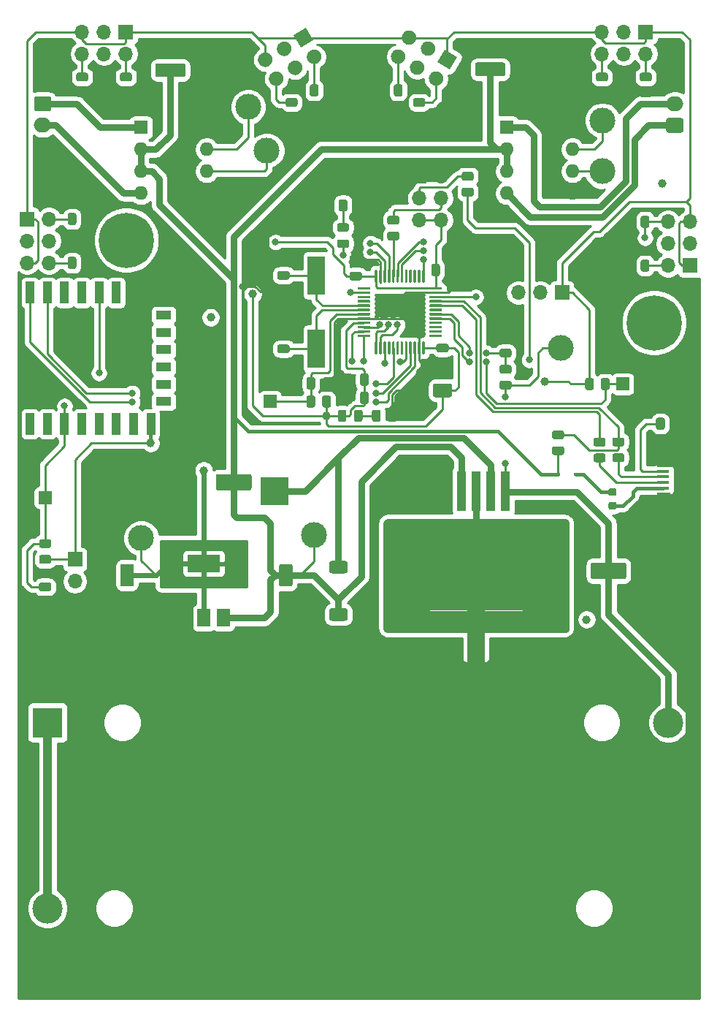
<source format=gbr>
%TF.GenerationSoftware,KiCad,Pcbnew,5.1.9*%
%TF.CreationDate,2021-04-09T15:13:00-03:00*%
%TF.ProjectId,Autito Microcontroladores,41757469-746f-4204-9d69-63726f636f6e,rev?*%
%TF.SameCoordinates,Original*%
%TF.FileFunction,Copper,L1,Top*%
%TF.FilePolarity,Positive*%
%FSLAX46Y46*%
G04 Gerber Fmt 4.6, Leading zero omitted, Abs format (unit mm)*
G04 Created by KiCad (PCBNEW 5.1.9) date 2021-04-09 15:13:00*
%MOMM*%
%LPD*%
G01*
G04 APERTURE LIST*
%TA.AperFunction,EtchedComponent*%
%ADD10C,0.100000*%
%TD*%
%TA.AperFunction,SMDPad,CuDef*%
%ADD11R,0.600000X0.450000*%
%TD*%
%TA.AperFunction,ComponentPad*%
%ADD12R,3.200000X3.200000*%
%TD*%
%TA.AperFunction,ComponentPad*%
%ADD13O,3.200000X3.200000*%
%TD*%
%TA.AperFunction,ComponentPad*%
%ADD14O,2.000000X1.700000*%
%TD*%
%TA.AperFunction,ComponentPad*%
%ADD15R,1.700000X1.700000*%
%TD*%
%TA.AperFunction,ComponentPad*%
%ADD16O,1.700000X1.700000*%
%TD*%
%TA.AperFunction,SMDPad,CuDef*%
%ADD17R,1.380000X0.450000*%
%TD*%
%TA.AperFunction,SMDPad,CuDef*%
%ADD18R,1.550000X1.425000*%
%TD*%
%TA.AperFunction,SMDPad,CuDef*%
%ADD19R,1.300000X1.650000*%
%TD*%
%TA.AperFunction,SMDPad,CuDef*%
%ADD20R,1.900000X1.800000*%
%TD*%
%TA.AperFunction,SMDPad,CuDef*%
%ADD21R,1.900000X1.000000*%
%TD*%
%TA.AperFunction,ComponentPad*%
%ADD22C,3.500000*%
%TD*%
%TA.AperFunction,ComponentPad*%
%ADD23R,3.500000X3.500000*%
%TD*%
%TA.AperFunction,SMDPad,CuDef*%
%ADD24R,1.500000X1.500000*%
%TD*%
%TA.AperFunction,ComponentPad*%
%ADD25R,1.600000X1.600000*%
%TD*%
%TA.AperFunction,ComponentPad*%
%ADD26O,1.600000X1.600000*%
%TD*%
%TA.AperFunction,SMDPad,CuDef*%
%ADD27R,1.000000X2.500000*%
%TD*%
%TA.AperFunction,SMDPad,CuDef*%
%ADD28R,1.800000X1.000000*%
%TD*%
%TA.AperFunction,SMDPad,CuDef*%
%ADD29R,1.100000X4.600000*%
%TD*%
%TA.AperFunction,SMDPad,CuDef*%
%ADD30R,10.800000X9.400000*%
%TD*%
%TA.AperFunction,SMDPad,CuDef*%
%ADD31R,1.500000X2.000000*%
%TD*%
%TA.AperFunction,SMDPad,CuDef*%
%ADD32R,3.800000X2.000000*%
%TD*%
%TA.AperFunction,SMDPad,CuDef*%
%ADD33R,2.000000X4.500000*%
%TD*%
%TA.AperFunction,ComponentPad*%
%ADD34C,6.400000*%
%TD*%
%TA.AperFunction,ComponentPad*%
%ADD35C,0.800000*%
%TD*%
%TA.AperFunction,ComponentPad*%
%ADD36C,0.100000*%
%TD*%
%TA.AperFunction,SMDPad,CuDef*%
%ADD37C,3.000000*%
%TD*%
%TA.AperFunction,SMDPad,CuDef*%
%ADD38C,1.000000*%
%TD*%
%TA.AperFunction,SMDPad,CuDef*%
%ADD39C,2.000000*%
%TD*%
%TA.AperFunction,ViaPad*%
%ADD40C,1.000000*%
%TD*%
%TA.AperFunction,ViaPad*%
%ADD41C,0.800000*%
%TD*%
%TA.AperFunction,ViaPad*%
%ADD42C,1.200000*%
%TD*%
%TA.AperFunction,Conductor*%
%ADD43C,0.600000*%
%TD*%
%TA.AperFunction,Conductor*%
%ADD44C,0.250000*%
%TD*%
%TA.AperFunction,Conductor*%
%ADD45C,0.400000*%
%TD*%
%TA.AperFunction,Conductor*%
%ADD46C,0.800000*%
%TD*%
%TA.AperFunction,Conductor*%
%ADD47C,1.000000*%
%TD*%
%TA.AperFunction,Conductor*%
%ADD48C,2.000000*%
%TD*%
%TA.AperFunction,Conductor*%
%ADD49C,1.800000*%
%TD*%
%TA.AperFunction,Conductor*%
%ADD50C,0.254000*%
%TD*%
%TA.AperFunction,Conductor*%
%ADD51C,0.100000*%
%TD*%
G04 APERTURE END LIST*
D10*
%TO.C,NT1*%
G36*
X163465000Y-114318800D02*
G01*
X163465000Y-110318800D01*
X165465000Y-110318800D01*
X165465000Y-114318800D01*
X163465000Y-114318800D01*
G37*
%TD*%
%TO.P,C1,1*%
%TO.N,+5V*%
%TA.AperFunction,SMDPad,CuDef*%
G36*
G01*
X127276000Y-46798320D02*
X127276000Y-45698320D01*
G75*
G02*
X127526000Y-45448320I250000J0D01*
G01*
X130526000Y-45448320D01*
G75*
G02*
X130776000Y-45698320I0J-250000D01*
G01*
X130776000Y-46798320D01*
G75*
G02*
X130526000Y-47048320I-250000J0D01*
G01*
X127526000Y-47048320D01*
G75*
G02*
X127276000Y-46798320I0J250000D01*
G01*
G37*
%TD.AperFunction*%
%TO.P,C1,2*%
%TO.N,GNDREF*%
%TA.AperFunction,SMDPad,CuDef*%
G36*
G01*
X132876000Y-46798320D02*
X132876000Y-45698320D01*
G75*
G02*
X133126000Y-45448320I250000J0D01*
G01*
X136126000Y-45448320D01*
G75*
G02*
X136376000Y-45698320I0J-250000D01*
G01*
X136376000Y-46798320D01*
G75*
G02*
X136126000Y-47048320I-250000J0D01*
G01*
X133126000Y-47048320D01*
G75*
G02*
X132876000Y-46798320I0J250000D01*
G01*
G37*
%TD.AperFunction*%
%TD*%
%TO.P,C2,2*%
%TO.N,GNDREF*%
%TA.AperFunction,SMDPad,CuDef*%
G36*
G01*
X169960000Y-46701800D02*
X169960000Y-45601800D01*
G75*
G02*
X170210000Y-45351800I250000J0D01*
G01*
X173210000Y-45351800D01*
G75*
G02*
X173460000Y-45601800I0J-250000D01*
G01*
X173460000Y-46701800D01*
G75*
G02*
X173210000Y-46951800I-250000J0D01*
G01*
X170210000Y-46951800D01*
G75*
G02*
X169960000Y-46701800I0J250000D01*
G01*
G37*
%TD.AperFunction*%
%TO.P,C2,1*%
%TO.N,+5V*%
%TA.AperFunction,SMDPad,CuDef*%
G36*
G01*
X164360000Y-46701800D02*
X164360000Y-45601800D01*
G75*
G02*
X164610000Y-45351800I250000J0D01*
G01*
X167610000Y-45351800D01*
G75*
G02*
X167860000Y-45601800I0J-250000D01*
G01*
X167860000Y-46701800D01*
G75*
G02*
X167610000Y-46951800I-250000J0D01*
G01*
X164610000Y-46951800D01*
G75*
G02*
X164360000Y-46701800I0J250000D01*
G01*
G37*
%TD.AperFunction*%
%TD*%
%TO.P,C3,1*%
%TO.N,ESP_SOFT_RST*%
%TA.AperFunction,SMDPad,CuDef*%
G36*
G01*
X114028200Y-105600800D02*
X114978200Y-105600800D01*
G75*
G02*
X115228200Y-105850800I0J-250000D01*
G01*
X115228200Y-106350800D01*
G75*
G02*
X114978200Y-106600800I-250000J0D01*
G01*
X114028200Y-106600800D01*
G75*
G02*
X113778200Y-106350800I0J250000D01*
G01*
X113778200Y-105850800D01*
G75*
G02*
X114028200Y-105600800I250000J0D01*
G01*
G37*
%TD.AperFunction*%
%TO.P,C3,2*%
%TO.N,GNDREF*%
%TA.AperFunction,SMDPad,CuDef*%
G36*
G01*
X114028200Y-107500800D02*
X114978200Y-107500800D01*
G75*
G02*
X115228200Y-107750800I0J-250000D01*
G01*
X115228200Y-108250800D01*
G75*
G02*
X114978200Y-108500800I-250000J0D01*
G01*
X114028200Y-108500800D01*
G75*
G02*
X113778200Y-108250800I0J250000D01*
G01*
X113778200Y-107750800D01*
G75*
G02*
X114028200Y-107500800I250000J0D01*
G01*
G37*
%TD.AperFunction*%
%TD*%
%TO.P,C4,2*%
%TO.N,GNDREF*%
%TA.AperFunction,SMDPad,CuDef*%
G36*
G01*
X160103800Y-79832100D02*
X161053800Y-79832100D01*
G75*
G02*
X161303800Y-80082100I0J-250000D01*
G01*
X161303800Y-80582100D01*
G75*
G02*
X161053800Y-80832100I-250000J0D01*
G01*
X160103800Y-80832100D01*
G75*
G02*
X159853800Y-80582100I0J250000D01*
G01*
X159853800Y-80082100D01*
G75*
G02*
X160103800Y-79832100I250000J0D01*
G01*
G37*
%TD.AperFunction*%
%TO.P,C4,1*%
%TO.N,+3V3*%
%TA.AperFunction,SMDPad,CuDef*%
G36*
G01*
X160103800Y-77932100D02*
X161053800Y-77932100D01*
G75*
G02*
X161303800Y-78182100I0J-250000D01*
G01*
X161303800Y-78682100D01*
G75*
G02*
X161053800Y-78932100I-250000J0D01*
G01*
X160103800Y-78932100D01*
G75*
G02*
X159853800Y-78682100I0J250000D01*
G01*
X159853800Y-78182100D01*
G75*
G02*
X160103800Y-77932100I250000J0D01*
G01*
G37*
%TD.AperFunction*%
%TD*%
%TO.P,C5,1*%
%TO.N,+3V3*%
%TA.AperFunction,SMDPad,CuDef*%
G36*
G01*
X152014100Y-81617800D02*
X152014100Y-82567800D01*
G75*
G02*
X151764100Y-82817800I-250000J0D01*
G01*
X151264100Y-82817800D01*
G75*
G02*
X151014100Y-82567800I0J250000D01*
G01*
X151014100Y-81617800D01*
G75*
G02*
X151264100Y-81367800I250000J0D01*
G01*
X151764100Y-81367800D01*
G75*
G02*
X152014100Y-81617800I0J-250000D01*
G01*
G37*
%TD.AperFunction*%
%TO.P,C5,2*%
%TO.N,GNDREF*%
%TA.AperFunction,SMDPad,CuDef*%
G36*
G01*
X150114100Y-81617800D02*
X150114100Y-82567800D01*
G75*
G02*
X149864100Y-82817800I-250000J0D01*
G01*
X149364100Y-82817800D01*
G75*
G02*
X149114100Y-82567800I0J250000D01*
G01*
X149114100Y-81617800D01*
G75*
G02*
X149364100Y-81367800I250000J0D01*
G01*
X149864100Y-81367800D01*
G75*
G02*
X150114100Y-81617800I0J-250000D01*
G01*
G37*
%TD.AperFunction*%
%TD*%
%TO.P,C6,1*%
%TO.N,+3V3*%
%TA.AperFunction,SMDPad,CuDef*%
G36*
G01*
X152014100Y-83726000D02*
X152014100Y-84676000D01*
G75*
G02*
X151764100Y-84926000I-250000J0D01*
G01*
X151264100Y-84926000D01*
G75*
G02*
X151014100Y-84676000I0J250000D01*
G01*
X151014100Y-83726000D01*
G75*
G02*
X151264100Y-83476000I250000J0D01*
G01*
X151764100Y-83476000D01*
G75*
G02*
X152014100Y-83726000I0J-250000D01*
G01*
G37*
%TD.AperFunction*%
%TO.P,C6,2*%
%TO.N,GNDREF*%
%TA.AperFunction,SMDPad,CuDef*%
G36*
G01*
X150114100Y-83726000D02*
X150114100Y-84676000D01*
G75*
G02*
X149864100Y-84926000I-250000J0D01*
G01*
X149364100Y-84926000D01*
G75*
G02*
X149114100Y-84676000I0J250000D01*
G01*
X149114100Y-83726000D01*
G75*
G02*
X149364100Y-83476000I250000J0D01*
G01*
X149864100Y-83476000D01*
G75*
G02*
X150114100Y-83726000I0J-250000D01*
G01*
G37*
%TD.AperFunction*%
%TD*%
%TO.P,C7,1*%
%TO.N,+3V3*%
%TA.AperFunction,SMDPad,CuDef*%
G36*
G01*
X159288300Y-69867800D02*
X159288300Y-68917800D01*
G75*
G02*
X159538300Y-68667800I250000J0D01*
G01*
X160038300Y-68667800D01*
G75*
G02*
X160288300Y-68917800I0J-250000D01*
G01*
X160288300Y-69867800D01*
G75*
G02*
X160038300Y-70117800I-250000J0D01*
G01*
X159538300Y-70117800D01*
G75*
G02*
X159288300Y-69867800I0J250000D01*
G01*
G37*
%TD.AperFunction*%
%TO.P,C7,2*%
%TO.N,GNDREF*%
%TA.AperFunction,SMDPad,CuDef*%
G36*
G01*
X161188300Y-69867800D02*
X161188300Y-68917800D01*
G75*
G02*
X161438300Y-68667800I250000J0D01*
G01*
X161938300Y-68667800D01*
G75*
G02*
X162188300Y-68917800I0J-250000D01*
G01*
X162188300Y-69867800D01*
G75*
G02*
X161938300Y-70117800I-250000J0D01*
G01*
X161438300Y-70117800D01*
G75*
G02*
X161188300Y-69867800I0J250000D01*
G01*
G37*
%TD.AperFunction*%
%TD*%
%TO.P,C8,2*%
%TO.N,GNDREF*%
%TA.AperFunction,SMDPad,CuDef*%
G36*
G01*
X150995400Y-68707100D02*
X150045400Y-68707100D01*
G75*
G02*
X149795400Y-68457100I0J250000D01*
G01*
X149795400Y-67957100D01*
G75*
G02*
X150045400Y-67707100I250000J0D01*
G01*
X150995400Y-67707100D01*
G75*
G02*
X151245400Y-67957100I0J-250000D01*
G01*
X151245400Y-68457100D01*
G75*
G02*
X150995400Y-68707100I-250000J0D01*
G01*
G37*
%TD.AperFunction*%
%TO.P,C8,1*%
%TO.N,+3V3*%
%TA.AperFunction,SMDPad,CuDef*%
G36*
G01*
X150995400Y-70607100D02*
X150045400Y-70607100D01*
G75*
G02*
X149795400Y-70357100I0J250000D01*
G01*
X149795400Y-69857100D01*
G75*
G02*
X150045400Y-69607100I250000J0D01*
G01*
X150995400Y-69607100D01*
G75*
G02*
X151245400Y-69857100I0J-250000D01*
G01*
X151245400Y-70357100D01*
G75*
G02*
X150995400Y-70607100I-250000J0D01*
G01*
G37*
%TD.AperFunction*%
%TD*%
%TO.P,C9,1*%
%TO.N,+3V3*%
%TA.AperFunction,SMDPad,CuDef*%
G36*
G01*
X161680200Y-82787400D02*
X161680200Y-83887400D01*
G75*
G02*
X161430200Y-84137400I-250000J0D01*
G01*
X159730200Y-84137400D01*
G75*
G02*
X159480200Y-83887400I0J250000D01*
G01*
X159480200Y-82787400D01*
G75*
G02*
X159730200Y-82537400I250000J0D01*
G01*
X161430200Y-82537400D01*
G75*
G02*
X161680200Y-82787400I0J-250000D01*
G01*
G37*
%TD.AperFunction*%
%TO.P,C9,2*%
%TO.N,GNDREF*%
%TA.AperFunction,SMDPad,CuDef*%
G36*
G01*
X158680200Y-82787400D02*
X158680200Y-83887400D01*
G75*
G02*
X158430200Y-84137400I-250000J0D01*
G01*
X156730200Y-84137400D01*
G75*
G02*
X156480200Y-83887400I0J250000D01*
G01*
X156480200Y-82787400D01*
G75*
G02*
X156730200Y-82537400I250000J0D01*
G01*
X158430200Y-82537400D01*
G75*
G02*
X158680200Y-82787400I0J-250000D01*
G01*
G37*
%TD.AperFunction*%
%TD*%
%TO.P,C10,2*%
%TO.N,GNDREF*%
%TA.AperFunction,SMDPad,CuDef*%
G36*
G01*
X142613400Y-77119600D02*
X141663400Y-77119600D01*
G75*
G02*
X141413400Y-76869600I0J250000D01*
G01*
X141413400Y-76369600D01*
G75*
G02*
X141663400Y-76119600I250000J0D01*
G01*
X142613400Y-76119600D01*
G75*
G02*
X142863400Y-76369600I0J-250000D01*
G01*
X142863400Y-76869600D01*
G75*
G02*
X142613400Y-77119600I-250000J0D01*
G01*
G37*
%TD.AperFunction*%
%TO.P,C10,1*%
%TO.N,/Microcontrolador/OSC_OUT*%
%TA.AperFunction,SMDPad,CuDef*%
G36*
G01*
X142613400Y-79019600D02*
X141663400Y-79019600D01*
G75*
G02*
X141413400Y-78769600I0J250000D01*
G01*
X141413400Y-78269600D01*
G75*
G02*
X141663400Y-78019600I250000J0D01*
G01*
X142613400Y-78019600D01*
G75*
G02*
X142863400Y-78269600I0J-250000D01*
G01*
X142863400Y-78769600D01*
G75*
G02*
X142613400Y-79019600I-250000J0D01*
G01*
G37*
%TD.AperFunction*%
%TD*%
%TO.P,C11,1*%
%TO.N,/Microcontrolador/OSC_IN*%
%TA.AperFunction,SMDPad,CuDef*%
G36*
G01*
X141663400Y-69519600D02*
X142613400Y-69519600D01*
G75*
G02*
X142863400Y-69769600I0J-250000D01*
G01*
X142863400Y-70269600D01*
G75*
G02*
X142613400Y-70519600I-250000J0D01*
G01*
X141663400Y-70519600D01*
G75*
G02*
X141413400Y-70269600I0J250000D01*
G01*
X141413400Y-69769600D01*
G75*
G02*
X141663400Y-69519600I250000J0D01*
G01*
G37*
%TD.AperFunction*%
%TO.P,C11,2*%
%TO.N,GNDREF*%
%TA.AperFunction,SMDPad,CuDef*%
G36*
G01*
X141663400Y-71419600D02*
X142613400Y-71419600D01*
G75*
G02*
X142863400Y-71669600I0J-250000D01*
G01*
X142863400Y-72169600D01*
G75*
G02*
X142613400Y-72419600I-250000J0D01*
G01*
X141663400Y-72419600D01*
G75*
G02*
X141413400Y-72169600I0J250000D01*
G01*
X141413400Y-71669600D01*
G75*
G02*
X141663400Y-71419600I250000J0D01*
G01*
G37*
%TD.AperFunction*%
%TD*%
%TO.P,C12,2*%
%TO.N,GNDREF*%
%TA.AperFunction,SMDPad,CuDef*%
G36*
G01*
X146718400Y-82999600D02*
X146718400Y-82049600D01*
G75*
G02*
X146968400Y-81799600I250000J0D01*
G01*
X147468400Y-81799600D01*
G75*
G02*
X147718400Y-82049600I0J-250000D01*
G01*
X147718400Y-82999600D01*
G75*
G02*
X147468400Y-83249600I-250000J0D01*
G01*
X146968400Y-83249600D01*
G75*
G02*
X146718400Y-82999600I0J250000D01*
G01*
G37*
%TD.AperFunction*%
%TO.P,C12,1*%
%TO.N,/Microcontrolador/RST*%
%TA.AperFunction,SMDPad,CuDef*%
G36*
G01*
X144818400Y-82999600D02*
X144818400Y-82049600D01*
G75*
G02*
X145068400Y-81799600I250000J0D01*
G01*
X145568400Y-81799600D01*
G75*
G02*
X145818400Y-82049600I0J-250000D01*
G01*
X145818400Y-82999600D01*
G75*
G02*
X145568400Y-83249600I-250000J0D01*
G01*
X145068400Y-83249600D01*
G75*
G02*
X144818400Y-82999600I0J250000D01*
G01*
G37*
%TD.AperFunction*%
%TD*%
%TO.P,C13,1*%
%TO.N,+BATT*%
%TA.AperFunction,SMDPad,CuDef*%
G36*
G01*
X177757600Y-104941600D02*
X177757600Y-103541600D01*
G75*
G02*
X178007600Y-103291600I250000J0D01*
G01*
X181657600Y-103291600D01*
G75*
G02*
X181907600Y-103541600I0J-250000D01*
G01*
X181907600Y-104941600D01*
G75*
G02*
X181657600Y-105191600I-250000J0D01*
G01*
X178007600Y-105191600D01*
G75*
G02*
X177757600Y-104941600I0J250000D01*
G01*
G37*
%TD.AperFunction*%
%TO.P,C13,2*%
%TO.N,GNDREF*%
%TA.AperFunction,SMDPad,CuDef*%
G36*
G01*
X184707600Y-104941600D02*
X184707600Y-103541600D01*
G75*
G02*
X184957600Y-103291600I250000J0D01*
G01*
X188607600Y-103291600D01*
G75*
G02*
X188857600Y-103541600I0J-250000D01*
G01*
X188857600Y-104941600D01*
G75*
G02*
X188607600Y-105191600I-250000J0D01*
G01*
X184957600Y-105191600D01*
G75*
G02*
X184707600Y-104941600I0J250000D01*
G01*
G37*
%TD.AperFunction*%
%TD*%
%TO.P,C14,2*%
%TO.N,GNDREF*%
%TA.AperFunction,SMDPad,CuDef*%
G36*
G01*
X131492800Y-93280000D02*
X131492800Y-94680000D01*
G75*
G02*
X131242800Y-94930000I-250000J0D01*
G01*
X127592800Y-94930000D01*
G75*
G02*
X127342800Y-94680000I0J250000D01*
G01*
X127342800Y-93280000D01*
G75*
G02*
X127592800Y-93030000I250000J0D01*
G01*
X131242800Y-93030000D01*
G75*
G02*
X131492800Y-93280000I0J-250000D01*
G01*
G37*
%TD.AperFunction*%
%TO.P,C14,1*%
%TO.N,+5V*%
%TA.AperFunction,SMDPad,CuDef*%
G36*
G01*
X138442800Y-93280000D02*
X138442800Y-94680000D01*
G75*
G02*
X138192800Y-94930000I-250000J0D01*
G01*
X134542800Y-94930000D01*
G75*
G02*
X134292800Y-94680000I0J250000D01*
G01*
X134292800Y-93280000D01*
G75*
G02*
X134542800Y-93030000I250000J0D01*
G01*
X138192800Y-93030000D01*
G75*
G02*
X138442800Y-93280000I0J-250000D01*
G01*
G37*
%TD.AperFunction*%
%TD*%
%TO.P,C15,1*%
%TO.N,+5V*%
%TA.AperFunction,SMDPad,CuDef*%
G36*
G01*
X141867800Y-103453000D02*
X142967800Y-103453000D01*
G75*
G02*
X143217800Y-103703000I0J-250000D01*
G01*
X143217800Y-105803000D01*
G75*
G02*
X142967800Y-106053000I-250000J0D01*
G01*
X141867800Y-106053000D01*
G75*
G02*
X141617800Y-105803000I0J250000D01*
G01*
X141617800Y-103703000D01*
G75*
G02*
X141867800Y-103453000I250000J0D01*
G01*
G37*
%TD.AperFunction*%
%TO.P,C15,2*%
%TO.N,GNDREF*%
%TA.AperFunction,SMDPad,CuDef*%
G36*
G01*
X141867800Y-107053000D02*
X142967800Y-107053000D01*
G75*
G02*
X143217800Y-107303000I0J-250000D01*
G01*
X143217800Y-109403000D01*
G75*
G02*
X142967800Y-109653000I-250000J0D01*
G01*
X141867800Y-109653000D01*
G75*
G02*
X141617800Y-109403000I0J250000D01*
G01*
X141617800Y-107303000D01*
G75*
G02*
X141867800Y-107053000I250000J0D01*
G01*
G37*
%TD.AperFunction*%
%TD*%
%TO.P,C16,2*%
%TO.N,GNDREF*%
%TA.AperFunction,SMDPad,CuDef*%
G36*
G01*
X123452800Y-107053000D02*
X124552800Y-107053000D01*
G75*
G02*
X124802800Y-107303000I0J-250000D01*
G01*
X124802800Y-109403000D01*
G75*
G02*
X124552800Y-109653000I-250000J0D01*
G01*
X123452800Y-109653000D01*
G75*
G02*
X123202800Y-109403000I0J250000D01*
G01*
X123202800Y-107303000D01*
G75*
G02*
X123452800Y-107053000I250000J0D01*
G01*
G37*
%TD.AperFunction*%
%TO.P,C16,1*%
%TO.N,+3V3*%
%TA.AperFunction,SMDPad,CuDef*%
G36*
G01*
X123452800Y-103453000D02*
X124552800Y-103453000D01*
G75*
G02*
X124802800Y-103703000I0J-250000D01*
G01*
X124802800Y-105803000D01*
G75*
G02*
X124552800Y-106053000I-250000J0D01*
G01*
X123452800Y-106053000D01*
G75*
G02*
X123202800Y-105803000I0J250000D01*
G01*
X123202800Y-103703000D01*
G75*
G02*
X123452800Y-103453000I250000J0D01*
G01*
G37*
%TD.AperFunction*%
%TD*%
D11*
%TO.P,D1,1*%
%TO.N,+5V*%
X173981400Y-93040200D03*
%TO.P,D1,2*%
%TO.N,Net-(D1-Pad2)*%
X176081400Y-93040200D03*
%TD*%
%TO.P,D2,2*%
%TO.N,+3V3*%
%TA.AperFunction,SMDPad,CuDef*%
G36*
G01*
X149433100Y-85827550D02*
X149433100Y-86740050D01*
G75*
G02*
X149189350Y-86983800I-243750J0D01*
G01*
X148701850Y-86983800D01*
G75*
G02*
X148458100Y-86740050I0J243750D01*
G01*
X148458100Y-85827550D01*
G75*
G02*
X148701850Y-85583800I243750J0D01*
G01*
X149189350Y-85583800D01*
G75*
G02*
X149433100Y-85827550I0J-243750D01*
G01*
G37*
%TD.AperFunction*%
%TO.P,D2,1*%
%TO.N,Net-(D2-Pad1)*%
%TA.AperFunction,SMDPad,CuDef*%
G36*
G01*
X151308100Y-85827550D02*
X151308100Y-86740050D01*
G75*
G02*
X151064350Y-86983800I-243750J0D01*
G01*
X150576850Y-86983800D01*
G75*
G02*
X150333100Y-86740050I0J243750D01*
G01*
X150333100Y-85827550D01*
G75*
G02*
X150576850Y-85583800I243750J0D01*
G01*
X151064350Y-85583800D01*
G75*
G02*
X151308100Y-85827550I0J-243750D01*
G01*
G37*
%TD.AperFunction*%
%TD*%
%TO.P,D3,1*%
%TO.N,Net-(D3-Pad1)*%
%TA.AperFunction,SMDPad,CuDef*%
G36*
G01*
X148590950Y-63982300D02*
X149503450Y-63982300D01*
G75*
G02*
X149747200Y-64226050I0J-243750D01*
G01*
X149747200Y-64713550D01*
G75*
G02*
X149503450Y-64957300I-243750J0D01*
G01*
X148590950Y-64957300D01*
G75*
G02*
X148347200Y-64713550I0J243750D01*
G01*
X148347200Y-64226050D01*
G75*
G02*
X148590950Y-63982300I243750J0D01*
G01*
G37*
%TD.AperFunction*%
%TO.P,D3,2*%
%TO.N,/Microcontrolador/STATUS_LED*%
%TA.AperFunction,SMDPad,CuDef*%
G36*
G01*
X148590950Y-65857300D02*
X149503450Y-65857300D01*
G75*
G02*
X149747200Y-66101050I0J-243750D01*
G01*
X149747200Y-66588550D01*
G75*
G02*
X149503450Y-66832300I-243750J0D01*
G01*
X148590950Y-66832300D01*
G75*
G02*
X148347200Y-66588550I0J243750D01*
G01*
X148347200Y-66101050D01*
G75*
G02*
X148590950Y-65857300I243750J0D01*
G01*
G37*
%TD.AperFunction*%
%TD*%
D12*
%TO.P,D4,1*%
%TO.N,Net-(D4-Pad1)*%
X141147800Y-94990000D03*
D13*
%TO.P,D4,2*%
%TO.N,GNDREF*%
X156387800Y-94990000D03*
%TD*%
%TO.P,F1,1*%
%TO.N,Net-(D1-Pad2)*%
%TA.AperFunction,SMDPad,CuDef*%
G36*
G01*
X180032950Y-94685400D02*
X180545450Y-94685400D01*
G75*
G02*
X180764200Y-94904150I0J-218750D01*
G01*
X180764200Y-95341650D01*
G75*
G02*
X180545450Y-95560400I-218750J0D01*
G01*
X180032950Y-95560400D01*
G75*
G02*
X179814200Y-95341650I0J218750D01*
G01*
X179814200Y-94904150D01*
G75*
G02*
X180032950Y-94685400I218750J0D01*
G01*
G37*
%TD.AperFunction*%
%TO.P,F1,2*%
%TO.N,Net-(F1-Pad2)*%
%TA.AperFunction,SMDPad,CuDef*%
G36*
G01*
X180032950Y-96260400D02*
X180545450Y-96260400D01*
G75*
G02*
X180764200Y-96479150I0J-218750D01*
G01*
X180764200Y-96916650D01*
G75*
G02*
X180545450Y-97135400I-218750J0D01*
G01*
X180032950Y-97135400D01*
G75*
G02*
X179814200Y-96916650I0J218750D01*
G01*
X179814200Y-96479150D01*
G75*
G02*
X180032950Y-96260400I218750J0D01*
G01*
G37*
%TD.AperFunction*%
%TD*%
%TO.P,J7,1*%
%TO.N,Net-(J7-Pad1)*%
%TA.AperFunction,ComponentPad*%
G36*
G01*
X113473800Y-49289600D02*
X114973800Y-49289600D01*
G75*
G02*
X115223800Y-49539600I0J-250000D01*
G01*
X115223800Y-50739600D01*
G75*
G02*
X114973800Y-50989600I-250000J0D01*
G01*
X113473800Y-50989600D01*
G75*
G02*
X113223800Y-50739600I0J250000D01*
G01*
X113223800Y-49539600D01*
G75*
G02*
X113473800Y-49289600I250000J0D01*
G01*
G37*
%TD.AperFunction*%
D14*
%TO.P,J7,2*%
%TO.N,Net-(J7-Pad2)*%
X114223800Y-52639600D03*
%TD*%
%TO.P,J8,2*%
%TO.N,Net-(J8-Pad2)*%
X187528200Y-50139600D03*
%TO.P,J8,1*%
%TO.N,Net-(J8-Pad1)*%
%TA.AperFunction,ComponentPad*%
G36*
G01*
X188278200Y-53489600D02*
X186778200Y-53489600D01*
G75*
G02*
X186528200Y-53239600I0J250000D01*
G01*
X186528200Y-52039600D01*
G75*
G02*
X186778200Y-51789600I250000J0D01*
G01*
X188278200Y-51789600D01*
G75*
G02*
X188528200Y-52039600I0J-250000D01*
G01*
X188528200Y-53239600D01*
G75*
G02*
X188278200Y-53489600I-250000J0D01*
G01*
G37*
%TD.AperFunction*%
%TD*%
D15*
%TO.P,J9,1*%
%TO.N,+3V3*%
X117957600Y-102920800D03*
D16*
%TO.P,J9,2*%
%TO.N,/WiFi/ESP_FLASH_ENABLE*%
X117957600Y-105460800D03*
%TO.P,J9,3*%
%TO.N,GNDREF*%
X117957600Y-108000800D03*
%TD*%
D17*
%TO.P,J10,1*%
%TO.N,Net-(F1-Pad2)*%
X186159640Y-94660240D03*
%TO.P,J10,2*%
%TO.N,/Microcontrolador/USBB_N*%
X186159640Y-94010240D03*
%TO.P,J10,3*%
%TO.N,/Microcontrolador/USBB_P*%
X186159640Y-93360240D03*
%TO.P,J10,4*%
%TO.N,Net-(J10-Pad4)*%
X186159640Y-92710240D03*
%TO.P,J10,5*%
%TO.N,GNDREF*%
X186159640Y-92060240D03*
D18*
%TO.P,J10,6*%
X186244640Y-95847740D03*
X186244640Y-90872740D03*
D19*
X188819640Y-96735240D03*
X188819640Y-89985240D03*
D20*
X188819640Y-94510240D03*
D21*
X188819640Y-91810240D03*
%TD*%
D15*
%TO.P,J11,1*%
%TO.N,+3V3*%
X174447200Y-72019600D03*
D16*
%TO.P,J11,2*%
%TO.N,/Microcontrolador/SWDIO*%
X171907200Y-72019600D03*
%TO.P,J11,3*%
%TO.N,/Microcontrolador/SWCLK*%
X169367200Y-72019600D03*
%TO.P,J11,4*%
%TO.N,GNDREF*%
X166827200Y-72019600D03*
%TD*%
D15*
%TO.P,J12,1*%
%TO.N,GNDREF*%
X157886400Y-58547000D03*
D16*
%TO.P,J12,2*%
X160426400Y-58547000D03*
%TO.P,J12,3*%
%TO.N,Net-(J12-Pad3)*%
X157886400Y-61087000D03*
%TO.P,J12,4*%
%TO.N,Net-(J12-Pad4)*%
X160426400Y-61087000D03*
%TO.P,J12,5*%
%TO.N,+3V3*%
X157886400Y-63627000D03*
%TO.P,J12,6*%
X160426400Y-63627000D03*
%TD*%
D22*
%TO.P,J13,2*%
%TO.N,+BATT*%
X186782600Y-121818400D03*
D23*
%TO.P,J13,1*%
%TO.N,Net-(J13-Pad1)*%
X114782600Y-121818400D03*
%TD*%
%TO.P,J14,1*%
%TO.N,GNDREF*%
X186782600Y-143332200D03*
D22*
%TO.P,J14,2*%
%TO.N,Net-(J13-Pad1)*%
X114782600Y-143332200D03*
%TD*%
%TO.P,L1,2*%
%TO.N,+5V*%
%TA.AperFunction,SMDPad,CuDef*%
G36*
G01*
X147788800Y-108553000D02*
X149238800Y-108553000D01*
G75*
G02*
X149613800Y-108928000I0J-375000D01*
G01*
X149613800Y-109678000D01*
G75*
G02*
X149238800Y-110053000I-375000J0D01*
G01*
X147788800Y-110053000D01*
G75*
G02*
X147413800Y-109678000I0J375000D01*
G01*
X147413800Y-108928000D01*
G75*
G02*
X147788800Y-108553000I375000J0D01*
G01*
G37*
%TD.AperFunction*%
%TO.P,L1,1*%
%TO.N,Net-(D4-Pad1)*%
%TA.AperFunction,SMDPad,CuDef*%
G36*
G01*
X147788800Y-103053000D02*
X149238800Y-103053000D01*
G75*
G02*
X149613800Y-103428000I0J-375000D01*
G01*
X149613800Y-104178000D01*
G75*
G02*
X149238800Y-104553000I-375000J0D01*
G01*
X147788800Y-104553000D01*
G75*
G02*
X147413800Y-104178000I0J375000D01*
G01*
X147413800Y-103428000D01*
G75*
G02*
X147788800Y-103053000I375000J0D01*
G01*
G37*
%TD.AperFunction*%
%TD*%
%TO.P,R13,1*%
%TO.N,+3V3*%
%TA.AperFunction,SMDPad,CuDef*%
G36*
G01*
X114953201Y-103433300D02*
X114053199Y-103433300D01*
G75*
G02*
X113803200Y-103183301I0J249999D01*
G01*
X113803200Y-102658299D01*
G75*
G02*
X114053199Y-102408300I249999J0D01*
G01*
X114953201Y-102408300D01*
G75*
G02*
X115203200Y-102658299I0J-249999D01*
G01*
X115203200Y-103183301D01*
G75*
G02*
X114953201Y-103433300I-249999J0D01*
G01*
G37*
%TD.AperFunction*%
%TO.P,R13,2*%
%TO.N,ESP_SOFT_RST*%
%TA.AperFunction,SMDPad,CuDef*%
G36*
G01*
X114953201Y-101608300D02*
X114053199Y-101608300D01*
G75*
G02*
X113803200Y-101358301I0J249999D01*
G01*
X113803200Y-100833299D01*
G75*
G02*
X114053199Y-100583300I249999J0D01*
G01*
X114953201Y-100583300D01*
G75*
G02*
X115203200Y-100833299I0J-249999D01*
G01*
X115203200Y-101358301D01*
G75*
G02*
X114953201Y-101608300I-249999J0D01*
G01*
G37*
%TD.AperFunction*%
%TD*%
%TO.P,R14,2*%
%TO.N,GNDREF*%
%TA.AperFunction,SMDPad,CuDef*%
G36*
G01*
X187168100Y-87648201D02*
X187168100Y-86748199D01*
G75*
G02*
X187418099Y-86498200I249999J0D01*
G01*
X187943101Y-86498200D01*
G75*
G02*
X188193100Y-86748199I0J-249999D01*
G01*
X188193100Y-87648201D01*
G75*
G02*
X187943101Y-87898200I-249999J0D01*
G01*
X187418099Y-87898200D01*
G75*
G02*
X187168100Y-87648201I0J249999D01*
G01*
G37*
%TD.AperFunction*%
%TO.P,R14,1*%
%TO.N,Net-(J10-Pad4)*%
%TA.AperFunction,SMDPad,CuDef*%
G36*
G01*
X185343100Y-87648201D02*
X185343100Y-86748199D01*
G75*
G02*
X185593099Y-86498200I249999J0D01*
G01*
X186118101Y-86498200D01*
G75*
G02*
X186368100Y-86748199I0J-249999D01*
G01*
X186368100Y-87648201D01*
G75*
G02*
X186118101Y-87898200I-249999J0D01*
G01*
X185593099Y-87898200D01*
G75*
G02*
X185343100Y-87648201I0J249999D01*
G01*
G37*
%TD.AperFunction*%
%TD*%
%TO.P,R15,1*%
%TO.N,/Microcontrolador/USBD_P*%
%TA.AperFunction,SMDPad,CuDef*%
G36*
G01*
X180521199Y-88797700D02*
X181421201Y-88797700D01*
G75*
G02*
X181671200Y-89047699I0J-249999D01*
G01*
X181671200Y-89572701D01*
G75*
G02*
X181421201Y-89822700I-249999J0D01*
G01*
X180521199Y-89822700D01*
G75*
G02*
X180271200Y-89572701I0J249999D01*
G01*
X180271200Y-89047699D01*
G75*
G02*
X180521199Y-88797700I249999J0D01*
G01*
G37*
%TD.AperFunction*%
%TO.P,R15,2*%
%TO.N,/Microcontrolador/USBB_P*%
%TA.AperFunction,SMDPad,CuDef*%
G36*
G01*
X180521199Y-90622700D02*
X181421201Y-90622700D01*
G75*
G02*
X181671200Y-90872699I0J-249999D01*
G01*
X181671200Y-91397701D01*
G75*
G02*
X181421201Y-91647700I-249999J0D01*
G01*
X180521199Y-91647700D01*
G75*
G02*
X180271200Y-91397701I0J249999D01*
G01*
X180271200Y-90872699D01*
G75*
G02*
X180521199Y-90622700I249999J0D01*
G01*
G37*
%TD.AperFunction*%
%TD*%
%TO.P,R16,1*%
%TO.N,/Microcontrolador/USBD_N*%
%TA.AperFunction,SMDPad,CuDef*%
G36*
G01*
X178340599Y-88823100D02*
X179240601Y-88823100D01*
G75*
G02*
X179490600Y-89073099I0J-249999D01*
G01*
X179490600Y-89598101D01*
G75*
G02*
X179240601Y-89848100I-249999J0D01*
G01*
X178340599Y-89848100D01*
G75*
G02*
X178090600Y-89598101I0J249999D01*
G01*
X178090600Y-89073099D01*
G75*
G02*
X178340599Y-88823100I249999J0D01*
G01*
G37*
%TD.AperFunction*%
%TO.P,R16,2*%
%TO.N,/Microcontrolador/USBB_N*%
%TA.AperFunction,SMDPad,CuDef*%
G36*
G01*
X178340599Y-90648100D02*
X179240601Y-90648100D01*
G75*
G02*
X179490600Y-90898099I0J-249999D01*
G01*
X179490600Y-91423101D01*
G75*
G02*
X179240601Y-91673100I-249999J0D01*
G01*
X178340599Y-91673100D01*
G75*
G02*
X178090600Y-91423101I0J249999D01*
G01*
X178090600Y-90898099D01*
G75*
G02*
X178340599Y-90648100I249999J0D01*
G01*
G37*
%TD.AperFunction*%
%TD*%
%TO.P,R17,2*%
%TO.N,+5V*%
%TA.AperFunction,SMDPad,CuDef*%
G36*
G01*
X173531399Y-89809900D02*
X174431401Y-89809900D01*
G75*
G02*
X174681400Y-90059899I0J-249999D01*
G01*
X174681400Y-90584901D01*
G75*
G02*
X174431401Y-90834900I-249999J0D01*
G01*
X173531399Y-90834900D01*
G75*
G02*
X173281400Y-90584901I0J249999D01*
G01*
X173281400Y-90059899D01*
G75*
G02*
X173531399Y-89809900I249999J0D01*
G01*
G37*
%TD.AperFunction*%
%TO.P,R17,1*%
%TO.N,/Microcontrolador/USBD_P*%
%TA.AperFunction,SMDPad,CuDef*%
G36*
G01*
X173531399Y-87984900D02*
X174431401Y-87984900D01*
G75*
G02*
X174681400Y-88234899I0J-249999D01*
G01*
X174681400Y-88759901D01*
G75*
G02*
X174431401Y-89009900I-249999J0D01*
G01*
X173531399Y-89009900D01*
G75*
G02*
X173281400Y-88759901I0J249999D01*
G01*
X173281400Y-88234899D01*
G75*
G02*
X173531399Y-87984900I249999J0D01*
G01*
G37*
%TD.AperFunction*%
%TD*%
%TO.P,R18,1*%
%TO.N,+BATT*%
%TA.AperFunction,SMDPad,CuDef*%
G36*
G01*
X168340401Y-83236500D02*
X167440399Y-83236500D01*
G75*
G02*
X167190400Y-82986501I0J249999D01*
G01*
X167190400Y-82461499D01*
G75*
G02*
X167440399Y-82211500I249999J0D01*
G01*
X168340401Y-82211500D01*
G75*
G02*
X168590400Y-82461499I0J-249999D01*
G01*
X168590400Y-82986501D01*
G75*
G02*
X168340401Y-83236500I-249999J0D01*
G01*
G37*
%TD.AperFunction*%
%TO.P,R18,2*%
%TO.N,/Microcontrolador/V_BAT*%
%TA.AperFunction,SMDPad,CuDef*%
G36*
G01*
X168340401Y-81411500D02*
X167440399Y-81411500D01*
G75*
G02*
X167190400Y-81161501I0J249999D01*
G01*
X167190400Y-80636499D01*
G75*
G02*
X167440399Y-80386500I249999J0D01*
G01*
X168340401Y-80386500D01*
G75*
G02*
X168590400Y-80636499I0J-249999D01*
G01*
X168590400Y-81161501D01*
G75*
G02*
X168340401Y-81411500I-249999J0D01*
G01*
G37*
%TD.AperFunction*%
%TD*%
%TO.P,R19,2*%
%TO.N,GNDREF*%
%TA.AperFunction,SMDPad,CuDef*%
G36*
G01*
X168340401Y-77706900D02*
X167440399Y-77706900D01*
G75*
G02*
X167190400Y-77456901I0J249999D01*
G01*
X167190400Y-76931899D01*
G75*
G02*
X167440399Y-76681900I249999J0D01*
G01*
X168340401Y-76681900D01*
G75*
G02*
X168590400Y-76931899I0J-249999D01*
G01*
X168590400Y-77456901D01*
G75*
G02*
X168340401Y-77706900I-249999J0D01*
G01*
G37*
%TD.AperFunction*%
%TO.P,R19,1*%
%TO.N,/Microcontrolador/V_BAT*%
%TA.AperFunction,SMDPad,CuDef*%
G36*
G01*
X168340401Y-79531900D02*
X167440399Y-79531900D01*
G75*
G02*
X167190400Y-79281901I0J249999D01*
G01*
X167190400Y-78756899D01*
G75*
G02*
X167440399Y-78506900I249999J0D01*
G01*
X168340401Y-78506900D01*
G75*
G02*
X168590400Y-78756899I0J-249999D01*
G01*
X168590400Y-79281901D01*
G75*
G02*
X168340401Y-79531900I-249999J0D01*
G01*
G37*
%TD.AperFunction*%
%TD*%
%TO.P,R20,1*%
%TO.N,+3V3*%
%TA.AperFunction,SMDPad,CuDef*%
G36*
G01*
X177113500Y-83050801D02*
X177113500Y-82150799D01*
G75*
G02*
X177363499Y-81900800I249999J0D01*
G01*
X177888501Y-81900800D01*
G75*
G02*
X178138500Y-82150799I0J-249999D01*
G01*
X178138500Y-83050801D01*
G75*
G02*
X177888501Y-83300800I-249999J0D01*
G01*
X177363499Y-83300800D01*
G75*
G02*
X177113500Y-83050801I0J249999D01*
G01*
G37*
%TD.AperFunction*%
%TO.P,R20,2*%
%TO.N,/Microcontrolador/PID_INIT*%
%TA.AperFunction,SMDPad,CuDef*%
G36*
G01*
X178938500Y-83050801D02*
X178938500Y-82150799D01*
G75*
G02*
X179188499Y-81900800I249999J0D01*
G01*
X179713501Y-81900800D01*
G75*
G02*
X179963500Y-82150799I0J-249999D01*
G01*
X179963500Y-83050801D01*
G75*
G02*
X179713501Y-83300800I-249999J0D01*
G01*
X179188499Y-83300800D01*
G75*
G02*
X178938500Y-83050801I0J249999D01*
G01*
G37*
%TD.AperFunction*%
%TD*%
%TO.P,R21,2*%
%TO.N,/Microcontrolador/BOOT1*%
%TA.AperFunction,SMDPad,CuDef*%
G36*
G01*
X163049799Y-59859500D02*
X163949801Y-59859500D01*
G75*
G02*
X164199800Y-60109499I0J-249999D01*
G01*
X164199800Y-60634501D01*
G75*
G02*
X163949801Y-60884500I-249999J0D01*
G01*
X163049799Y-60884500D01*
G75*
G02*
X162799800Y-60634501I0J249999D01*
G01*
X162799800Y-60109499D01*
G75*
G02*
X163049799Y-59859500I249999J0D01*
G01*
G37*
%TD.AperFunction*%
%TO.P,R21,1*%
%TO.N,Net-(J12-Pad3)*%
%TA.AperFunction,SMDPad,CuDef*%
G36*
G01*
X163049799Y-58034500D02*
X163949801Y-58034500D01*
G75*
G02*
X164199800Y-58284499I0J-249999D01*
G01*
X164199800Y-58809501D01*
G75*
G02*
X163949801Y-59059500I-249999J0D01*
G01*
X163049799Y-59059500D01*
G75*
G02*
X162799800Y-58809501I0J249999D01*
G01*
X162799800Y-58284499D01*
G75*
G02*
X163049799Y-58034500I249999J0D01*
G01*
G37*
%TD.AperFunction*%
%TD*%
%TO.P,R22,2*%
%TO.N,/Microcontrolador/RST*%
%TA.AperFunction,SMDPad,CuDef*%
G36*
G01*
X145830900Y-84182799D02*
X145830900Y-85082801D01*
G75*
G02*
X145580901Y-85332800I-249999J0D01*
G01*
X145055899Y-85332800D01*
G75*
G02*
X144805900Y-85082801I0J249999D01*
G01*
X144805900Y-84182799D01*
G75*
G02*
X145055899Y-83932800I249999J0D01*
G01*
X145580901Y-83932800D01*
G75*
G02*
X145830900Y-84182799I0J-249999D01*
G01*
G37*
%TD.AperFunction*%
%TO.P,R22,1*%
%TO.N,+3V3*%
%TA.AperFunction,SMDPad,CuDef*%
G36*
G01*
X147655900Y-84182799D02*
X147655900Y-85082801D01*
G75*
G02*
X147405901Y-85332800I-249999J0D01*
G01*
X146880899Y-85332800D01*
G75*
G02*
X146630900Y-85082801I0J249999D01*
G01*
X146630900Y-84182799D01*
G75*
G02*
X146880899Y-83932800I249999J0D01*
G01*
X147405901Y-83932800D01*
G75*
G02*
X147655900Y-84182799I0J-249999D01*
G01*
G37*
%TD.AperFunction*%
%TD*%
%TO.P,R23,2*%
%TO.N,GNDREF*%
%TA.AperFunction,SMDPad,CuDef*%
G36*
G01*
X154224300Y-86733801D02*
X154224300Y-85833799D01*
G75*
G02*
X154474299Y-85583800I249999J0D01*
G01*
X154999301Y-85583800D01*
G75*
G02*
X155249300Y-85833799I0J-249999D01*
G01*
X155249300Y-86733801D01*
G75*
G02*
X154999301Y-86983800I-249999J0D01*
G01*
X154474299Y-86983800D01*
G75*
G02*
X154224300Y-86733801I0J249999D01*
G01*
G37*
%TD.AperFunction*%
%TO.P,R23,1*%
%TO.N,Net-(D2-Pad1)*%
%TA.AperFunction,SMDPad,CuDef*%
G36*
G01*
X152399300Y-86733801D02*
X152399300Y-85833799D01*
G75*
G02*
X152649299Y-85583800I249999J0D01*
G01*
X153174301Y-85583800D01*
G75*
G02*
X153424300Y-85833799I0J-249999D01*
G01*
X153424300Y-86733801D01*
G75*
G02*
X153174301Y-86983800I-249999J0D01*
G01*
X152649299Y-86983800D01*
G75*
G02*
X152399300Y-86733801I0J249999D01*
G01*
G37*
%TD.AperFunction*%
%TD*%
%TO.P,R24,1*%
%TO.N,/Microcontrolador/BOOT0*%
%TA.AperFunction,SMDPad,CuDef*%
G36*
G01*
X155325801Y-65964500D02*
X154425799Y-65964500D01*
G75*
G02*
X154175800Y-65714501I0J249999D01*
G01*
X154175800Y-65189499D01*
G75*
G02*
X154425799Y-64939500I249999J0D01*
G01*
X155325801Y-64939500D01*
G75*
G02*
X155575800Y-65189499I0J-249999D01*
G01*
X155575800Y-65714501D01*
G75*
G02*
X155325801Y-65964500I-249999J0D01*
G01*
G37*
%TD.AperFunction*%
%TO.P,R24,2*%
%TO.N,Net-(J12-Pad4)*%
%TA.AperFunction,SMDPad,CuDef*%
G36*
G01*
X155325801Y-64139500D02*
X154425799Y-64139500D01*
G75*
G02*
X154175800Y-63889501I0J249999D01*
G01*
X154175800Y-63364499D01*
G75*
G02*
X154425799Y-63114500I249999J0D01*
G01*
X155325801Y-63114500D01*
G75*
G02*
X155575800Y-63364499I0J-249999D01*
G01*
X155575800Y-63889501D01*
G75*
G02*
X155325801Y-64139500I-249999J0D01*
G01*
G37*
%TD.AperFunction*%
%TD*%
%TO.P,R25,1*%
%TO.N,Net-(D3-Pad1)*%
%TA.AperFunction,SMDPad,CuDef*%
G36*
G01*
X148534700Y-62375201D02*
X148534700Y-61475199D01*
G75*
G02*
X148784699Y-61225200I249999J0D01*
G01*
X149309701Y-61225200D01*
G75*
G02*
X149559700Y-61475199I0J-249999D01*
G01*
X149559700Y-62375201D01*
G75*
G02*
X149309701Y-62625200I-249999J0D01*
G01*
X148784699Y-62625200D01*
G75*
G02*
X148534700Y-62375201I0J249999D01*
G01*
G37*
%TD.AperFunction*%
%TO.P,R25,2*%
%TO.N,GNDREF*%
%TA.AperFunction,SMDPad,CuDef*%
G36*
G01*
X150359700Y-62375201D02*
X150359700Y-61475199D01*
G75*
G02*
X150609699Y-61225200I249999J0D01*
G01*
X151134701Y-61225200D01*
G75*
G02*
X151384700Y-61475199I0J-249999D01*
G01*
X151384700Y-62375201D01*
G75*
G02*
X151134701Y-62625200I-249999J0D01*
G01*
X150609699Y-62625200D01*
G75*
G02*
X150359700Y-62375201I0J249999D01*
G01*
G37*
%TD.AperFunction*%
%TD*%
D24*
%TO.P,SW1,2*%
%TO.N,ESP_SOFT_RST*%
X114503200Y-95758000D03*
%TO.P,SW1,1*%
%TO.N,GNDREF*%
X122303200Y-95758000D03*
%TD*%
%TO.P,SW2,1*%
%TO.N,GNDREF*%
X189269200Y-82600800D03*
%TO.P,SW2,2*%
%TO.N,/Microcontrolador/PID_INIT*%
X181469200Y-82600800D03*
%TD*%
%TO.P,SW3,1*%
%TO.N,GNDREF*%
X132777400Y-84632800D03*
%TO.P,SW3,2*%
%TO.N,/Microcontrolador/RST*%
X140577400Y-84632800D03*
%TD*%
D25*
%TO.P,U1,1*%
%TO.N,Net-(J7-Pad1)*%
X125628400Y-52882800D03*
D26*
%TO.P,U1,5*%
%TO.N,GNDREF*%
X133248400Y-60502800D03*
%TO.P,U1,2*%
%TO.N,+5V*%
X125628400Y-55422800D03*
%TO.P,U1,6*%
%TO.N,MOTIA*%
X133248400Y-57962800D03*
%TO.P,U1,3*%
%TO.N,+5V*%
X125628400Y-57962800D03*
%TO.P,U1,7*%
%TO.N,MOTIB*%
X133248400Y-55422800D03*
%TO.P,U1,4*%
%TO.N,Net-(J7-Pad2)*%
X125628400Y-60502800D03*
%TO.P,U1,8*%
%TO.N,GNDREF*%
X133248400Y-52882800D03*
%TD*%
%TO.P,U2,8*%
%TO.N,GNDREF*%
X175641000Y-52882800D03*
%TO.P,U2,4*%
%TO.N,Net-(J8-Pad1)*%
X168021000Y-60502800D03*
%TO.P,U2,7*%
%TO.N,MOTDB*%
X175641000Y-55422800D03*
%TO.P,U2,3*%
%TO.N,+5V*%
X168021000Y-57962800D03*
%TO.P,U2,6*%
%TO.N,MOTDA*%
X175641000Y-57962800D03*
%TO.P,U2,2*%
%TO.N,+5V*%
X168021000Y-55422800D03*
%TO.P,U2,5*%
%TO.N,GNDREF*%
X175641000Y-60502800D03*
D25*
%TO.P,U2,1*%
%TO.N,Net-(J8-Pad2)*%
X168021000Y-52882800D03*
%TD*%
D27*
%TO.P,U3,1*%
%TO.N,Net-(U3-Pad1)*%
X112755800Y-87229000D03*
%TO.P,U3,2*%
%TO.N,Net-(U3-Pad2)*%
X114755800Y-87229000D03*
%TO.P,U3,3*%
%TO.N,ESP_SOFT_RST*%
X116755800Y-87229000D03*
%TO.P,U3,4*%
%TO.N,Net-(U3-Pad4)*%
X118755800Y-87229000D03*
%TO.P,U3,5*%
%TO.N,Net-(U3-Pad5)*%
X120755800Y-87229000D03*
%TO.P,U3,6*%
%TO.N,Net-(U3-Pad6)*%
X122755800Y-87229000D03*
%TO.P,U3,7*%
%TO.N,Net-(U3-Pad7)*%
X124755800Y-87229000D03*
%TO.P,U3,8*%
%TO.N,+3V3*%
X126755800Y-87229000D03*
D28*
%TO.P,U3,9*%
%TO.N,Net-(U3-Pad9)*%
X128255800Y-84629000D03*
%TO.P,U3,10*%
%TO.N,Net-(U3-Pad10)*%
X128255800Y-82629000D03*
%TO.P,U3,11*%
%TO.N,Net-(U3-Pad11)*%
X128255800Y-80629000D03*
%TO.P,U3,12*%
%TO.N,Net-(U3-Pad12)*%
X128255800Y-78629000D03*
%TO.P,U3,13*%
%TO.N,Net-(U3-Pad13)*%
X128255800Y-76629000D03*
%TO.P,U3,14*%
%TO.N,Net-(U3-Pad14)*%
X128255800Y-74629000D03*
D27*
%TO.P,U3,15*%
%TO.N,GNDREF*%
X126755800Y-72029000D03*
%TO.P,U3,16*%
X124755800Y-72029000D03*
%TO.P,U3,17*%
%TO.N,Net-(U3-Pad17)*%
X122755800Y-72029000D03*
%TO.P,U3,18*%
%TO.N,/WiFi/ESP_FLASH_ENABLE*%
X120755800Y-72029000D03*
%TO.P,U3,19*%
%TO.N,Net-(U3-Pad19)*%
X118755800Y-72029000D03*
%TO.P,U3,20*%
%TO.N,Net-(U3-Pad20)*%
X116755800Y-72029000D03*
%TO.P,U3,21*%
%TO.N,UART_TX*%
X114755800Y-72029000D03*
%TO.P,U3,22*%
%TO.N,UART_RX*%
X112755800Y-72029000D03*
%TD*%
%TO.P,U4,1*%
%TO.N,Net-(U4-Pad1)*%
%TA.AperFunction,SMDPad,CuDef*%
G36*
G01*
X150725800Y-71594600D02*
X150725800Y-71444600D01*
G75*
G02*
X150800800Y-71369600I75000J0D01*
G01*
X152125800Y-71369600D01*
G75*
G02*
X152200800Y-71444600I0J-75000D01*
G01*
X152200800Y-71594600D01*
G75*
G02*
X152125800Y-71669600I-75000J0D01*
G01*
X150800800Y-71669600D01*
G75*
G02*
X150725800Y-71594600I0J75000D01*
G01*
G37*
%TD.AperFunction*%
%TO.P,U4,2*%
%TO.N,/Microcontrolador/STATUS_LED*%
%TA.AperFunction,SMDPad,CuDef*%
G36*
G01*
X150725800Y-72094600D02*
X150725800Y-71944600D01*
G75*
G02*
X150800800Y-71869600I75000J0D01*
G01*
X152125800Y-71869600D01*
G75*
G02*
X152200800Y-71944600I0J-75000D01*
G01*
X152200800Y-72094600D01*
G75*
G02*
X152125800Y-72169600I-75000J0D01*
G01*
X150800800Y-72169600D01*
G75*
G02*
X150725800Y-72094600I0J75000D01*
G01*
G37*
%TD.AperFunction*%
%TO.P,U4,3*%
%TO.N,Net-(U4-Pad3)*%
%TA.AperFunction,SMDPad,CuDef*%
G36*
G01*
X150725800Y-72594600D02*
X150725800Y-72444600D01*
G75*
G02*
X150800800Y-72369600I75000J0D01*
G01*
X152125800Y-72369600D01*
G75*
G02*
X152200800Y-72444600I0J-75000D01*
G01*
X152200800Y-72594600D01*
G75*
G02*
X152125800Y-72669600I-75000J0D01*
G01*
X150800800Y-72669600D01*
G75*
G02*
X150725800Y-72594600I0J75000D01*
G01*
G37*
%TD.AperFunction*%
%TO.P,U4,4*%
%TO.N,Net-(U4-Pad4)*%
%TA.AperFunction,SMDPad,CuDef*%
G36*
G01*
X150725800Y-73094600D02*
X150725800Y-72944600D01*
G75*
G02*
X150800800Y-72869600I75000J0D01*
G01*
X152125800Y-72869600D01*
G75*
G02*
X152200800Y-72944600I0J-75000D01*
G01*
X152200800Y-73094600D01*
G75*
G02*
X152125800Y-73169600I-75000J0D01*
G01*
X150800800Y-73169600D01*
G75*
G02*
X150725800Y-73094600I0J75000D01*
G01*
G37*
%TD.AperFunction*%
%TO.P,U4,5*%
%TO.N,/Microcontrolador/OSC_IN*%
%TA.AperFunction,SMDPad,CuDef*%
G36*
G01*
X150725800Y-73594600D02*
X150725800Y-73444600D01*
G75*
G02*
X150800800Y-73369600I75000J0D01*
G01*
X152125800Y-73369600D01*
G75*
G02*
X152200800Y-73444600I0J-75000D01*
G01*
X152200800Y-73594600D01*
G75*
G02*
X152125800Y-73669600I-75000J0D01*
G01*
X150800800Y-73669600D01*
G75*
G02*
X150725800Y-73594600I0J75000D01*
G01*
G37*
%TD.AperFunction*%
%TO.P,U4,6*%
%TO.N,/Microcontrolador/OSC_OUT*%
%TA.AperFunction,SMDPad,CuDef*%
G36*
G01*
X150725800Y-74094600D02*
X150725800Y-73944600D01*
G75*
G02*
X150800800Y-73869600I75000J0D01*
G01*
X152125800Y-73869600D01*
G75*
G02*
X152200800Y-73944600I0J-75000D01*
G01*
X152200800Y-74094600D01*
G75*
G02*
X152125800Y-74169600I-75000J0D01*
G01*
X150800800Y-74169600D01*
G75*
G02*
X150725800Y-74094600I0J75000D01*
G01*
G37*
%TD.AperFunction*%
%TO.P,U4,7*%
%TO.N,/Microcontrolador/RST*%
%TA.AperFunction,SMDPad,CuDef*%
G36*
G01*
X150725800Y-74594600D02*
X150725800Y-74444600D01*
G75*
G02*
X150800800Y-74369600I75000J0D01*
G01*
X152125800Y-74369600D01*
G75*
G02*
X152200800Y-74444600I0J-75000D01*
G01*
X152200800Y-74594600D01*
G75*
G02*
X152125800Y-74669600I-75000J0D01*
G01*
X150800800Y-74669600D01*
G75*
G02*
X150725800Y-74594600I0J75000D01*
G01*
G37*
%TD.AperFunction*%
%TO.P,U4,8*%
%TO.N,GNDREF*%
%TA.AperFunction,SMDPad,CuDef*%
G36*
G01*
X150725800Y-75094600D02*
X150725800Y-74944600D01*
G75*
G02*
X150800800Y-74869600I75000J0D01*
G01*
X152125800Y-74869600D01*
G75*
G02*
X152200800Y-74944600I0J-75000D01*
G01*
X152200800Y-75094600D01*
G75*
G02*
X152125800Y-75169600I-75000J0D01*
G01*
X150800800Y-75169600D01*
G75*
G02*
X150725800Y-75094600I0J75000D01*
G01*
G37*
%TD.AperFunction*%
%TO.P,U4,9*%
%TO.N,+3V3*%
%TA.AperFunction,SMDPad,CuDef*%
G36*
G01*
X150725800Y-75594600D02*
X150725800Y-75444600D01*
G75*
G02*
X150800800Y-75369600I75000J0D01*
G01*
X152125800Y-75369600D01*
G75*
G02*
X152200800Y-75444600I0J-75000D01*
G01*
X152200800Y-75594600D01*
G75*
G02*
X152125800Y-75669600I-75000J0D01*
G01*
X150800800Y-75669600D01*
G75*
G02*
X150725800Y-75594600I0J75000D01*
G01*
G37*
%TD.AperFunction*%
%TO.P,U4,10*%
%TO.N,SENSOR3*%
%TA.AperFunction,SMDPad,CuDef*%
G36*
G01*
X150725800Y-76094600D02*
X150725800Y-75944600D01*
G75*
G02*
X150800800Y-75869600I75000J0D01*
G01*
X152125800Y-75869600D01*
G75*
G02*
X152200800Y-75944600I0J-75000D01*
G01*
X152200800Y-76094600D01*
G75*
G02*
X152125800Y-76169600I-75000J0D01*
G01*
X150800800Y-76169600D01*
G75*
G02*
X150725800Y-76094600I0J75000D01*
G01*
G37*
%TD.AperFunction*%
%TO.P,U4,11*%
%TO.N,SENSOR2*%
%TA.AperFunction,SMDPad,CuDef*%
G36*
G01*
X150725800Y-76594600D02*
X150725800Y-76444600D01*
G75*
G02*
X150800800Y-76369600I75000J0D01*
G01*
X152125800Y-76369600D01*
G75*
G02*
X152200800Y-76444600I0J-75000D01*
G01*
X152200800Y-76594600D01*
G75*
G02*
X152125800Y-76669600I-75000J0D01*
G01*
X150800800Y-76669600D01*
G75*
G02*
X150725800Y-76594600I0J75000D01*
G01*
G37*
%TD.AperFunction*%
%TO.P,U4,12*%
%TO.N,SENSOR1*%
%TA.AperFunction,SMDPad,CuDef*%
G36*
G01*
X150725800Y-77094600D02*
X150725800Y-76944600D01*
G75*
G02*
X150800800Y-76869600I75000J0D01*
G01*
X152125800Y-76869600D01*
G75*
G02*
X152200800Y-76944600I0J-75000D01*
G01*
X152200800Y-77094600D01*
G75*
G02*
X152125800Y-77169600I-75000J0D01*
G01*
X150800800Y-77169600D01*
G75*
G02*
X150725800Y-77094600I0J75000D01*
G01*
G37*
%TD.AperFunction*%
%TO.P,U4,13*%
%TO.N,SENSOR4*%
%TA.AperFunction,SMDPad,CuDef*%
G36*
G01*
X152725800Y-79094600D02*
X152725800Y-77769600D01*
G75*
G02*
X152800800Y-77694600I75000J0D01*
G01*
X152950800Y-77694600D01*
G75*
G02*
X153025800Y-77769600I0J-75000D01*
G01*
X153025800Y-79094600D01*
G75*
G02*
X152950800Y-79169600I-75000J0D01*
G01*
X152800800Y-79169600D01*
G75*
G02*
X152725800Y-79094600I0J75000D01*
G01*
G37*
%TD.AperFunction*%
%TO.P,U4,14*%
%TO.N,SENSOR5*%
%TA.AperFunction,SMDPad,CuDef*%
G36*
G01*
X153225800Y-79094600D02*
X153225800Y-77769600D01*
G75*
G02*
X153300800Y-77694600I75000J0D01*
G01*
X153450800Y-77694600D01*
G75*
G02*
X153525800Y-77769600I0J-75000D01*
G01*
X153525800Y-79094600D01*
G75*
G02*
X153450800Y-79169600I-75000J0D01*
G01*
X153300800Y-79169600D01*
G75*
G02*
X153225800Y-79094600I0J75000D01*
G01*
G37*
%TD.AperFunction*%
%TO.P,U4,15*%
%TO.N,SENSOR6*%
%TA.AperFunction,SMDPad,CuDef*%
G36*
G01*
X153725800Y-79094600D02*
X153725800Y-77769600D01*
G75*
G02*
X153800800Y-77694600I75000J0D01*
G01*
X153950800Y-77694600D01*
G75*
G02*
X154025800Y-77769600I0J-75000D01*
G01*
X154025800Y-79094600D01*
G75*
G02*
X153950800Y-79169600I-75000J0D01*
G01*
X153800800Y-79169600D01*
G75*
G02*
X153725800Y-79094600I0J75000D01*
G01*
G37*
%TD.AperFunction*%
%TO.P,U4,16*%
%TO.N,Net-(U4-Pad16)*%
%TA.AperFunction,SMDPad,CuDef*%
G36*
G01*
X154225800Y-79094600D02*
X154225800Y-77769600D01*
G75*
G02*
X154300800Y-77694600I75000J0D01*
G01*
X154450800Y-77694600D01*
G75*
G02*
X154525800Y-77769600I0J-75000D01*
G01*
X154525800Y-79094600D01*
G75*
G02*
X154450800Y-79169600I-75000J0D01*
G01*
X154300800Y-79169600D01*
G75*
G02*
X154225800Y-79094600I0J75000D01*
G01*
G37*
%TD.AperFunction*%
%TO.P,U4,17*%
%TO.N,ESP_SOFT_RST*%
%TA.AperFunction,SMDPad,CuDef*%
G36*
G01*
X154725800Y-79094600D02*
X154725800Y-77769600D01*
G75*
G02*
X154800800Y-77694600I75000J0D01*
G01*
X154950800Y-77694600D01*
G75*
G02*
X155025800Y-77769600I0J-75000D01*
G01*
X155025800Y-79094600D01*
G75*
G02*
X154950800Y-79169600I-75000J0D01*
G01*
X154800800Y-79169600D01*
G75*
G02*
X154725800Y-79094600I0J75000D01*
G01*
G37*
%TD.AperFunction*%
%TO.P,U4,18*%
%TO.N,Net-(U4-Pad18)*%
%TA.AperFunction,SMDPad,CuDef*%
G36*
G01*
X155225800Y-79094600D02*
X155225800Y-77769600D01*
G75*
G02*
X155300800Y-77694600I75000J0D01*
G01*
X155450800Y-77694600D01*
G75*
G02*
X155525800Y-77769600I0J-75000D01*
G01*
X155525800Y-79094600D01*
G75*
G02*
X155450800Y-79169600I-75000J0D01*
G01*
X155300800Y-79169600D01*
G75*
G02*
X155225800Y-79094600I0J75000D01*
G01*
G37*
%TD.AperFunction*%
%TO.P,U4,19*%
%TO.N,Net-(U4-Pad19)*%
%TA.AperFunction,SMDPad,CuDef*%
G36*
G01*
X155725800Y-79094600D02*
X155725800Y-77769600D01*
G75*
G02*
X155800800Y-77694600I75000J0D01*
G01*
X155950800Y-77694600D01*
G75*
G02*
X156025800Y-77769600I0J-75000D01*
G01*
X156025800Y-79094600D01*
G75*
G02*
X155950800Y-79169600I-75000J0D01*
G01*
X155800800Y-79169600D01*
G75*
G02*
X155725800Y-79094600I0J75000D01*
G01*
G37*
%TD.AperFunction*%
%TO.P,U4,20*%
%TO.N,/Microcontrolador/BOOT1*%
%TA.AperFunction,SMDPad,CuDef*%
G36*
G01*
X156225800Y-79094600D02*
X156225800Y-77769600D01*
G75*
G02*
X156300800Y-77694600I75000J0D01*
G01*
X156450800Y-77694600D01*
G75*
G02*
X156525800Y-77769600I0J-75000D01*
G01*
X156525800Y-79094600D01*
G75*
G02*
X156450800Y-79169600I-75000J0D01*
G01*
X156300800Y-79169600D01*
G75*
G02*
X156225800Y-79094600I0J75000D01*
G01*
G37*
%TD.AperFunction*%
%TO.P,U4,21*%
%TO.N,UART_TX*%
%TA.AperFunction,SMDPad,CuDef*%
G36*
G01*
X156725800Y-79094600D02*
X156725800Y-77769600D01*
G75*
G02*
X156800800Y-77694600I75000J0D01*
G01*
X156950800Y-77694600D01*
G75*
G02*
X157025800Y-77769600I0J-75000D01*
G01*
X157025800Y-79094600D01*
G75*
G02*
X156950800Y-79169600I-75000J0D01*
G01*
X156800800Y-79169600D01*
G75*
G02*
X156725800Y-79094600I0J75000D01*
G01*
G37*
%TD.AperFunction*%
%TO.P,U4,22*%
%TO.N,UART_RX*%
%TA.AperFunction,SMDPad,CuDef*%
G36*
G01*
X157225800Y-79094600D02*
X157225800Y-77769600D01*
G75*
G02*
X157300800Y-77694600I75000J0D01*
G01*
X157450800Y-77694600D01*
G75*
G02*
X157525800Y-77769600I0J-75000D01*
G01*
X157525800Y-79094600D01*
G75*
G02*
X157450800Y-79169600I-75000J0D01*
G01*
X157300800Y-79169600D01*
G75*
G02*
X157225800Y-79094600I0J75000D01*
G01*
G37*
%TD.AperFunction*%
%TO.P,U4,23*%
%TO.N,GNDREF*%
%TA.AperFunction,SMDPad,CuDef*%
G36*
G01*
X157725800Y-79094600D02*
X157725800Y-77769600D01*
G75*
G02*
X157800800Y-77694600I75000J0D01*
G01*
X157950800Y-77694600D01*
G75*
G02*
X158025800Y-77769600I0J-75000D01*
G01*
X158025800Y-79094600D01*
G75*
G02*
X157950800Y-79169600I-75000J0D01*
G01*
X157800800Y-79169600D01*
G75*
G02*
X157725800Y-79094600I0J75000D01*
G01*
G37*
%TD.AperFunction*%
%TO.P,U4,24*%
%TO.N,+3V3*%
%TA.AperFunction,SMDPad,CuDef*%
G36*
G01*
X158225800Y-79094600D02*
X158225800Y-77769600D01*
G75*
G02*
X158300800Y-77694600I75000J0D01*
G01*
X158450800Y-77694600D01*
G75*
G02*
X158525800Y-77769600I0J-75000D01*
G01*
X158525800Y-79094600D01*
G75*
G02*
X158450800Y-79169600I-75000J0D01*
G01*
X158300800Y-79169600D01*
G75*
G02*
X158225800Y-79094600I0J75000D01*
G01*
G37*
%TD.AperFunction*%
%TO.P,U4,25*%
%TO.N,Net-(U4-Pad25)*%
%TA.AperFunction,SMDPad,CuDef*%
G36*
G01*
X159050800Y-77094600D02*
X159050800Y-76944600D01*
G75*
G02*
X159125800Y-76869600I75000J0D01*
G01*
X160450800Y-76869600D01*
G75*
G02*
X160525800Y-76944600I0J-75000D01*
G01*
X160525800Y-77094600D01*
G75*
G02*
X160450800Y-77169600I-75000J0D01*
G01*
X159125800Y-77169600D01*
G75*
G02*
X159050800Y-77094600I0J75000D01*
G01*
G37*
%TD.AperFunction*%
%TO.P,U4,26*%
%TO.N,Net-(U4-Pad26)*%
%TA.AperFunction,SMDPad,CuDef*%
G36*
G01*
X159050800Y-76594600D02*
X159050800Y-76444600D01*
G75*
G02*
X159125800Y-76369600I75000J0D01*
G01*
X160450800Y-76369600D01*
G75*
G02*
X160525800Y-76444600I0J-75000D01*
G01*
X160525800Y-76594600D01*
G75*
G02*
X160450800Y-76669600I-75000J0D01*
G01*
X159125800Y-76669600D01*
G75*
G02*
X159050800Y-76594600I0J75000D01*
G01*
G37*
%TD.AperFunction*%
%TO.P,U4,27*%
%TO.N,Net-(U4-Pad27)*%
%TA.AperFunction,SMDPad,CuDef*%
G36*
G01*
X159050800Y-76094600D02*
X159050800Y-75944600D01*
G75*
G02*
X159125800Y-75869600I75000J0D01*
G01*
X160450800Y-75869600D01*
G75*
G02*
X160525800Y-75944600I0J-75000D01*
G01*
X160525800Y-76094600D01*
G75*
G02*
X160450800Y-76169600I-75000J0D01*
G01*
X159125800Y-76169600D01*
G75*
G02*
X159050800Y-76094600I0J75000D01*
G01*
G37*
%TD.AperFunction*%
%TO.P,U4,28*%
%TO.N,Net-(U4-Pad28)*%
%TA.AperFunction,SMDPad,CuDef*%
G36*
G01*
X159050800Y-75594600D02*
X159050800Y-75444600D01*
G75*
G02*
X159125800Y-75369600I75000J0D01*
G01*
X160450800Y-75369600D01*
G75*
G02*
X160525800Y-75444600I0J-75000D01*
G01*
X160525800Y-75594600D01*
G75*
G02*
X160450800Y-75669600I-75000J0D01*
G01*
X159125800Y-75669600D01*
G75*
G02*
X159050800Y-75594600I0J75000D01*
G01*
G37*
%TD.AperFunction*%
%TO.P,U4,29*%
%TO.N,/Microcontrolador/PID_INIT*%
%TA.AperFunction,SMDPad,CuDef*%
G36*
G01*
X159050800Y-75094600D02*
X159050800Y-74944600D01*
G75*
G02*
X159125800Y-74869600I75000J0D01*
G01*
X160450800Y-74869600D01*
G75*
G02*
X160525800Y-74944600I0J-75000D01*
G01*
X160525800Y-75094600D01*
G75*
G02*
X160450800Y-75169600I-75000J0D01*
G01*
X159125800Y-75169600D01*
G75*
G02*
X159050800Y-75094600I0J75000D01*
G01*
G37*
%TD.AperFunction*%
%TO.P,U4,30*%
%TO.N,/Microcontrolador/V_BAT*%
%TA.AperFunction,SMDPad,CuDef*%
G36*
G01*
X159050800Y-74594600D02*
X159050800Y-74444600D01*
G75*
G02*
X159125800Y-74369600I75000J0D01*
G01*
X160450800Y-74369600D01*
G75*
G02*
X160525800Y-74444600I0J-75000D01*
G01*
X160525800Y-74594600D01*
G75*
G02*
X160450800Y-74669600I-75000J0D01*
G01*
X159125800Y-74669600D01*
G75*
G02*
X159050800Y-74594600I0J75000D01*
G01*
G37*
%TD.AperFunction*%
%TO.P,U4,31*%
%TO.N,Net-(U4-Pad31)*%
%TA.AperFunction,SMDPad,CuDef*%
G36*
G01*
X159050800Y-74094600D02*
X159050800Y-73944600D01*
G75*
G02*
X159125800Y-73869600I75000J0D01*
G01*
X160450800Y-73869600D01*
G75*
G02*
X160525800Y-73944600I0J-75000D01*
G01*
X160525800Y-74094600D01*
G75*
G02*
X160450800Y-74169600I-75000J0D01*
G01*
X159125800Y-74169600D01*
G75*
G02*
X159050800Y-74094600I0J75000D01*
G01*
G37*
%TD.AperFunction*%
%TO.P,U4,32*%
%TO.N,/Microcontrolador/USBD_N*%
%TA.AperFunction,SMDPad,CuDef*%
G36*
G01*
X159050800Y-73594600D02*
X159050800Y-73444600D01*
G75*
G02*
X159125800Y-73369600I75000J0D01*
G01*
X160450800Y-73369600D01*
G75*
G02*
X160525800Y-73444600I0J-75000D01*
G01*
X160525800Y-73594600D01*
G75*
G02*
X160450800Y-73669600I-75000J0D01*
G01*
X159125800Y-73669600D01*
G75*
G02*
X159050800Y-73594600I0J75000D01*
G01*
G37*
%TD.AperFunction*%
%TO.P,U4,33*%
%TO.N,/Microcontrolador/USBD_P*%
%TA.AperFunction,SMDPad,CuDef*%
G36*
G01*
X159050800Y-73094600D02*
X159050800Y-72944600D01*
G75*
G02*
X159125800Y-72869600I75000J0D01*
G01*
X160450800Y-72869600D01*
G75*
G02*
X160525800Y-72944600I0J-75000D01*
G01*
X160525800Y-73094600D01*
G75*
G02*
X160450800Y-73169600I-75000J0D01*
G01*
X159125800Y-73169600D01*
G75*
G02*
X159050800Y-73094600I0J75000D01*
G01*
G37*
%TD.AperFunction*%
%TO.P,U4,34*%
%TO.N,/Microcontrolador/SWCLK*%
%TA.AperFunction,SMDPad,CuDef*%
G36*
G01*
X159050800Y-72594600D02*
X159050800Y-72444600D01*
G75*
G02*
X159125800Y-72369600I75000J0D01*
G01*
X160450800Y-72369600D01*
G75*
G02*
X160525800Y-72444600I0J-75000D01*
G01*
X160525800Y-72594600D01*
G75*
G02*
X160450800Y-72669600I-75000J0D01*
G01*
X159125800Y-72669600D01*
G75*
G02*
X159050800Y-72594600I0J75000D01*
G01*
G37*
%TD.AperFunction*%
%TO.P,U4,35*%
%TO.N,GNDREF*%
%TA.AperFunction,SMDPad,CuDef*%
G36*
G01*
X159050800Y-72094600D02*
X159050800Y-71944600D01*
G75*
G02*
X159125800Y-71869600I75000J0D01*
G01*
X160450800Y-71869600D01*
G75*
G02*
X160525800Y-71944600I0J-75000D01*
G01*
X160525800Y-72094600D01*
G75*
G02*
X160450800Y-72169600I-75000J0D01*
G01*
X159125800Y-72169600D01*
G75*
G02*
X159050800Y-72094600I0J75000D01*
G01*
G37*
%TD.AperFunction*%
%TO.P,U4,36*%
%TO.N,+3V3*%
%TA.AperFunction,SMDPad,CuDef*%
G36*
G01*
X159050800Y-71594600D02*
X159050800Y-71444600D01*
G75*
G02*
X159125800Y-71369600I75000J0D01*
G01*
X160450800Y-71369600D01*
G75*
G02*
X160525800Y-71444600I0J-75000D01*
G01*
X160525800Y-71594600D01*
G75*
G02*
X160450800Y-71669600I-75000J0D01*
G01*
X159125800Y-71669600D01*
G75*
G02*
X159050800Y-71594600I0J75000D01*
G01*
G37*
%TD.AperFunction*%
%TO.P,U4,37*%
%TO.N,/Microcontrolador/SWDIO*%
%TA.AperFunction,SMDPad,CuDef*%
G36*
G01*
X158225800Y-70769600D02*
X158225800Y-69444600D01*
G75*
G02*
X158300800Y-69369600I75000J0D01*
G01*
X158450800Y-69369600D01*
G75*
G02*
X158525800Y-69444600I0J-75000D01*
G01*
X158525800Y-70769600D01*
G75*
G02*
X158450800Y-70844600I-75000J0D01*
G01*
X158300800Y-70844600D01*
G75*
G02*
X158225800Y-70769600I0J75000D01*
G01*
G37*
%TD.AperFunction*%
%TO.P,U4,38*%
%TO.N,Net-(U4-Pad38)*%
%TA.AperFunction,SMDPad,CuDef*%
G36*
G01*
X157725800Y-70769600D02*
X157725800Y-69444600D01*
G75*
G02*
X157800800Y-69369600I75000J0D01*
G01*
X157950800Y-69369600D01*
G75*
G02*
X158025800Y-69444600I0J-75000D01*
G01*
X158025800Y-70769600D01*
G75*
G02*
X157950800Y-70844600I-75000J0D01*
G01*
X157800800Y-70844600D01*
G75*
G02*
X157725800Y-70769600I0J75000D01*
G01*
G37*
%TD.AperFunction*%
%TO.P,U4,39*%
%TO.N,Net-(U4-Pad39)*%
%TA.AperFunction,SMDPad,CuDef*%
G36*
G01*
X157225800Y-70769600D02*
X157225800Y-69444600D01*
G75*
G02*
X157300800Y-69369600I75000J0D01*
G01*
X157450800Y-69369600D01*
G75*
G02*
X157525800Y-69444600I0J-75000D01*
G01*
X157525800Y-70769600D01*
G75*
G02*
X157450800Y-70844600I-75000J0D01*
G01*
X157300800Y-70844600D01*
G75*
G02*
X157225800Y-70769600I0J75000D01*
G01*
G37*
%TD.AperFunction*%
%TO.P,U4,40*%
%TO.N,Net-(U4-Pad40)*%
%TA.AperFunction,SMDPad,CuDef*%
G36*
G01*
X156725800Y-70769600D02*
X156725800Y-69444600D01*
G75*
G02*
X156800800Y-69369600I75000J0D01*
G01*
X156950800Y-69369600D01*
G75*
G02*
X157025800Y-69444600I0J-75000D01*
G01*
X157025800Y-70769600D01*
G75*
G02*
X156950800Y-70844600I-75000J0D01*
G01*
X156800800Y-70844600D01*
G75*
G02*
X156725800Y-70769600I0J75000D01*
G01*
G37*
%TD.AperFunction*%
%TO.P,U4,41*%
%TO.N,Net-(U4-Pad41)*%
%TA.AperFunction,SMDPad,CuDef*%
G36*
G01*
X156225800Y-70769600D02*
X156225800Y-69444600D01*
G75*
G02*
X156300800Y-69369600I75000J0D01*
G01*
X156450800Y-69369600D01*
G75*
G02*
X156525800Y-69444600I0J-75000D01*
G01*
X156525800Y-70769600D01*
G75*
G02*
X156450800Y-70844600I-75000J0D01*
G01*
X156300800Y-70844600D01*
G75*
G02*
X156225800Y-70769600I0J75000D01*
G01*
G37*
%TD.AperFunction*%
%TO.P,U4,42*%
%TO.N,MOTDA*%
%TA.AperFunction,SMDPad,CuDef*%
G36*
G01*
X155725800Y-70769600D02*
X155725800Y-69444600D01*
G75*
G02*
X155800800Y-69369600I75000J0D01*
G01*
X155950800Y-69369600D01*
G75*
G02*
X156025800Y-69444600I0J-75000D01*
G01*
X156025800Y-70769600D01*
G75*
G02*
X155950800Y-70844600I-75000J0D01*
G01*
X155800800Y-70844600D01*
G75*
G02*
X155725800Y-70769600I0J75000D01*
G01*
G37*
%TD.AperFunction*%
%TO.P,U4,43*%
%TO.N,MOTDB*%
%TA.AperFunction,SMDPad,CuDef*%
G36*
G01*
X155225800Y-70769600D02*
X155225800Y-69444600D01*
G75*
G02*
X155300800Y-69369600I75000J0D01*
G01*
X155450800Y-69369600D01*
G75*
G02*
X155525800Y-69444600I0J-75000D01*
G01*
X155525800Y-70769600D01*
G75*
G02*
X155450800Y-70844600I-75000J0D01*
G01*
X155300800Y-70844600D01*
G75*
G02*
X155225800Y-70769600I0J75000D01*
G01*
G37*
%TD.AperFunction*%
%TO.P,U4,44*%
%TO.N,/Microcontrolador/BOOT0*%
%TA.AperFunction,SMDPad,CuDef*%
G36*
G01*
X154725800Y-70769600D02*
X154725800Y-69444600D01*
G75*
G02*
X154800800Y-69369600I75000J0D01*
G01*
X154950800Y-69369600D01*
G75*
G02*
X155025800Y-69444600I0J-75000D01*
G01*
X155025800Y-70769600D01*
G75*
G02*
X154950800Y-70844600I-75000J0D01*
G01*
X154800800Y-70844600D01*
G75*
G02*
X154725800Y-70769600I0J75000D01*
G01*
G37*
%TD.AperFunction*%
%TO.P,U4,45*%
%TO.N,MOTIB*%
%TA.AperFunction,SMDPad,CuDef*%
G36*
G01*
X154225800Y-70769600D02*
X154225800Y-69444600D01*
G75*
G02*
X154300800Y-69369600I75000J0D01*
G01*
X154450800Y-69369600D01*
G75*
G02*
X154525800Y-69444600I0J-75000D01*
G01*
X154525800Y-70769600D01*
G75*
G02*
X154450800Y-70844600I-75000J0D01*
G01*
X154300800Y-70844600D01*
G75*
G02*
X154225800Y-70769600I0J75000D01*
G01*
G37*
%TD.AperFunction*%
%TO.P,U4,46*%
%TO.N,MOTIA*%
%TA.AperFunction,SMDPad,CuDef*%
G36*
G01*
X153725800Y-70769600D02*
X153725800Y-69444600D01*
G75*
G02*
X153800800Y-69369600I75000J0D01*
G01*
X153950800Y-69369600D01*
G75*
G02*
X154025800Y-69444600I0J-75000D01*
G01*
X154025800Y-70769600D01*
G75*
G02*
X153950800Y-70844600I-75000J0D01*
G01*
X153800800Y-70844600D01*
G75*
G02*
X153725800Y-70769600I0J75000D01*
G01*
G37*
%TD.AperFunction*%
%TO.P,U4,47*%
%TO.N,GNDREF*%
%TA.AperFunction,SMDPad,CuDef*%
G36*
G01*
X153225800Y-70769600D02*
X153225800Y-69444600D01*
G75*
G02*
X153300800Y-69369600I75000J0D01*
G01*
X153450800Y-69369600D01*
G75*
G02*
X153525800Y-69444600I0J-75000D01*
G01*
X153525800Y-70769600D01*
G75*
G02*
X153450800Y-70844600I-75000J0D01*
G01*
X153300800Y-70844600D01*
G75*
G02*
X153225800Y-70769600I0J75000D01*
G01*
G37*
%TD.AperFunction*%
%TO.P,U4,48*%
%TO.N,+3V3*%
%TA.AperFunction,SMDPad,CuDef*%
G36*
G01*
X152725800Y-70769600D02*
X152725800Y-69444600D01*
G75*
G02*
X152800800Y-69369600I75000J0D01*
G01*
X152950800Y-69369600D01*
G75*
G02*
X153025800Y-69444600I0J-75000D01*
G01*
X153025800Y-70769600D01*
G75*
G02*
X152950800Y-70844600I-75000J0D01*
G01*
X152800800Y-70844600D01*
G75*
G02*
X152725800Y-70769600I0J75000D01*
G01*
G37*
%TD.AperFunction*%
%TD*%
D29*
%TO.P,U5,1*%
%TO.N,+BATT*%
X167890400Y-94990000D03*
%TO.P,U5,2*%
%TO.N,Net-(D4-Pad1)*%
X166190400Y-94990000D03*
%TO.P,U5,3*%
%TO.N,GND1*%
X164490400Y-94990000D03*
%TO.P,U5,4*%
%TO.N,+5V*%
X162790400Y-94990000D03*
%TO.P,U5,5*%
%TO.N,GNDREF*%
X161090400Y-94990000D03*
D30*
%TO.P,U5,3*%
%TO.N,GND1*%
X164490400Y-104140000D03*
%TD*%
D31*
%TO.P,U6,1*%
%TO.N,GNDREF*%
X130592800Y-109703000D03*
%TO.P,U6,3*%
%TO.N,+5V*%
X135192800Y-109703000D03*
%TO.P,U6,2*%
%TO.N,+3V3*%
X132892800Y-109703000D03*
D32*
X132892800Y-103403000D03*
%TD*%
D33*
%TO.P,Y1,1*%
%TO.N,/Microcontrolador/OSC_OUT*%
X145973800Y-78519600D03*
%TO.P,Y1,2*%
%TO.N,/Microcontrolador/OSC_IN*%
X145973800Y-70019600D03*
%TD*%
D34*
%TO.P,H1,1*%
%TO.N,N/C*%
X185115200Y-75509120D03*
D35*
X187515200Y-75509120D03*
X186812256Y-77206176D03*
X185115200Y-77909120D03*
X183418144Y-77206176D03*
X182715200Y-75509120D03*
X183418144Y-73812064D03*
X185115200Y-73109120D03*
X186812256Y-73812064D03*
%TD*%
%TO.P,H2,1*%
%TO.N,N/C*%
X125623656Y-64241344D03*
X123926600Y-63538400D03*
X122229544Y-64241344D03*
X121526600Y-65938400D03*
X122229544Y-67635456D03*
X123926600Y-68338400D03*
X125623656Y-67635456D03*
X126326600Y-65938400D03*
D34*
X123926600Y-65938400D03*
%TD*%
D16*
%TO.P,J1,2*%
%TO.N,Net-(J1-Pad2)*%
X114945160Y-63484760D03*
D15*
%TO.P,J1,1*%
%TO.N,+3V3*%
X112405160Y-63484760D03*
D16*
%TO.P,J1,5*%
X112405160Y-68564760D03*
%TO.P,J1,6*%
%TO.N,SENSOR1*%
X114945160Y-68564760D03*
%TO.P,J1,3*%
%TO.N,Net-(J1-Pad3)*%
X112405160Y-66024760D03*
%TO.P,J1,4*%
%TO.N,Net-(J1-Pad4)*%
X114945160Y-66024760D03*
%TD*%
%TO.P,J2,2*%
%TO.N,Net-(J2-Pad2)*%
%TA.AperFunction,ComponentPad*%
G36*
G01*
X160271187Y-46487830D02*
X160271187Y-46487830D01*
G75*
G02*
X160582309Y-47648952I-425000J-736122D01*
G01*
X160582309Y-47648952D01*
G75*
G02*
X159421187Y-47960074I-736122J425000D01*
G01*
X159421187Y-47960074D01*
G75*
G02*
X159110065Y-46798952I425000J736122D01*
G01*
X159110065Y-46798952D01*
G75*
G02*
X160271187Y-46487830I736122J-425000D01*
G01*
G37*
%TD.AperFunction*%
%TA.AperFunction,ComponentPad*%
D36*
%TO.P,J2,1*%
%TO.N,+3V3*%
G36*
X160805065Y-43863126D02*
G01*
X162277309Y-44713126D01*
X161427309Y-46185370D01*
X159955065Y-45335370D01*
X160805065Y-43863126D01*
G37*
%TD.AperFunction*%
%TO.P,J2,5*%
%TA.AperFunction,ComponentPad*%
G36*
G01*
X157141778Y-41748126D02*
X157141778Y-41748126D01*
G75*
G02*
X157452900Y-42909248I-425000J-736122D01*
G01*
X157452900Y-42909248D01*
G75*
G02*
X156291778Y-43220370I-736122J425000D01*
G01*
X156291778Y-43220370D01*
G75*
G02*
X155980656Y-42059248I425000J736122D01*
G01*
X155980656Y-42059248D01*
G75*
G02*
X157141778Y-41748126I736122J-425000D01*
G01*
G37*
%TD.AperFunction*%
%TO.P,J2,6*%
%TO.N,SENSOR4*%
%TA.AperFunction,ComponentPad*%
G36*
G01*
X155871778Y-43947830D02*
X155871778Y-43947830D01*
G75*
G02*
X156182900Y-45108952I-425000J-736122D01*
G01*
X156182900Y-45108952D01*
G75*
G02*
X155021778Y-45420074I-736122J425000D01*
G01*
X155021778Y-45420074D01*
G75*
G02*
X154710656Y-44258952I425000J736122D01*
G01*
X154710656Y-44258952D01*
G75*
G02*
X155871778Y-43947830I736122J-425000D01*
G01*
G37*
%TD.AperFunction*%
%TO.P,J2,3*%
%TO.N,Net-(J2-Pad3)*%
%TA.AperFunction,ComponentPad*%
G36*
G01*
X159341483Y-43018126D02*
X159341483Y-43018126D01*
G75*
G02*
X159652605Y-44179248I-425000J-736122D01*
G01*
X159652605Y-44179248D01*
G75*
G02*
X158491483Y-44490370I-736122J425000D01*
G01*
X158491483Y-44490370D01*
G75*
G02*
X158180361Y-43329248I425000J736122D01*
G01*
X158180361Y-43329248D01*
G75*
G02*
X159341483Y-43018126I736122J-425000D01*
G01*
G37*
%TD.AperFunction*%
%TO.P,J2,4*%
%TO.N,Net-(J2-Pad4)*%
%TA.AperFunction,ComponentPad*%
G36*
G01*
X158071483Y-45217830D02*
X158071483Y-45217830D01*
G75*
G02*
X158382605Y-46378952I-425000J-736122D01*
G01*
X158382605Y-46378952D01*
G75*
G02*
X157221483Y-46690074I-736122J425000D01*
G01*
X157221483Y-46690074D01*
G75*
G02*
X156910361Y-45528952I425000J736122D01*
G01*
X156910361Y-45528952D01*
G75*
G02*
X158071483Y-45217830I736122J-425000D01*
G01*
G37*
%TD.AperFunction*%
%TD*%
D16*
%TO.P,J3,4*%
%TO.N,Net-(J3-Pad4)*%
X121335800Y-44348400D03*
%TO.P,J3,3*%
%TO.N,Net-(J3-Pad3)*%
X121335800Y-41808400D03*
%TO.P,J3,6*%
%TO.N,SENSOR2*%
X118795800Y-44348400D03*
%TO.P,J3,5*%
%TO.N,+3V3*%
X118795800Y-41808400D03*
D15*
%TO.P,J3,1*%
X123875800Y-41808400D03*
D16*
%TO.P,J3,2*%
%TO.N,Net-(J3-Pad2)*%
X123875800Y-44348400D03*
%TD*%
%TO.P,J4,2*%
%TO.N,Net-(J4-Pad2)*%
X184150000Y-44348400D03*
D15*
%TO.P,J4,1*%
%TO.N,+3V3*%
X184150000Y-41808400D03*
D16*
%TO.P,J4,5*%
X179070000Y-41808400D03*
%TO.P,J4,6*%
%TO.N,SENSOR5*%
X179070000Y-44348400D03*
%TO.P,J4,3*%
%TO.N,Net-(J4-Pad3)*%
X181610000Y-41808400D03*
%TO.P,J4,4*%
%TO.N,Net-(J4-Pad4)*%
X181610000Y-44348400D03*
%TD*%
%TO.P,J5,2*%
%TO.N,Net-(J5-Pad2)*%
%TA.AperFunction,ComponentPad*%
G36*
G01*
X145273387Y-43962830D02*
X145273387Y-43962830D01*
G75*
G02*
X146434509Y-44273952I425000J-736122D01*
G01*
X146434509Y-44273952D01*
G75*
G02*
X146123387Y-45435074I-736122J-425000D01*
G01*
X146123387Y-45435074D01*
G75*
G02*
X144962265Y-45123952I-425000J736122D01*
G01*
X144962265Y-45123952D01*
G75*
G02*
X145273387Y-43962830I736122J425000D01*
G01*
G37*
%TD.AperFunction*%
%TA.AperFunction,ComponentPad*%
D36*
%TO.P,J5,1*%
%TO.N,+3V3*%
G36*
X143267265Y-42188126D02*
G01*
X144739509Y-41338126D01*
X145589509Y-42810370D01*
X144117265Y-43660370D01*
X143267265Y-42188126D01*
G37*
%TD.AperFunction*%
%TO.P,J5,5*%
%TA.AperFunction,ComponentPad*%
G36*
G01*
X139603978Y-44303126D02*
X139603978Y-44303126D01*
G75*
G02*
X140765100Y-44614248I425000J-736122D01*
G01*
X140765100Y-44614248D01*
G75*
G02*
X140453978Y-45775370I-736122J-425000D01*
G01*
X140453978Y-45775370D01*
G75*
G02*
X139292856Y-45464248I-425000J736122D01*
G01*
X139292856Y-45464248D01*
G75*
G02*
X139603978Y-44303126I736122J425000D01*
G01*
G37*
%TD.AperFunction*%
%TO.P,J5,6*%
%TO.N,SENSOR3*%
%TA.AperFunction,ComponentPad*%
G36*
G01*
X140873978Y-46502830D02*
X140873978Y-46502830D01*
G75*
G02*
X142035100Y-46813952I425000J-736122D01*
G01*
X142035100Y-46813952D01*
G75*
G02*
X141723978Y-47975074I-736122J-425000D01*
G01*
X141723978Y-47975074D01*
G75*
G02*
X140562856Y-47663952I-425000J736122D01*
G01*
X140562856Y-47663952D01*
G75*
G02*
X140873978Y-46502830I736122J425000D01*
G01*
G37*
%TD.AperFunction*%
%TO.P,J5,3*%
%TO.N,Net-(J5-Pad3)*%
%TA.AperFunction,ComponentPad*%
G36*
G01*
X141803683Y-43033126D02*
X141803683Y-43033126D01*
G75*
G02*
X142964805Y-43344248I425000J-736122D01*
G01*
X142964805Y-43344248D01*
G75*
G02*
X142653683Y-44505370I-736122J-425000D01*
G01*
X142653683Y-44505370D01*
G75*
G02*
X141492561Y-44194248I-425000J736122D01*
G01*
X141492561Y-44194248D01*
G75*
G02*
X141803683Y-43033126I736122J425000D01*
G01*
G37*
%TD.AperFunction*%
%TO.P,J5,4*%
%TO.N,Net-(J5-Pad4)*%
%TA.AperFunction,ComponentPad*%
G36*
G01*
X143073683Y-45232830D02*
X143073683Y-45232830D01*
G75*
G02*
X144234805Y-45543952I425000J-736122D01*
G01*
X144234805Y-45543952D01*
G75*
G02*
X143923683Y-46705074I-736122J-425000D01*
G01*
X143923683Y-46705074D01*
G75*
G02*
X142762561Y-46393952I-425000J736122D01*
G01*
X142762561Y-46393952D01*
G75*
G02*
X143073683Y-45232830I736122J425000D01*
G01*
G37*
%TD.AperFunction*%
%TD*%
%TO.P,R1,2*%
%TO.N,GNDREF*%
%TA.AperFunction,SMDPad,CuDef*%
G36*
G01*
X118938620Y-69014761D02*
X118938620Y-68114759D01*
G75*
G02*
X119188619Y-67864760I249999J0D01*
G01*
X119713621Y-67864760D01*
G75*
G02*
X119963620Y-68114759I0J-249999D01*
G01*
X119963620Y-69014761D01*
G75*
G02*
X119713621Y-69264760I-249999J0D01*
G01*
X119188619Y-69264760D01*
G75*
G02*
X118938620Y-69014761I0J249999D01*
G01*
G37*
%TD.AperFunction*%
%TO.P,R1,1*%
%TO.N,SENSOR1*%
%TA.AperFunction,SMDPad,CuDef*%
G36*
G01*
X117113620Y-69014761D02*
X117113620Y-68114759D01*
G75*
G02*
X117363619Y-67864760I249999J0D01*
G01*
X117888621Y-67864760D01*
G75*
G02*
X118138620Y-68114759I0J-249999D01*
G01*
X118138620Y-69014761D01*
G75*
G02*
X117888621Y-69264760I-249999J0D01*
G01*
X117363619Y-69264760D01*
G75*
G02*
X117113620Y-69014761I0J249999D01*
G01*
G37*
%TD.AperFunction*%
%TD*%
%TO.P,R2,1*%
%TO.N,SENSOR4*%
%TA.AperFunction,SMDPad,CuDef*%
G36*
G01*
X155959278Y-48140199D02*
X155959278Y-49040201D01*
G75*
G02*
X155709279Y-49290200I-249999J0D01*
G01*
X155184277Y-49290200D01*
G75*
G02*
X154934278Y-49040201I0J249999D01*
G01*
X154934278Y-48140199D01*
G75*
G02*
X155184277Y-47890200I249999J0D01*
G01*
X155709279Y-47890200D01*
G75*
G02*
X155959278Y-48140199I0J-249999D01*
G01*
G37*
%TD.AperFunction*%
%TO.P,R2,2*%
%TO.N,GNDREF*%
%TA.AperFunction,SMDPad,CuDef*%
G36*
G01*
X154134278Y-48140199D02*
X154134278Y-49040201D01*
G75*
G02*
X153884279Y-49290200I-249999J0D01*
G01*
X153359277Y-49290200D01*
G75*
G02*
X153109278Y-49040201I0J249999D01*
G01*
X153109278Y-48140199D01*
G75*
G02*
X153359277Y-47890200I249999J0D01*
G01*
X153884279Y-47890200D01*
G75*
G02*
X154134278Y-48140199I0J-249999D01*
G01*
G37*
%TD.AperFunction*%
%TD*%
%TO.P,R3,1*%
%TO.N,GNDREF*%
%TA.AperFunction,SMDPad,CuDef*%
G36*
G01*
X119963620Y-63034759D02*
X119963620Y-63934761D01*
G75*
G02*
X119713621Y-64184760I-249999J0D01*
G01*
X119188619Y-64184760D01*
G75*
G02*
X118938620Y-63934761I0J249999D01*
G01*
X118938620Y-63034759D01*
G75*
G02*
X119188619Y-62784760I249999J0D01*
G01*
X119713621Y-62784760D01*
G75*
G02*
X119963620Y-63034759I0J-249999D01*
G01*
G37*
%TD.AperFunction*%
%TO.P,R3,2*%
%TO.N,Net-(J1-Pad2)*%
%TA.AperFunction,SMDPad,CuDef*%
G36*
G01*
X118138620Y-63034759D02*
X118138620Y-63934761D01*
G75*
G02*
X117888621Y-64184760I-249999J0D01*
G01*
X117363619Y-64184760D01*
G75*
G02*
X117113620Y-63934761I0J249999D01*
G01*
X117113620Y-63034759D01*
G75*
G02*
X117363619Y-62784760I249999J0D01*
G01*
X117888621Y-62784760D01*
G75*
G02*
X118138620Y-63034759I0J-249999D01*
G01*
G37*
%TD.AperFunction*%
%TD*%
%TO.P,R4,1*%
%TO.N,GNDREF*%
%TA.AperFunction,SMDPad,CuDef*%
G36*
G01*
X158311001Y-52324700D02*
X157410999Y-52324700D01*
G75*
G02*
X157161000Y-52074701I0J249999D01*
G01*
X157161000Y-51549699D01*
G75*
G02*
X157410999Y-51299700I249999J0D01*
G01*
X158311001Y-51299700D01*
G75*
G02*
X158561000Y-51549699I0J-249999D01*
G01*
X158561000Y-52074701D01*
G75*
G02*
X158311001Y-52324700I-249999J0D01*
G01*
G37*
%TD.AperFunction*%
%TO.P,R4,2*%
%TO.N,Net-(J2-Pad2)*%
%TA.AperFunction,SMDPad,CuDef*%
G36*
G01*
X158311001Y-50499700D02*
X157410999Y-50499700D01*
G75*
G02*
X157161000Y-50249701I0J249999D01*
G01*
X157161000Y-49724699D01*
G75*
G02*
X157410999Y-49474700I249999J0D01*
G01*
X158311001Y-49474700D01*
G75*
G02*
X158561000Y-49724699I0J-249999D01*
G01*
X158561000Y-50249701D01*
G75*
G02*
X158311001Y-50499700I-249999J0D01*
G01*
G37*
%TD.AperFunction*%
%TD*%
%TO.P,R5,1*%
%TO.N,SENSOR2*%
%TA.AperFunction,SMDPad,CuDef*%
G36*
G01*
X118345799Y-46532100D02*
X119245801Y-46532100D01*
G75*
G02*
X119495800Y-46782099I0J-249999D01*
G01*
X119495800Y-47307101D01*
G75*
G02*
X119245801Y-47557100I-249999J0D01*
G01*
X118345799Y-47557100D01*
G75*
G02*
X118095800Y-47307101I0J249999D01*
G01*
X118095800Y-46782099D01*
G75*
G02*
X118345799Y-46532100I249999J0D01*
G01*
G37*
%TD.AperFunction*%
%TO.P,R5,2*%
%TO.N,GNDREF*%
%TA.AperFunction,SMDPad,CuDef*%
G36*
G01*
X118345799Y-48357100D02*
X119245801Y-48357100D01*
G75*
G02*
X119495800Y-48607099I0J-249999D01*
G01*
X119495800Y-49132101D01*
G75*
G02*
X119245801Y-49382100I-249999J0D01*
G01*
X118345799Y-49382100D01*
G75*
G02*
X118095800Y-49132101I0J249999D01*
G01*
X118095800Y-48607099D01*
G75*
G02*
X118345799Y-48357100I249999J0D01*
G01*
G37*
%TD.AperFunction*%
%TD*%
%TO.P,R6,2*%
%TO.N,GNDREF*%
%TA.AperFunction,SMDPad,CuDef*%
G36*
G01*
X178619999Y-48357100D02*
X179520001Y-48357100D01*
G75*
G02*
X179770000Y-48607099I0J-249999D01*
G01*
X179770000Y-49132101D01*
G75*
G02*
X179520001Y-49382100I-249999J0D01*
G01*
X178619999Y-49382100D01*
G75*
G02*
X178370000Y-49132101I0J249999D01*
G01*
X178370000Y-48607099D01*
G75*
G02*
X178619999Y-48357100I249999J0D01*
G01*
G37*
%TD.AperFunction*%
%TO.P,R6,1*%
%TO.N,SENSOR5*%
%TA.AperFunction,SMDPad,CuDef*%
G36*
G01*
X178619999Y-46532100D02*
X179520001Y-46532100D01*
G75*
G02*
X179770000Y-46782099I0J-249999D01*
G01*
X179770000Y-47307101D01*
G75*
G02*
X179520001Y-47557100I-249999J0D01*
G01*
X178619999Y-47557100D01*
G75*
G02*
X178370000Y-47307101I0J249999D01*
G01*
X178370000Y-46782099D01*
G75*
G02*
X178619999Y-46532100I249999J0D01*
G01*
G37*
%TD.AperFunction*%
%TD*%
%TO.P,R7,2*%
%TO.N,Net-(J3-Pad2)*%
%TA.AperFunction,SMDPad,CuDef*%
G36*
G01*
X124325801Y-47557100D02*
X123425799Y-47557100D01*
G75*
G02*
X123175800Y-47307101I0J249999D01*
G01*
X123175800Y-46782099D01*
G75*
G02*
X123425799Y-46532100I249999J0D01*
G01*
X124325801Y-46532100D01*
G75*
G02*
X124575800Y-46782099I0J-249999D01*
G01*
X124575800Y-47307101D01*
G75*
G02*
X124325801Y-47557100I-249999J0D01*
G01*
G37*
%TD.AperFunction*%
%TO.P,R7,1*%
%TO.N,GNDREF*%
%TA.AperFunction,SMDPad,CuDef*%
G36*
G01*
X124325801Y-49382100D02*
X123425799Y-49382100D01*
G75*
G02*
X123175800Y-49132101I0J249999D01*
G01*
X123175800Y-48607099D01*
G75*
G02*
X123425799Y-48357100I249999J0D01*
G01*
X124325801Y-48357100D01*
G75*
G02*
X124575800Y-48607099I0J-249999D01*
G01*
X124575800Y-49132101D01*
G75*
G02*
X124325801Y-49382100I-249999J0D01*
G01*
G37*
%TD.AperFunction*%
%TD*%
%TO.P,R8,2*%
%TO.N,Net-(J4-Pad2)*%
%TA.AperFunction,SMDPad,CuDef*%
G36*
G01*
X184600001Y-47557100D02*
X183699999Y-47557100D01*
G75*
G02*
X183450000Y-47307101I0J249999D01*
G01*
X183450000Y-46782099D01*
G75*
G02*
X183699999Y-46532100I249999J0D01*
G01*
X184600001Y-46532100D01*
G75*
G02*
X184850000Y-46782099I0J-249999D01*
G01*
X184850000Y-47307101D01*
G75*
G02*
X184600001Y-47557100I-249999J0D01*
G01*
G37*
%TD.AperFunction*%
%TO.P,R8,1*%
%TO.N,GNDREF*%
%TA.AperFunction,SMDPad,CuDef*%
G36*
G01*
X184600001Y-49382100D02*
X183699999Y-49382100D01*
G75*
G02*
X183450000Y-49132101I0J249999D01*
G01*
X183450000Y-48607099D01*
G75*
G02*
X183699999Y-48357100I249999J0D01*
G01*
X184600001Y-48357100D01*
G75*
G02*
X184850000Y-48607099I0J-249999D01*
G01*
X184850000Y-49132101D01*
G75*
G02*
X184600001Y-49382100I-249999J0D01*
G01*
G37*
%TD.AperFunction*%
%TD*%
%TO.P,R9,1*%
%TO.N,SENSOR3*%
%TA.AperFunction,SMDPad,CuDef*%
G36*
G01*
X142628199Y-49474700D02*
X143528201Y-49474700D01*
G75*
G02*
X143778200Y-49724699I0J-249999D01*
G01*
X143778200Y-50249701D01*
G75*
G02*
X143528201Y-50499700I-249999J0D01*
G01*
X142628199Y-50499700D01*
G75*
G02*
X142378200Y-50249701I0J249999D01*
G01*
X142378200Y-49724699D01*
G75*
G02*
X142628199Y-49474700I249999J0D01*
G01*
G37*
%TD.AperFunction*%
%TO.P,R9,2*%
%TO.N,GNDREF*%
%TA.AperFunction,SMDPad,CuDef*%
G36*
G01*
X142628199Y-51299700D02*
X143528201Y-51299700D01*
G75*
G02*
X143778200Y-51549699I0J-249999D01*
G01*
X143778200Y-52074701D01*
G75*
G02*
X143528201Y-52324700I-249999J0D01*
G01*
X142628199Y-52324700D01*
G75*
G02*
X142378200Y-52074701I0J249999D01*
G01*
X142378200Y-51549699D01*
G75*
G02*
X142628199Y-51299700I249999J0D01*
G01*
G37*
%TD.AperFunction*%
%TD*%
%TO.P,R11,2*%
%TO.N,Net-(J5-Pad2)*%
%TA.AperFunction,SMDPad,CuDef*%
G36*
G01*
X146210887Y-48140199D02*
X146210887Y-49040201D01*
G75*
G02*
X145960888Y-49290200I-249999J0D01*
G01*
X145435886Y-49290200D01*
G75*
G02*
X145185887Y-49040201I0J249999D01*
G01*
X145185887Y-48140199D01*
G75*
G02*
X145435886Y-47890200I249999J0D01*
G01*
X145960888Y-47890200D01*
G75*
G02*
X146210887Y-48140199I0J-249999D01*
G01*
G37*
%TD.AperFunction*%
%TO.P,R11,1*%
%TO.N,GNDREF*%
%TA.AperFunction,SMDPad,CuDef*%
G36*
G01*
X148035887Y-48140199D02*
X148035887Y-49040201D01*
G75*
G02*
X147785888Y-49290200I-249999J0D01*
G01*
X147260886Y-49290200D01*
G75*
G02*
X147010887Y-49040201I0J249999D01*
G01*
X147010887Y-48140199D01*
G75*
G02*
X147260886Y-47890200I249999J0D01*
G01*
X147785888Y-47890200D01*
G75*
G02*
X148035887Y-48140199I0J-249999D01*
G01*
G37*
%TD.AperFunction*%
%TD*%
%TO.P,R12,1*%
%TO.N,GNDREF*%
%TA.AperFunction,SMDPad,CuDef*%
G36*
G01*
X181731220Y-69344760D02*
X181731220Y-68444758D01*
G75*
G02*
X181981219Y-68194759I249999J0D01*
G01*
X182506221Y-68194759D01*
G75*
G02*
X182756220Y-68444758I0J-249999D01*
G01*
X182756220Y-69344760D01*
G75*
G02*
X182506221Y-69594759I-249999J0D01*
G01*
X181981219Y-69594759D01*
G75*
G02*
X181731220Y-69344760I0J249999D01*
G01*
G37*
%TD.AperFunction*%
%TO.P,R12,2*%
%TO.N,Net-(J6-Pad2)*%
%TA.AperFunction,SMDPad,CuDef*%
G36*
G01*
X183556220Y-69344760D02*
X183556220Y-68444758D01*
G75*
G02*
X183806219Y-68194759I249999J0D01*
G01*
X184331221Y-68194759D01*
G75*
G02*
X184581220Y-68444758I0J-249999D01*
G01*
X184581220Y-69344760D01*
G75*
G02*
X184331221Y-69594759I-249999J0D01*
G01*
X183806219Y-69594759D01*
G75*
G02*
X183556220Y-69344760I0J249999D01*
G01*
G37*
%TD.AperFunction*%
%TD*%
D16*
%TO.P,J6,2*%
%TO.N,Net-(J6-Pad2)*%
X186725560Y-68894759D03*
D15*
%TO.P,J6,1*%
%TO.N,+3V3*%
X189265560Y-68894759D03*
D16*
%TO.P,J6,5*%
X189265560Y-63814759D03*
%TO.P,J6,6*%
%TO.N,SENSOR6*%
X186725560Y-63814759D03*
%TO.P,J6,3*%
%TO.N,Net-(J6-Pad3)*%
X189265560Y-66354759D03*
%TO.P,J6,4*%
%TO.N,Net-(J6-Pad4)*%
X186725560Y-66354759D03*
%TD*%
%TO.P,R10,1*%
%TO.N,SENSOR6*%
%TA.AperFunction,SMDPad,CuDef*%
G36*
G01*
X184581220Y-63364758D02*
X184581220Y-64264760D01*
G75*
G02*
X184331221Y-64514759I-249999J0D01*
G01*
X183806219Y-64514759D01*
G75*
G02*
X183556220Y-64264760I0J249999D01*
G01*
X183556220Y-63364758D01*
G75*
G02*
X183806219Y-63114759I249999J0D01*
G01*
X184331221Y-63114759D01*
G75*
G02*
X184581220Y-63364758I0J-249999D01*
G01*
G37*
%TD.AperFunction*%
%TO.P,R10,2*%
%TO.N,GNDREF*%
%TA.AperFunction,SMDPad,CuDef*%
G36*
G01*
X182756220Y-63364758D02*
X182756220Y-64264760D01*
G75*
G02*
X182506221Y-64514759I-249999J0D01*
G01*
X181981219Y-64514759D01*
G75*
G02*
X181731220Y-64264760I0J249999D01*
G01*
X181731220Y-63364758D01*
G75*
G02*
X181981219Y-63114759I249999J0D01*
G01*
X182506221Y-63114759D01*
G75*
G02*
X182756220Y-63364758I0J-249999D01*
G01*
G37*
%TD.AperFunction*%
%TD*%
D37*
%TO.P,+3.3V,1*%
%TO.N,+3V3*%
X125653800Y-100457000D03*
%TD*%
%TO.P,MOTDA,1*%
%TO.N,MOTDA*%
X179095400Y-57962800D03*
%TD*%
%TO.P,+5V,1*%
%TO.N,+5V*%
X145694400Y-100126800D03*
%TD*%
%TO.P,MOTDB,1*%
%TO.N,MOTDB*%
X179120800Y-52070000D03*
%TD*%
%TO.P,+BATT,1*%
%TO.N,+BATT*%
X174269400Y-78460600D03*
%TD*%
%TO.P,MOTIA,1*%
%TO.N,MOTIA*%
X140208000Y-55549800D03*
%TD*%
%TO.P,GNDREF,1*%
%TO.N,GNDREF*%
X125044200Y-91922600D03*
%TD*%
%TO.P,MOTIB,1*%
%TO.N,MOTIB*%
X138049000Y-50495200D03*
%TD*%
D38*
%TO.P,FID1,*%
%TO.N,*%
X177292000Y-109880400D03*
%TD*%
%TO.P,FID2,*%
%TO.N,*%
X186055000Y-59385200D03*
%TD*%
%TO.P,FID3,*%
%TO.N,*%
X133705600Y-74879200D03*
%TD*%
D39*
%TO.P,NT1,2*%
%TO.N,GND1*%
X164465000Y-110318800D03*
%TO.P,NT1,1*%
%TO.N,GNDREF*%
X164465000Y-114318800D03*
%TD*%
D40*
%TO.N,+3V3*%
X132892800Y-92608400D03*
X126746000Y-89458800D03*
X147142200Y-86283800D03*
D41*
X141224000Y-66167000D03*
D40*
X138582400Y-72186800D03*
D41*
X136550400Y-103403000D03*
X132880100Y-101295200D03*
X136601200Y-101295200D03*
X129184800Y-103403000D03*
X129159000Y-101295200D03*
X129184400Y-105511600D03*
X132892800Y-105511600D03*
X136601200Y-105511600D03*
D40*
X172455840Y-82275680D03*
D41*
%TO.N,+BATT*%
X167894000Y-84124800D03*
X167894000Y-91770200D03*
%TO.N,/Microcontrolador/STATUS_LED*%
X149047200Y-67691000D03*
X149936200Y-72009000D03*
%TO.N,/Microcontrolador/SWCLK*%
X164439600Y-72517000D03*
%TO.N,/Microcontrolador/SWDIO*%
X158394400Y-68173600D03*
%TO.N,/WiFi/ESP_FLASH_ENABLE*%
X120751600Y-81330800D03*
%TO.N,SENSOR1*%
X151460200Y-79984600D03*
%TO.N,SENSOR4*%
X154331810Y-75744600D03*
%TO.N,SENSOR2*%
X150114000Y-79984600D03*
%TO.N,SENSOR5*%
X155331810Y-75744600D03*
%TO.N,SENSOR3*%
X153331810Y-75744600D03*
%TO.N,SENSOR6*%
X153873200Y-80162400D03*
X184068720Y-65669160D03*
%TO.N,/Microcontrolador/PID_INIT*%
X163718600Y-80019403D03*
X165668600Y-80019403D03*
%TO.N,/Microcontrolador/BOOT1*%
X170637200Y-79806800D03*
X155651200Y-80035400D03*
%TO.N,MOTDB*%
X158394400Y-66173594D03*
%TO.N,MOTDA*%
X158394400Y-67173597D03*
%TO.N,MOTIA*%
X152222200Y-67310000D03*
%TO.N,MOTIB*%
X152222200Y-66309997D03*
%TO.N,ESP_SOFT_RST*%
X152908000Y-82550000D03*
X116755800Y-85140800D03*
D42*
%TO.N,GNDREF*%
X129844800Y-66751200D03*
D41*
X137367800Y-71272400D03*
%TO.N,UART_TX*%
X152908000Y-83667600D03*
X124612400Y-83667600D03*
%TO.N,UART_RX*%
X152908000Y-84709000D03*
X124612400Y-84709000D03*
%TO.N,/Microcontrolador/V_BAT*%
X165668600Y-79019400D03*
X163718600Y-79019400D03*
%TO.N,GND1*%
X154731720Y-98993960D03*
X154731720Y-110469680D03*
X154731720Y-107676950D03*
X154731720Y-101888290D03*
X154731720Y-104782620D03*
X157159325Y-98993960D03*
X157159325Y-101888290D03*
X157159325Y-104782620D03*
X157159325Y-107676950D03*
X157159325Y-110469680D03*
X159586930Y-110469680D03*
X162014535Y-110469680D03*
X166869745Y-110469680D03*
X169297350Y-110469680D03*
X171724955Y-110469680D03*
X174152560Y-110469680D03*
X174152560Y-107588050D03*
X174152560Y-104706420D03*
X174152560Y-101824790D03*
X174152560Y-98943160D03*
X171724955Y-98943160D03*
X171724955Y-101824790D03*
X171724955Y-104706420D03*
X171724955Y-107588050D03*
%TD*%
D43*
%TO.N,+3V3*%
X127377600Y-104753000D02*
X128727600Y-103403000D01*
D44*
X117957600Y-102920800D02*
X114503200Y-102920800D01*
D45*
X126746000Y-87238800D02*
X126755800Y-87229000D01*
X126746000Y-89458800D02*
X126746000Y-87238800D01*
D44*
X117957600Y-102920800D02*
X117957600Y-91389200D01*
X119888000Y-89458800D02*
X126746000Y-89458800D01*
X117957600Y-91389200D02*
X119888000Y-89458800D01*
X160578800Y-78432100D02*
X158375800Y-78432100D01*
X160580200Y-83337400D02*
X162026600Y-83337400D01*
X162026600Y-83337400D02*
X162407600Y-82956400D01*
X162407600Y-82956400D02*
X162407600Y-78892400D01*
X161947300Y-78432100D02*
X160578800Y-78432100D01*
X162407600Y-78892400D02*
X161947300Y-78432100D01*
X159788300Y-69392800D02*
X159788300Y-71519600D01*
X150520400Y-70107100D02*
X152875800Y-70107100D01*
X147142200Y-84634000D02*
X147143400Y-84632800D01*
X147142200Y-86283800D02*
X147142200Y-84634000D01*
X148945600Y-86283800D02*
X147142200Y-86283800D01*
X159788300Y-69392800D02*
X159788300Y-66525700D01*
X159788300Y-66525700D02*
X160426400Y-65887600D01*
X146659600Y-66167000D02*
X141224000Y-66167000D01*
X138582400Y-80824997D02*
X138582400Y-85140800D01*
X139725400Y-86283800D02*
X147142200Y-86283800D01*
X138582400Y-85140800D02*
X139725400Y-86283800D01*
X138582400Y-80824997D02*
X138582400Y-72186800D01*
X174447200Y-72019600D02*
X174447200Y-68605400D01*
X174447200Y-68605400D02*
X178079400Y-64973200D01*
X159788300Y-71519600D02*
X153079000Y-71519600D01*
X152875800Y-71316400D02*
X152875800Y-70107100D01*
X153079000Y-71519600D02*
X152875800Y-71316400D01*
X158639430Y-87514770D02*
X147407970Y-87514770D01*
X160580200Y-83337400D02*
X160580200Y-85574000D01*
X160580200Y-85574000D02*
X158639430Y-87514770D01*
X147407970Y-87514770D02*
X147142200Y-87249000D01*
X147142200Y-87249000D02*
X147142200Y-86283800D01*
X151514100Y-84201000D02*
X151514100Y-82092800D01*
X151307800Y-80822800D02*
X151514100Y-81029100D01*
X151514100Y-81029100D02*
X151514100Y-82092800D01*
X149606000Y-80822800D02*
X151307800Y-80822800D01*
X149377400Y-76428600D02*
X149377400Y-80594200D01*
X149377400Y-80594200D02*
X149606000Y-80822800D01*
X150286400Y-75519600D02*
X149377400Y-76428600D01*
X151463300Y-75519600D02*
X150286400Y-75519600D01*
X150520400Y-70107100D02*
X149482100Y-70107100D01*
X149482100Y-70107100D02*
X149123400Y-69748400D01*
X149123400Y-69748400D02*
X149123400Y-68834000D01*
X148705401Y-68416001D02*
X148699199Y-68416001D01*
X148699199Y-68416001D02*
X147904200Y-67621002D01*
X149123400Y-68834000D02*
X148705401Y-68416001D01*
X147904200Y-67621002D02*
X147904200Y-66827400D01*
X147243800Y-66167000D02*
X146659600Y-66167000D01*
X147904200Y-66827400D02*
X147243800Y-66167000D01*
D43*
X132892800Y-109703000D02*
X132892800Y-105892600D01*
X132892800Y-103403000D02*
X132892800Y-103403000D01*
X128727600Y-103403000D02*
X129235600Y-103403000D01*
X127377600Y-104753000D02*
X124002800Y-104753000D01*
X132892800Y-105892600D02*
X132892800Y-105511600D01*
X129540400Y-103403000D02*
X132892800Y-103403000D01*
X132892800Y-103403000D02*
X132892800Y-101295200D01*
X132892800Y-101295200D02*
X132892800Y-100812600D01*
X129235600Y-103403000D02*
X129540400Y-103403000D01*
X132892800Y-105511600D02*
X132892800Y-103403000D01*
D44*
X148945600Y-86283800D02*
X149722840Y-86283800D01*
X149722840Y-86283800D02*
X149941280Y-86065360D01*
X149941280Y-86065360D02*
X149941280Y-85608160D01*
X149941280Y-85608160D02*
X150408640Y-85140800D01*
X150408640Y-85140800D02*
X151378920Y-85140800D01*
X151514100Y-85005620D02*
X151514100Y-84201000D01*
X151378920Y-85140800D02*
X151514100Y-85005620D01*
X113634520Y-63754000D02*
X113365280Y-63484760D01*
X113634520Y-68285360D02*
X113634520Y-63754000D01*
X113365280Y-63484760D02*
X112405160Y-63484760D01*
X113355120Y-68564760D02*
X113634520Y-68285360D01*
X112405160Y-68564760D02*
X113355120Y-68564760D01*
X178079400Y-64973200D02*
X178760120Y-64973200D01*
X178760120Y-64973200D02*
X182245000Y-61488320D01*
X182245000Y-61488320D02*
X188833760Y-61488320D01*
X189265560Y-61920120D02*
X189265560Y-63814759D01*
X188833760Y-61488320D02*
X189265560Y-61920120D01*
X189265560Y-68894759D02*
X188391599Y-68894759D01*
X188391599Y-68894759D02*
X187990480Y-68493640D01*
X187990480Y-68493640D02*
X187990480Y-64018160D01*
X188193881Y-63814759D02*
X189265560Y-63814759D01*
X187990480Y-64018160D02*
X188193881Y-63814759D01*
X118795800Y-41808400D02*
X118795800Y-42697400D01*
X119271799Y-43173399D02*
X123628401Y-43173399D01*
X118795800Y-42697400D02*
X119271799Y-43173399D01*
X123875800Y-42926000D02*
X123875800Y-41808400D01*
X123628401Y-43173399D02*
X123875800Y-42926000D01*
X112405160Y-63484760D02*
X112405160Y-42839640D01*
X113436400Y-41808400D02*
X118795800Y-41808400D01*
X112405160Y-42839640D02*
X113436400Y-41808400D01*
X123875800Y-41808400D02*
X138455400Y-41808400D01*
X140028978Y-43381978D02*
X140028978Y-45039248D01*
X138455400Y-41808400D02*
X140028978Y-43381978D01*
X144428387Y-42499248D02*
X144428387Y-41786987D01*
X139146248Y-42499248D02*
X138455400Y-41808400D01*
X144428387Y-42499248D02*
X139146248Y-42499248D01*
X144443387Y-42484248D02*
X144428387Y-42499248D01*
X156716778Y-42484248D02*
X144443387Y-42484248D01*
X161116187Y-45024248D02*
X161116187Y-42625187D01*
X160975248Y-42484248D02*
X156716778Y-42484248D01*
X161116187Y-42625187D02*
X160975248Y-42484248D01*
X161932974Y-41808400D02*
X161116187Y-42625187D01*
X179070000Y-41808400D02*
X161932974Y-41808400D01*
X179070000Y-41808400D02*
X179070000Y-42722800D01*
X179070000Y-42722800D02*
X179425600Y-43078400D01*
X179425600Y-43078400D02*
X183921400Y-43078400D01*
X184150000Y-42849800D02*
X184150000Y-41808400D01*
X183921400Y-43078400D02*
X184150000Y-42849800D01*
X184150000Y-41808400D02*
X188366400Y-41808400D01*
X188366400Y-41808400D02*
X189265560Y-42707560D01*
X189265560Y-61056520D02*
X188833760Y-61488320D01*
X189265560Y-60975240D02*
X189265560Y-61056520D01*
X189265560Y-42707560D02*
X189265560Y-60975240D01*
X175483520Y-82600800D02*
X175945800Y-82600800D01*
X175158400Y-82275680D02*
X175483520Y-82600800D01*
X175945800Y-82600800D02*
X177626000Y-82600800D01*
X172455840Y-82275680D02*
X175158400Y-82275680D01*
X174447200Y-72019600D02*
X175626200Y-72019600D01*
X177626000Y-74019400D02*
X177626000Y-82600800D01*
X175626200Y-72019600D02*
X177626000Y-74019400D01*
D43*
X132892800Y-100812600D02*
X132892800Y-92608400D01*
D44*
X125653800Y-103029200D02*
X127377600Y-104753000D01*
X125653800Y-100457000D02*
X125653800Y-103029200D01*
X157886400Y-63627000D02*
X160426400Y-63627000D01*
X160426400Y-65887600D02*
X160426400Y-63627000D01*
%TO.N,/Microcontrolador/OSC_OUT*%
X142138400Y-78519600D02*
X145973800Y-78519600D01*
X145973800Y-78519600D02*
X145973800Y-74676000D01*
X146630200Y-74019600D02*
X151463300Y-74019600D01*
X145973800Y-74676000D02*
X146630200Y-74019600D01*
%TO.N,/Microcontrolador/OSC_IN*%
X142138400Y-70019600D02*
X145973800Y-70019600D01*
X145973800Y-70019600D02*
X145973800Y-72832990D01*
X146660410Y-73519600D02*
X151463300Y-73519600D01*
X145973800Y-72832990D02*
X146660410Y-73519600D01*
%TO.N,/Microcontrolador/RST*%
X145318400Y-84632800D02*
X145318400Y-82524600D01*
X145318400Y-84632800D02*
X140577400Y-84632800D01*
X149991000Y-74519600D02*
X151463300Y-74519600D01*
X147574001Y-75284189D02*
X148338590Y-74519600D01*
X148338590Y-74519600D02*
X149991000Y-74519600D01*
X147574000Y-81026000D02*
X147574001Y-75284189D01*
X147320000Y-81280000D02*
X147574000Y-81026000D01*
X145542000Y-81280000D02*
X147320000Y-81280000D01*
X145318400Y-81503600D02*
X145542000Y-81280000D01*
X145318400Y-82524600D02*
X145318400Y-81503600D01*
D46*
%TO.N,+BATT*%
X186782600Y-121818400D02*
X186782600Y-116272200D01*
X167890400Y-95091600D02*
X176168400Y-95091600D01*
X179832600Y-98755800D02*
X179832600Y-104241600D01*
X176168400Y-95091600D02*
X179832600Y-98755800D01*
X179832600Y-109322200D02*
X186782600Y-116272200D01*
X179832600Y-104241600D02*
X179832600Y-109322200D01*
D44*
X167890400Y-84121200D02*
X167894000Y-84124800D01*
X167890400Y-82724000D02*
X167890400Y-84121200D01*
X167894000Y-94986400D02*
X167890400Y-94990000D01*
X167894000Y-91770200D02*
X167894000Y-94986400D01*
X170615600Y-82724000D02*
X167890400Y-82724000D01*
X171630839Y-81708761D02*
X170615600Y-82724000D01*
X171630839Y-78990961D02*
X171630839Y-81708761D01*
X172161200Y-78460600D02*
X171630839Y-78990961D01*
X174269400Y-78460600D02*
X172161200Y-78460600D01*
D46*
%TO.N,+5V*%
X148513800Y-109303000D02*
X148513800Y-107569000D01*
X162790400Y-91137000D02*
X162790400Y-95091600D01*
X161493200Y-89839800D02*
X162790400Y-91137000D01*
X151155400Y-93878400D02*
X155194000Y-89839800D01*
X155194000Y-89839800D02*
X161493200Y-89839800D01*
X151155400Y-104927400D02*
X151155400Y-93878400D01*
X148513800Y-107569000D02*
X151155400Y-104927400D01*
D44*
X173981400Y-90322400D02*
X173981400Y-93040200D01*
D45*
X166982980Y-88039780D02*
X141728620Y-88039780D01*
X171983400Y-93040200D02*
X166982980Y-88039780D01*
X173981400Y-93040200D02*
X171983400Y-93040200D01*
D46*
X125628400Y-57962800D02*
X125628400Y-55422800D01*
X168021000Y-57962800D02*
X168021000Y-55422800D01*
X136367800Y-70480200D02*
X127736600Y-61849000D01*
X127736600Y-61849000D02*
X127736600Y-58826400D01*
X126873000Y-57962800D02*
X125628400Y-57962800D01*
X127736600Y-58826400D02*
X126873000Y-57962800D01*
X136367800Y-70480200D02*
X136367800Y-65562200D01*
X136367800Y-65562200D02*
X146507200Y-55422800D01*
X166878000Y-55422800D02*
X168021000Y-55422800D01*
X146507200Y-55422800D02*
X166878000Y-55422800D01*
D45*
X138042780Y-88039780D02*
X136367800Y-86364800D01*
X141728620Y-88039780D02*
X138042780Y-88039780D01*
D46*
X136367800Y-86364800D02*
X136367800Y-70480200D01*
X136367800Y-93980000D02*
X136367800Y-86364800D01*
X141169800Y-104753000D02*
X142417800Y-104753000D01*
X140639800Y-108966000D02*
X140639800Y-105283000D01*
X139902800Y-109703000D02*
X140639800Y-108966000D01*
X140639800Y-105283000D02*
X141169800Y-104753000D01*
X135192800Y-109703000D02*
X139902800Y-109703000D01*
X140589000Y-98755200D02*
X140589000Y-104172200D01*
X139903200Y-98069400D02*
X140589000Y-98755200D01*
X140589000Y-104172200D02*
X141169800Y-104753000D01*
X136367800Y-97759800D02*
X136677400Y-98069400D01*
X136677400Y-98069400D02*
X139903200Y-98069400D01*
X136367800Y-93980000D02*
X136367800Y-97759800D01*
X125628400Y-55422800D02*
X127330200Y-55422800D01*
X127330200Y-55422800D02*
X129006600Y-53746400D01*
X129006600Y-46267720D02*
X129026000Y-46248320D01*
X129006600Y-53746400D02*
X129006600Y-46267720D01*
X166116000Y-46157800D02*
X166110000Y-46151800D01*
X166116000Y-54660800D02*
X166116000Y-46157800D01*
X166878000Y-55422800D02*
X166116000Y-54660800D01*
X145697800Y-104753000D02*
X148513800Y-107569000D01*
D44*
X145694400Y-103156200D02*
X144097600Y-104753000D01*
X145694400Y-100126800D02*
X145694400Y-103156200D01*
D46*
X144097600Y-104753000D02*
X142417800Y-104753000D01*
X145697800Y-104753000D02*
X144097600Y-104753000D01*
D45*
%TO.N,Net-(D1-Pad2)*%
X176081400Y-93040200D02*
X176911000Y-93040200D01*
X178993700Y-95122900D02*
X180289200Y-95122900D01*
X176911000Y-93040200D02*
X178993700Y-95122900D01*
D44*
%TO.N,Net-(D2-Pad1)*%
X152911800Y-86283800D02*
X150820600Y-86283800D01*
%TO.N,Net-(D3-Pad1)*%
X149047200Y-61925200D02*
X149047200Y-64469800D01*
%TO.N,/Microcontrolador/STATUS_LED*%
X149047200Y-67691000D02*
X149047200Y-66344800D01*
X149946800Y-72019600D02*
X149936200Y-72009000D01*
X151463300Y-72019600D02*
X149946800Y-72019600D01*
D46*
%TO.N,Net-(D4-Pad1)*%
X148513800Y-91160600D02*
X148513800Y-103803000D01*
X150834610Y-88839790D02*
X148513800Y-91160600D01*
X163038590Y-88839790D02*
X150834610Y-88839790D01*
X166190400Y-91991600D02*
X163038590Y-88839790D01*
X166190400Y-95091600D02*
X166190400Y-91991600D01*
X144684400Y-94990000D02*
X148513800Y-91160600D01*
X141147800Y-94990000D02*
X144684400Y-94990000D01*
D45*
%TO.N,Net-(F1-Pad2)*%
X180289200Y-96697900D02*
X181533700Y-96697900D01*
X181533700Y-96697900D02*
X182651400Y-95580200D01*
X182651400Y-95580200D02*
X182651400Y-95072200D01*
X183060200Y-94663400D02*
X185020600Y-94663400D01*
X182651400Y-95072200D02*
X183060200Y-94663400D01*
D44*
X186156480Y-94663400D02*
X186159640Y-94660240D01*
D45*
X185020600Y-94663400D02*
X186156480Y-94663400D01*
D44*
%TO.N,Net-(J1-Pad2)*%
X117626120Y-63484760D02*
X114945160Y-63484760D01*
%TO.N,Net-(J2-Pad2)*%
X157861000Y-49987200D02*
X159359600Y-49987200D01*
X159846187Y-49500613D02*
X159846187Y-47223952D01*
X159359600Y-49987200D02*
X159846187Y-49500613D01*
%TO.N,/Microcontrolador/SWCLK*%
X159788300Y-72519600D02*
X163223000Y-72519600D01*
X164437000Y-72519600D02*
X164439600Y-72517000D01*
X163223000Y-72519600D02*
X164437000Y-72519600D01*
%TO.N,/Microcontrolador/SWDIO*%
X158375800Y-68192200D02*
X158394400Y-68173600D01*
X158375800Y-70107100D02*
X158375800Y-68192200D01*
%TO.N,/WiFi/ESP_FLASH_ENABLE*%
X120751600Y-72033200D02*
X120755800Y-72029000D01*
X120751600Y-79679800D02*
X120751600Y-72033200D01*
X120751600Y-79679800D02*
X120751600Y-81330800D01*
D46*
%TO.N,Net-(J7-Pad1)*%
X125628400Y-52882800D02*
X120904000Y-52882800D01*
X118160800Y-50139600D02*
X114223800Y-50139600D01*
X120904000Y-52882800D02*
X118160800Y-50139600D01*
D44*
%TO.N,SENSOR1*%
X151463300Y-79981500D02*
X151460200Y-79984600D01*
X151463300Y-77019600D02*
X151463300Y-79981500D01*
X117626120Y-68564760D02*
X114945160Y-68564760D01*
%TO.N,SENSOR4*%
X152875800Y-78432100D02*
X152875800Y-76679610D01*
X153085809Y-76469601D02*
X153832199Y-76469601D01*
X152875800Y-76679610D02*
X153085809Y-76469601D01*
X154331810Y-75969990D02*
X154331810Y-75744600D01*
X153832199Y-76469601D02*
X154331810Y-75969990D01*
X155446778Y-44683952D02*
X155446778Y-48590200D01*
%TO.N,SENSOR2*%
X151463300Y-76519600D02*
X150404000Y-76519600D01*
X150404000Y-76519600D02*
X150114000Y-76809600D01*
X150114000Y-76809600D02*
X150114000Y-79984600D01*
X118795800Y-47044600D02*
X118795800Y-44348400D01*
%TO.N,SENSOR5*%
X154728389Y-76919611D02*
X155331810Y-76316190D01*
X153661589Y-76919611D02*
X154728389Y-76919611D01*
X153400790Y-77180410D02*
X153661589Y-76919611D01*
X153400790Y-78425010D02*
X153400790Y-77180410D01*
X155331810Y-76316190D02*
X155331810Y-75744600D01*
X153393700Y-78432100D02*
X153400790Y-78425010D01*
X153375800Y-78432100D02*
X153393700Y-78432100D01*
X179070000Y-44348400D02*
X179070000Y-47044600D01*
%TO.N,SENSOR3*%
X153056810Y-76019600D02*
X153331810Y-75744600D01*
X151463300Y-76019600D02*
X153056810Y-76019600D01*
X141298978Y-47238952D02*
X141298978Y-49630378D01*
X141655800Y-49987200D02*
X143078200Y-49987200D01*
X141298978Y-49630378D02*
X141655800Y-49987200D01*
%TO.N,SENSOR6*%
X153875800Y-80159800D02*
X153873200Y-80162400D01*
X153875800Y-78432100D02*
X153875800Y-80159800D01*
X186725560Y-63814759D02*
X184068720Y-63814759D01*
X184068720Y-65669160D02*
X184068720Y-63814759D01*
%TO.N,/Microcontrolador/USBD_P*%
X159788300Y-73019600D02*
X163060554Y-73019600D01*
X163060554Y-73019600D02*
X164943600Y-74902646D01*
X164943600Y-74902646D02*
X164943600Y-83614846D01*
X164943600Y-83614846D02*
X166651354Y-85322600D01*
X166651354Y-85322600D02*
X178690954Y-85322600D01*
X180971200Y-87602846D02*
X178690954Y-85322600D01*
X180971200Y-89310200D02*
X180971200Y-87602846D01*
X180971200Y-90123000D02*
X180971200Y-89310200D01*
X180848000Y-90246200D02*
X180971200Y-90123000D01*
X175822600Y-88497400D02*
X177571400Y-90246200D01*
X173981400Y-88497400D02*
X175822600Y-88497400D01*
X177571400Y-90246200D02*
X180848000Y-90246200D01*
%TO.N,/Microcontrolador/USBD_N*%
X159788300Y-73519600D02*
X162853446Y-73519600D01*
X162853446Y-73519600D02*
X164443600Y-75109754D01*
X164443600Y-75109754D02*
X164443600Y-83821954D01*
X164443600Y-83821954D02*
X166444246Y-85822600D01*
X166444246Y-85822600D02*
X178483846Y-85822600D01*
X178790600Y-86129354D02*
X178483846Y-85822600D01*
X178790600Y-89335600D02*
X178790600Y-86129354D01*
%TO.N,/Microcontrolador/PID_INIT*%
X181469200Y-82600800D02*
X179451000Y-82600800D01*
X161975800Y-77444600D02*
X161975800Y-75565000D01*
X161430400Y-75019600D02*
X161975800Y-75565000D01*
X159788300Y-75019600D02*
X161430400Y-75019600D01*
X163645601Y-80019403D02*
X163718600Y-80019403D01*
X162857610Y-79231412D02*
X163645601Y-80019403D01*
X162857610Y-78326410D02*
X162857610Y-79231412D01*
X161975800Y-77444600D02*
X162857610Y-78326410D01*
X179451000Y-84404200D02*
X179451000Y-82600800D01*
X178982610Y-84872590D02*
X179451000Y-84404200D01*
X165668600Y-83703436D02*
X166837754Y-84872590D01*
X166837754Y-84872590D02*
X178982610Y-84872590D01*
X165668600Y-80019403D02*
X165668600Y-83703436D01*
%TO.N,/Microcontrolador/BOOT1*%
X163499800Y-60372000D02*
X163499800Y-63627000D01*
X163499800Y-63627000D02*
X164414200Y-64541400D01*
X164414200Y-64541400D02*
X168986200Y-64541400D01*
X170637200Y-66192400D02*
X170637200Y-79806800D01*
X168986200Y-64541400D02*
X170637200Y-66192400D01*
X156375800Y-78432100D02*
X156375800Y-79691800D01*
X156032200Y-80035400D02*
X155651200Y-80035400D01*
X156375800Y-79691800D02*
X156032200Y-80035400D01*
%TO.N,/Microcontrolador/BOOT0*%
X154875800Y-65452000D02*
X154875800Y-70107100D01*
%TO.N,MOTDB*%
X157827596Y-66173594D02*
X158394400Y-66173594D01*
X155375800Y-68625390D02*
X157827596Y-66173594D01*
X155375800Y-70107100D02*
X155375800Y-68625390D01*
X179120800Y-52070000D02*
X179120800Y-54483000D01*
X179120800Y-54483000D02*
X178206400Y-55397400D01*
X175666400Y-55397400D02*
X175641000Y-55422800D01*
X178206400Y-55397400D02*
X175666400Y-55397400D01*
%TO.N,MOTDA*%
X155875800Y-70107100D02*
X155875800Y-68761800D01*
X157464003Y-67173597D02*
X158394400Y-67173597D01*
X155875800Y-68761800D02*
X157464003Y-67173597D01*
X175641000Y-57962800D02*
X179095400Y-57962800D01*
%TO.N,MOTIA*%
X152833210Y-67310000D02*
X152222200Y-67310000D01*
X153875800Y-68352590D02*
X152833210Y-67310000D01*
X153875800Y-70107100D02*
X153875800Y-68352590D01*
X133248400Y-57962800D02*
X139928600Y-57962800D01*
X140208000Y-57683400D02*
X140208000Y-55549800D01*
X139928600Y-57962800D02*
X140208000Y-57683400D01*
%TO.N,MOTIB*%
X154375800Y-70107100D02*
X154375800Y-67761800D01*
X152923997Y-66309997D02*
X152222200Y-66309997D01*
X154375800Y-67761800D02*
X152923997Y-66309997D01*
X133248400Y-55422800D02*
X136677400Y-55422800D01*
X138049000Y-54051200D02*
X138049000Y-50495200D01*
X136677400Y-55422800D02*
X138049000Y-54051200D01*
%TO.N,ESP_SOFT_RST*%
X114503200Y-106100800D02*
X112908000Y-106100800D01*
X112908000Y-106100800D02*
X112369600Y-105562400D01*
X112369600Y-105562400D02*
X112369600Y-101854000D01*
X113127800Y-101095800D02*
X114503200Y-101095800D01*
X112369600Y-101854000D02*
X113127800Y-101095800D01*
X114503200Y-101095800D02*
X114503200Y-95758000D01*
X114503200Y-95758000D02*
X114503200Y-92024200D01*
X116755800Y-89771600D02*
X116755800Y-87229000D01*
X114503200Y-92024200D02*
X116755800Y-89771600D01*
X154875800Y-78432100D02*
X154875800Y-81797170D01*
X154122970Y-82550000D02*
X154875800Y-81797170D01*
X152908000Y-82550000D02*
X154122970Y-82550000D01*
X116755800Y-87229000D02*
X116755800Y-85140800D01*
D47*
%TO.N,GNDREF*%
X183083200Y-143332200D02*
X186782600Y-143332200D01*
D46*
X128753000Y-109703000D02*
X127403000Y-108353000D01*
X123113800Y-101955600D02*
X121615200Y-103454200D01*
X121615200Y-103454200D02*
X121615200Y-107467400D01*
X121615200Y-107467400D02*
X122500800Y-108353000D01*
D44*
X117957600Y-108000800D02*
X114503200Y-108000800D01*
X121081800Y-108000800D02*
X121615200Y-107467400D01*
X117957600Y-108000800D02*
X121081800Y-108000800D01*
D46*
X124755800Y-72029000D02*
X126755800Y-72029000D01*
X126755800Y-72029000D02*
X126755800Y-69230600D01*
X126755800Y-69230600D02*
X127965200Y-68021200D01*
X127965200Y-68021200D02*
X129844800Y-68021200D01*
X129844800Y-68021200D02*
X131089400Y-69265800D01*
D44*
X142138400Y-71919600D02*
X142138400Y-76619600D01*
D46*
X189132601Y-110621201D02*
X186782600Y-108271200D01*
X186782600Y-108271200D02*
X186782600Y-104241600D01*
X189132601Y-142616799D02*
X189132601Y-110621201D01*
X188417200Y-143332200D02*
X189132601Y-142616799D01*
X186782600Y-143332200D02*
X188417200Y-143332200D01*
D44*
X160578800Y-80332100D02*
X158335500Y-80332100D01*
X157875800Y-79872400D02*
X157875800Y-78432100D01*
X158335500Y-80332100D02*
X157875800Y-79872400D01*
X157580200Y-81087400D02*
X158335500Y-80332100D01*
X157580200Y-83337400D02*
X157580200Y-81087400D01*
X161688300Y-69392800D02*
X161688300Y-71585300D01*
X161254000Y-72019600D02*
X159788300Y-72019600D01*
X161688300Y-71585300D02*
X161254000Y-72019600D01*
X186782600Y-104241600D02*
X186782600Y-102472600D01*
X186782600Y-102472600D02*
X187680600Y-101574600D01*
X150520400Y-68207100D02*
X153093900Y-68207100D01*
X153375800Y-68489000D02*
X153093900Y-68207100D01*
X153375800Y-70107100D02*
X153375800Y-68489000D01*
X131876800Y-84632800D02*
X131089400Y-85420200D01*
X132777400Y-84632800D02*
X131876800Y-84632800D01*
D46*
X131089400Y-85420200D02*
X131089400Y-89357200D01*
X131089400Y-69265800D02*
X131089400Y-85420200D01*
D44*
X189269200Y-82600800D02*
X189269200Y-87006600D01*
X189077600Y-87198200D02*
X187680600Y-87198200D01*
X189269200Y-87006600D02*
X189077600Y-87198200D01*
X154736800Y-86283800D02*
X154736800Y-83845400D01*
X155244800Y-83337400D02*
X157580200Y-83337400D01*
X154736800Y-83845400D02*
X155244800Y-83337400D01*
X150872200Y-61925200D02*
X150872200Y-66391800D01*
X150872200Y-66391800D02*
X150614400Y-66649600D01*
X150614400Y-68113100D02*
X150520400Y-68207100D01*
X150614400Y-66649600D02*
X150614400Y-68113100D01*
X167890400Y-77194400D02*
X167890400Y-74977200D01*
X166827200Y-73914000D02*
X166827200Y-72019600D01*
X167890400Y-74977200D02*
X166827200Y-73914000D01*
D46*
X133248400Y-50673000D02*
X133248400Y-52882800D01*
X133248400Y-60502800D02*
X131495800Y-60502800D01*
X131495800Y-60502800D02*
X130657600Y-59664600D01*
X175641000Y-52882800D02*
X174218600Y-52882800D01*
X174218600Y-52882800D02*
X173507400Y-53594000D01*
X173507400Y-53594000D02*
X173507400Y-59563000D01*
X174447200Y-60502800D02*
X175641000Y-60502800D01*
X173507400Y-59563000D02*
X174447200Y-60502800D01*
X128574800Y-68021200D02*
X127965200Y-68021200D01*
X129844800Y-66751200D02*
X128574800Y-68021200D01*
D44*
X159788300Y-72019600D02*
X156377200Y-72019600D01*
X153377200Y-75019600D02*
X151463300Y-75019600D01*
X156377200Y-72019600D02*
X153377200Y-75019600D01*
X157875800Y-78432100D02*
X157875800Y-75880400D01*
X157015000Y-75019600D02*
X153377200Y-75019600D01*
X157875800Y-75880400D02*
X157015000Y-75019600D01*
X142138400Y-71919600D02*
X141033000Y-71919600D01*
X141033000Y-71919600D02*
X140385800Y-71272400D01*
X140385800Y-71272400D02*
X140385800Y-64871600D01*
X140385800Y-64871600D02*
X145034000Y-60223400D01*
X145034000Y-60223400D02*
X150444200Y-60223400D01*
X150872200Y-60651400D02*
X150872200Y-61925200D01*
X150444200Y-60223400D02*
X150872200Y-60651400D01*
X137367800Y-71272400D02*
X138836400Y-71272400D01*
X139483600Y-71919600D02*
X141033000Y-71919600D01*
X138836400Y-71272400D02*
X139483600Y-71919600D01*
X151732000Y-56565800D02*
X150872200Y-57425600D01*
X150872200Y-57425600D02*
X150872200Y-61925200D01*
X161688300Y-69392800D02*
X166014400Y-69392800D01*
X166827200Y-70205600D02*
X166827200Y-72019600D01*
X166014400Y-69392800D02*
X166827200Y-70205600D01*
X153375800Y-70107100D02*
X153375800Y-70910302D01*
D46*
X161090400Y-94990000D02*
X156387800Y-94990000D01*
X123113800Y-101955600D02*
X123113800Y-98704400D01*
X123113800Y-98704400D02*
X124104400Y-97713800D01*
X128905000Y-97713800D02*
X129417800Y-97201000D01*
X129417800Y-97201000D02*
X129417800Y-93980000D01*
D44*
X122303200Y-95758000D02*
X122303200Y-97284200D01*
X122732800Y-97713800D02*
X124104400Y-97713800D01*
X122303200Y-97284200D02*
X122732800Y-97713800D01*
D46*
X129417800Y-91028800D02*
X131089400Y-89357200D01*
X129417800Y-93980000D02*
X129417800Y-91028800D01*
D44*
X149614100Y-84201000D02*
X149614100Y-82092800D01*
X149614100Y-82092800D02*
X148564600Y-82092800D01*
X148132800Y-82524600D02*
X147218400Y-82524600D01*
X148564600Y-82092800D02*
X148132800Y-82524600D01*
X148024010Y-81552210D02*
X148564600Y-82092800D01*
X148024010Y-75470590D02*
X148024010Y-81552210D01*
X148475000Y-75019600D02*
X148024010Y-75470590D01*
X151463300Y-75019600D02*
X148475000Y-75019600D01*
D46*
X130592800Y-109703000D02*
X128753000Y-109703000D01*
X122500800Y-108353000D02*
X124002800Y-108353000D01*
X127403000Y-108353000D02*
X124002800Y-108353000D01*
D44*
X188819640Y-89985240D02*
X188819640Y-91810240D01*
X188819640Y-91810240D02*
X188819640Y-94510240D01*
X188819640Y-96735240D02*
X188819640Y-94510240D01*
X186244640Y-95847740D02*
X187252180Y-95847740D01*
X187252180Y-95847740D02*
X187629800Y-96225360D01*
X187629800Y-96225360D02*
X187629800Y-96474280D01*
X187890760Y-96735240D02*
X188819640Y-96735240D01*
X187629800Y-96474280D02*
X187890760Y-96735240D01*
X186244640Y-90872740D02*
X187394420Y-90872740D01*
X187394420Y-90872740D02*
X187670440Y-90596720D01*
X187670440Y-90596720D02*
X187670440Y-90180160D01*
X187865360Y-89985240D02*
X188819640Y-89985240D01*
X187670440Y-90180160D02*
X187865360Y-89985240D01*
X186159640Y-92060240D02*
X187253400Y-92060240D01*
X187394420Y-91919220D02*
X187394420Y-90872740D01*
X187253400Y-92060240D02*
X187394420Y-91919220D01*
X119451120Y-68564760D02*
X119451120Y-63484760D01*
X182243720Y-63814759D02*
X182243720Y-68894759D01*
X118795800Y-48869600D02*
X123875800Y-48869600D01*
D46*
X134626000Y-49295400D02*
X133248400Y-50673000D01*
X134626000Y-46248320D02*
X134626000Y-49295400D01*
X130759200Y-53162200D02*
X133248400Y-50673000D01*
X130657600Y-53263800D02*
X130759200Y-53162200D01*
X130657600Y-59664600D02*
X130657600Y-53263800D01*
X173405800Y-52070000D02*
X174218600Y-52882800D01*
X173405800Y-49098200D02*
X173405800Y-52070000D01*
X171710000Y-47402400D02*
X173405800Y-49098200D01*
X171710000Y-46151800D02*
X171710000Y-47402400D01*
D44*
X147523387Y-48590200D02*
X153621778Y-48590200D01*
D46*
X171710000Y-46151800D02*
X171710000Y-44989400D01*
X171710000Y-44989400D02*
X170611800Y-43891200D01*
X170611800Y-43891200D02*
X164490400Y-43891200D01*
X164490400Y-43891200D02*
X163017200Y-45364400D01*
X163017200Y-45364400D02*
X163017200Y-52374800D01*
D44*
X184150000Y-48869600D02*
X179070000Y-48869600D01*
X143078200Y-51812200D02*
X143078200Y-53543200D01*
X143078200Y-53543200D02*
X143957790Y-54422790D01*
D46*
X138836400Y-60502800D02*
X133248400Y-60502800D01*
X139344400Y-60502800D02*
X138836400Y-60502800D01*
X163017200Y-52374800D02*
X161264600Y-54127400D01*
D44*
X157861000Y-52984400D02*
X159004000Y-54127400D01*
X157861000Y-51812200D02*
X157861000Y-52984400D01*
D46*
X161264600Y-54127400D02*
X159004000Y-54127400D01*
D44*
X147523387Y-53187413D02*
X146583400Y-54127400D01*
X147523387Y-48590200D02*
X147523387Y-53187413D01*
D46*
X146583400Y-54127400D02*
X145719800Y-54127400D01*
X159004000Y-54127400D02*
X146583400Y-54127400D01*
D44*
X145405590Y-54422790D02*
X145415000Y-54432200D01*
X143957790Y-54422790D02*
X145405590Y-54422790D01*
D46*
X145415000Y-54432200D02*
X139344400Y-60502800D01*
X145719800Y-54127400D02*
X145415000Y-54432200D01*
D44*
X125044200Y-96570800D02*
X126187200Y-97713800D01*
X125044200Y-91922600D02*
X125044200Y-96570800D01*
D46*
X126187200Y-97713800D02*
X128905000Y-97713800D01*
X124104400Y-97713800D02*
X126187200Y-97713800D01*
X142417800Y-111353600D02*
X142417800Y-108353000D01*
X144133880Y-113069680D02*
X142417800Y-111353600D01*
X130592800Y-111520000D02*
X130592800Y-109703000D01*
X132142480Y-113069680D02*
X130592800Y-111520000D01*
X144133880Y-113069680D02*
X132142480Y-113069680D01*
X164490400Y-114344200D02*
X164465000Y-114318800D01*
D48*
X164490400Y-124739400D02*
X164490400Y-114344200D01*
D47*
X144133880Y-113069680D02*
X149264680Y-113069680D01*
X164490400Y-124739400D02*
X164490400Y-123418600D01*
X154141480Y-113069680D02*
X149264680Y-113069680D01*
X164490400Y-123418600D02*
X154141480Y-113069680D01*
X164490400Y-124739400D02*
X164490400Y-126009400D01*
X181813200Y-143332200D02*
X183083200Y-143332200D01*
X164490400Y-126009400D02*
X181813200Y-143332200D01*
D44*
X160426400Y-58547000D02*
X157886400Y-58547000D01*
X157886400Y-58547000D02*
X157886400Y-57429400D01*
X157886400Y-57429400D02*
X157022800Y-56565800D01*
X157022800Y-56565800D02*
X151732000Y-56565800D01*
%TO.N,/Microcontrolador/USBB_P*%
X180971200Y-91135200D02*
X180971200Y-93045400D01*
X181286040Y-93360240D02*
X180971200Y-93045400D01*
X186159640Y-93360240D02*
X181286040Y-93360240D01*
%TO.N,/Microcontrolador/USBB_N*%
X178790600Y-92072954D02*
X180656046Y-93938400D01*
X178790600Y-91160600D02*
X178790600Y-92072954D01*
X180727886Y-94010240D02*
X180656046Y-93938400D01*
X186159640Y-94010240D02*
X180727886Y-94010240D01*
%TO.N,UART_TX*%
X156875800Y-80433580D02*
X153619200Y-83690180D01*
X156875800Y-78432100D02*
X156875800Y-80433580D01*
X152930580Y-83690180D02*
X152908000Y-83667600D01*
X153619200Y-83690180D02*
X152930580Y-83690180D01*
X114755800Y-72029000D02*
X114755800Y-79119600D01*
X119303800Y-83667600D02*
X114755800Y-79119600D01*
X124612400Y-83667600D02*
X119303800Y-83667600D01*
%TO.N,UART_RX*%
X157375800Y-80569990D02*
X154286790Y-83659000D01*
X157375800Y-78432100D02*
X157375800Y-80569990D01*
X154286790Y-83659000D02*
X154286790Y-84447810D01*
X154025600Y-84709000D02*
X152908000Y-84709000D01*
X154286790Y-84447810D02*
X154025600Y-84709000D01*
X112755800Y-77756010D02*
X112755800Y-72029000D01*
X119708790Y-84709000D02*
X112755800Y-77756010D01*
X124612400Y-84709000D02*
X119708790Y-84709000D01*
%TO.N,Net-(J6-Pad2)*%
X186725560Y-68894759D02*
X184068720Y-68894759D01*
%TO.N,/Microcontrolador/V_BAT*%
X167890400Y-79019400D02*
X166624000Y-79019400D01*
X167890400Y-80899000D02*
X167890400Y-79019400D01*
X166624000Y-79019400D02*
X165668600Y-79019400D01*
X161268600Y-74519600D02*
X159788300Y-74519600D01*
X161566810Y-74519600D02*
X161268600Y-74519600D01*
X162425809Y-75378599D02*
X161566810Y-74519600D01*
X163718600Y-78298400D02*
X162425810Y-77005610D01*
X162425810Y-77005610D02*
X162425809Y-75378599D01*
X163718600Y-79019400D02*
X163718600Y-78298400D01*
%TO.N,Net-(J3-Pad2)*%
X123875800Y-47044600D02*
X123875800Y-44348400D01*
%TO.N,Net-(J4-Pad2)*%
X184150000Y-44348400D02*
X184150000Y-47044600D01*
%TO.N,Net-(J5-Pad2)*%
X145698387Y-44698952D02*
X145698387Y-48590200D01*
D46*
%TO.N,Net-(J7-Pad2)*%
X114223800Y-52639600D02*
X115733200Y-52639600D01*
X123596400Y-60502800D02*
X125628400Y-60502800D01*
X115733200Y-52639600D02*
X123596400Y-60502800D01*
%TO.N,Net-(J8-Pad2)*%
X168021000Y-52882800D02*
X170205400Y-52882800D01*
X170205400Y-52882800D02*
X171145200Y-53822600D01*
X171145200Y-53822600D02*
X171145200Y-61366400D01*
X171145200Y-61366400D02*
X171831000Y-62052200D01*
X171831000Y-62052200D02*
X178866800Y-62052200D01*
X181829190Y-59089810D02*
X181829190Y-51876210D01*
X178866800Y-62052200D02*
X181829190Y-59089810D01*
X183565800Y-50139600D02*
X187528200Y-50139600D01*
X181829190Y-51876210D02*
X183565800Y-50139600D01*
%TO.N,Net-(J8-Pad1)*%
X168021000Y-60502800D02*
X170764200Y-63246000D01*
X170764200Y-63246000D02*
X179120800Y-63246000D01*
X179120800Y-63246000D02*
X182829200Y-59537600D01*
X182829200Y-59537600D02*
X182829200Y-54305200D01*
X184494800Y-52639600D02*
X187528200Y-52639600D01*
X182829200Y-54305200D02*
X184494800Y-52639600D01*
D44*
%TO.N,Net-(J10-Pad4)*%
X183797800Y-92713400D02*
X183540400Y-92456000D01*
X183540400Y-92456000D02*
X183540400Y-87884000D01*
X184226200Y-87198200D02*
X185855600Y-87198200D01*
X183540400Y-87884000D02*
X184226200Y-87198200D01*
X186156480Y-92713400D02*
X186159640Y-92710240D01*
X183797800Y-92713400D02*
X186156480Y-92713400D01*
D47*
%TO.N,Net-(J13-Pad1)*%
X114782600Y-121818400D02*
X114782600Y-143332200D01*
D46*
%TO.N,GND1*%
X164490400Y-104241600D02*
X161090400Y-100841600D01*
X164490400Y-104140000D02*
X164490400Y-94990000D01*
D48*
X164490400Y-110469680D02*
X164490400Y-104140000D01*
D49*
X164490400Y-110469680D02*
X162014535Y-110469680D01*
X164490400Y-110469680D02*
X166869745Y-110469680D01*
D44*
%TO.N,Net-(J12-Pad3)*%
X163499800Y-58547000D02*
X162356800Y-58547000D01*
X162356800Y-58547000D02*
X161112200Y-59791600D01*
X161112200Y-59791600D02*
X158064200Y-59791600D01*
X157886400Y-59969400D02*
X157886400Y-61087000D01*
X158064200Y-59791600D02*
X157886400Y-59969400D01*
%TO.N,Net-(J12-Pad4)*%
X154875800Y-63627000D02*
X154875800Y-62624400D01*
X154875800Y-62624400D02*
X155092400Y-62407800D01*
X155092400Y-62407800D02*
X160172400Y-62407800D01*
X160426400Y-62153800D02*
X160172400Y-62407800D01*
X160426400Y-61087000D02*
X160426400Y-62153800D01*
%TD*%
D50*
%TO.N,+3V3*%
X137871200Y-106070400D02*
X127939800Y-106070400D01*
X127939800Y-104403000D01*
X130354728Y-104403000D01*
X130366988Y-104527482D01*
X130403298Y-104647180D01*
X130462263Y-104757494D01*
X130541615Y-104854185D01*
X130638306Y-104933537D01*
X130748620Y-104992502D01*
X130868318Y-105028812D01*
X130992800Y-105041072D01*
X132607050Y-105038000D01*
X132765800Y-104879250D01*
X132765800Y-103530000D01*
X133019800Y-103530000D01*
X133019800Y-104879250D01*
X133178550Y-105038000D01*
X134792800Y-105041072D01*
X134917282Y-105028812D01*
X135036980Y-104992502D01*
X135147294Y-104933537D01*
X135243985Y-104854185D01*
X135323337Y-104757494D01*
X135382302Y-104647180D01*
X135418612Y-104527482D01*
X135430872Y-104403000D01*
X135427800Y-103688750D01*
X135269050Y-103530000D01*
X133019800Y-103530000D01*
X132765800Y-103530000D01*
X130516550Y-103530000D01*
X130357800Y-103688750D01*
X130354728Y-104403000D01*
X127939800Y-104403000D01*
X127939800Y-102403000D01*
X130354728Y-102403000D01*
X130357800Y-103117250D01*
X130516550Y-103276000D01*
X132765800Y-103276000D01*
X132765800Y-101926750D01*
X133019800Y-101926750D01*
X133019800Y-103276000D01*
X135269050Y-103276000D01*
X135427800Y-103117250D01*
X135430872Y-102403000D01*
X135418612Y-102278518D01*
X135382302Y-102158820D01*
X135323337Y-102048506D01*
X135243985Y-101951815D01*
X135147294Y-101872463D01*
X135036980Y-101813498D01*
X134917282Y-101777188D01*
X134792800Y-101764928D01*
X133178550Y-101768000D01*
X133019800Y-101926750D01*
X132765800Y-101926750D01*
X132607050Y-101768000D01*
X130992800Y-101764928D01*
X130868318Y-101777188D01*
X130748620Y-101813498D01*
X130638306Y-101872463D01*
X130541615Y-101951815D01*
X130462263Y-102048506D01*
X130403298Y-102158820D01*
X130366988Y-102278518D01*
X130354728Y-102403000D01*
X127939800Y-102403000D01*
X127939800Y-100736400D01*
X137871200Y-100736400D01*
X137871200Y-106070400D01*
%TA.AperFunction,Conductor*%
D51*
G36*
X137871200Y-106070400D02*
G01*
X127939800Y-106070400D01*
X127939800Y-104403000D01*
X130354728Y-104403000D01*
X130366988Y-104527482D01*
X130403298Y-104647180D01*
X130462263Y-104757494D01*
X130541615Y-104854185D01*
X130638306Y-104933537D01*
X130748620Y-104992502D01*
X130868318Y-105028812D01*
X130992800Y-105041072D01*
X132607050Y-105038000D01*
X132765800Y-104879250D01*
X132765800Y-103530000D01*
X133019800Y-103530000D01*
X133019800Y-104879250D01*
X133178550Y-105038000D01*
X134792800Y-105041072D01*
X134917282Y-105028812D01*
X135036980Y-104992502D01*
X135147294Y-104933537D01*
X135243985Y-104854185D01*
X135323337Y-104757494D01*
X135382302Y-104647180D01*
X135418612Y-104527482D01*
X135430872Y-104403000D01*
X135427800Y-103688750D01*
X135269050Y-103530000D01*
X133019800Y-103530000D01*
X132765800Y-103530000D01*
X130516550Y-103530000D01*
X130357800Y-103688750D01*
X130354728Y-104403000D01*
X127939800Y-104403000D01*
X127939800Y-102403000D01*
X130354728Y-102403000D01*
X130357800Y-103117250D01*
X130516550Y-103276000D01*
X132765800Y-103276000D01*
X132765800Y-101926750D01*
X133019800Y-101926750D01*
X133019800Y-103276000D01*
X135269050Y-103276000D01*
X135427800Y-103117250D01*
X135430872Y-102403000D01*
X135418612Y-102278518D01*
X135382302Y-102158820D01*
X135323337Y-102048506D01*
X135243985Y-101951815D01*
X135147294Y-101872463D01*
X135036980Y-101813498D01*
X134917282Y-101777188D01*
X134792800Y-101764928D01*
X133178550Y-101768000D01*
X133019800Y-101926750D01*
X132765800Y-101926750D01*
X132607050Y-101768000D01*
X130992800Y-101764928D01*
X130868318Y-101777188D01*
X130748620Y-101813498D01*
X130638306Y-101872463D01*
X130541615Y-101951815D01*
X130462263Y-102048506D01*
X130403298Y-102158820D01*
X130366988Y-102278518D01*
X130354728Y-102403000D01*
X127939800Y-102403000D01*
X127939800Y-100736400D01*
X137871200Y-100736400D01*
X137871200Y-106070400D01*
G37*
%TD.AperFunction*%
%TD*%
D50*
%TO.N,GNDREF*%
X122828596Y-61198707D02*
X122861004Y-61238196D01*
X122900492Y-61270603D01*
X123018602Y-61367534D01*
X123111593Y-61417238D01*
X123198407Y-61463641D01*
X123393505Y-61522824D01*
X123545562Y-61537800D01*
X123545571Y-61537800D01*
X123596399Y-61542806D01*
X123647227Y-61537800D01*
X124634004Y-61537800D01*
X124713641Y-61617437D01*
X124948673Y-61774480D01*
X125209826Y-61882653D01*
X125487065Y-61937800D01*
X125769735Y-61937800D01*
X126046974Y-61882653D01*
X126308127Y-61774480D01*
X126543159Y-61617437D01*
X126701600Y-61458996D01*
X126701600Y-61798172D01*
X126696594Y-61849000D01*
X126701600Y-61899828D01*
X126701600Y-61899837D01*
X126716576Y-62051894D01*
X126775759Y-62246992D01*
X126871866Y-62426797D01*
X127001204Y-62584396D01*
X127040697Y-62616807D01*
X135332801Y-70908912D01*
X135332800Y-86415637D01*
X135332801Y-86415647D01*
X135332800Y-92391928D01*
X134542800Y-92391928D01*
X134369546Y-92408992D01*
X134202950Y-92459528D01*
X134049414Y-92541595D01*
X134027800Y-92559333D01*
X134027800Y-92496612D01*
X133984183Y-92277333D01*
X133898624Y-92070776D01*
X133774412Y-91884880D01*
X133616320Y-91726788D01*
X133430424Y-91602576D01*
X133223867Y-91517017D01*
X133004588Y-91473400D01*
X132781012Y-91473400D01*
X132561733Y-91517017D01*
X132355176Y-91602576D01*
X132169280Y-91726788D01*
X132011188Y-91884880D01*
X131886976Y-92070776D01*
X131801417Y-92277333D01*
X131757800Y-92496612D01*
X131757800Y-92720188D01*
X131801417Y-92939467D01*
X131886976Y-93146024D01*
X131957801Y-93252021D01*
X131957800Y-99974400D01*
X127812800Y-99974400D01*
X127736134Y-99981951D01*
X127706753Y-99834244D01*
X127545812Y-99445698D01*
X127312163Y-99096017D01*
X127014783Y-98798637D01*
X126665102Y-98564988D01*
X126276556Y-98404047D01*
X125864079Y-98322000D01*
X125443521Y-98322000D01*
X125031044Y-98404047D01*
X124642498Y-98564988D01*
X124292817Y-98798637D01*
X123995437Y-99096017D01*
X123761788Y-99445698D01*
X123600847Y-99834244D01*
X123518800Y-100246721D01*
X123518800Y-100667279D01*
X123600847Y-101079756D01*
X123761788Y-101468302D01*
X123995437Y-101817983D01*
X124292817Y-102115363D01*
X124642498Y-102349012D01*
X124893801Y-102453105D01*
X124893801Y-102883143D01*
X124892650Y-102882528D01*
X124726054Y-102831992D01*
X124552800Y-102814928D01*
X123452800Y-102814928D01*
X123279546Y-102831992D01*
X123112950Y-102882528D01*
X122959414Y-102964595D01*
X122824838Y-103075038D01*
X122714395Y-103209614D01*
X122632328Y-103363150D01*
X122581792Y-103529746D01*
X122564728Y-103703000D01*
X122564728Y-105803000D01*
X122581792Y-105976254D01*
X122632328Y-106142850D01*
X122714395Y-106296386D01*
X122824838Y-106430962D01*
X122959414Y-106541405D01*
X123112950Y-106623472D01*
X123279546Y-106674008D01*
X123452800Y-106691072D01*
X124552800Y-106691072D01*
X124726054Y-106674008D01*
X124892650Y-106623472D01*
X125046186Y-106541405D01*
X125180762Y-106430962D01*
X125291205Y-106296386D01*
X125373272Y-106142850D01*
X125423808Y-105976254D01*
X125440872Y-105803000D01*
X125440872Y-105688000D01*
X127177800Y-105688000D01*
X127177800Y-106197400D01*
X127190001Y-106321282D01*
X127226136Y-106440404D01*
X127284817Y-106550187D01*
X127363787Y-106646413D01*
X127460013Y-106725383D01*
X127569796Y-106784064D01*
X127688918Y-106820199D01*
X127812800Y-106832400D01*
X131957801Y-106832400D01*
X131957800Y-108095546D01*
X131898620Y-108113498D01*
X131788306Y-108172463D01*
X131691615Y-108251815D01*
X131612263Y-108348506D01*
X131553298Y-108458820D01*
X131516988Y-108578518D01*
X131504728Y-108703000D01*
X131504728Y-110703000D01*
X131516988Y-110827482D01*
X131553298Y-110947180D01*
X131612263Y-111057494D01*
X131691615Y-111154185D01*
X131788306Y-111233537D01*
X131898620Y-111292502D01*
X132018318Y-111328812D01*
X132142800Y-111341072D01*
X133642800Y-111341072D01*
X133767282Y-111328812D01*
X133886980Y-111292502D01*
X133997294Y-111233537D01*
X134042800Y-111196191D01*
X134088306Y-111233537D01*
X134198620Y-111292502D01*
X134318318Y-111328812D01*
X134442800Y-111341072D01*
X135942800Y-111341072D01*
X136067282Y-111328812D01*
X136186980Y-111292502D01*
X136297294Y-111233537D01*
X136393985Y-111154185D01*
X136473337Y-111057494D01*
X136532302Y-110947180D01*
X136568612Y-110827482D01*
X136577425Y-110738000D01*
X139851972Y-110738000D01*
X139902800Y-110743006D01*
X139953628Y-110738000D01*
X139953638Y-110738000D01*
X140105695Y-110723024D01*
X140300793Y-110663841D01*
X140480597Y-110567734D01*
X140638196Y-110438396D01*
X140670607Y-110398903D01*
X141335708Y-109733803D01*
X141375196Y-109701396D01*
X141407603Y-109661908D01*
X141504534Y-109543798D01*
X141600640Y-109363994D01*
X141600641Y-109363993D01*
X141659824Y-109168895D01*
X141674800Y-109016838D01*
X141674800Y-109016829D01*
X141679806Y-108966001D01*
X141674800Y-108915173D01*
X141674800Y-106668018D01*
X141694546Y-106674008D01*
X141867800Y-106691072D01*
X142967800Y-106691072D01*
X143141054Y-106674008D01*
X143307650Y-106623472D01*
X143461186Y-106541405D01*
X143595762Y-106430962D01*
X143706205Y-106296386D01*
X143788272Y-106142850D01*
X143838808Y-105976254D01*
X143855872Y-105803000D01*
X143855872Y-105788000D01*
X145269090Y-105788000D01*
X147456371Y-107975282D01*
X147401114Y-107992044D01*
X147225967Y-108085661D01*
X147072450Y-108211650D01*
X146946461Y-108365167D01*
X146852844Y-108540314D01*
X146795194Y-108730359D01*
X146775728Y-108928000D01*
X146775728Y-109678000D01*
X146795194Y-109875641D01*
X146852844Y-110065686D01*
X146946461Y-110240833D01*
X147072450Y-110394350D01*
X147225967Y-110520339D01*
X147401114Y-110613956D01*
X147591159Y-110671606D01*
X147788800Y-110691072D01*
X149238800Y-110691072D01*
X149436441Y-110671606D01*
X149626486Y-110613956D01*
X149801633Y-110520339D01*
X149955150Y-110394350D01*
X150081139Y-110240833D01*
X150174756Y-110065686D01*
X150232406Y-109875641D01*
X150251872Y-109678000D01*
X150251872Y-108928000D01*
X150232406Y-108730359D01*
X150174756Y-108540314D01*
X150081139Y-108365167D01*
X149955150Y-108211650D01*
X149801633Y-108085661D01*
X149626486Y-107992044D01*
X149571228Y-107975282D01*
X151851308Y-105695203D01*
X151890796Y-105662796D01*
X151936537Y-105607060D01*
X152020134Y-105505198D01*
X152116241Y-105325394D01*
X152131536Y-105274972D01*
X152175424Y-105130295D01*
X152190400Y-104978238D01*
X152190400Y-104978235D01*
X152195407Y-104927400D01*
X152190400Y-104876565D01*
X152190400Y-94307110D01*
X155622711Y-90874800D01*
X161064490Y-90874800D01*
X161755400Y-91565711D01*
X161755400Y-92280018D01*
X161709863Y-92335506D01*
X161650898Y-92445820D01*
X161614588Y-92565518D01*
X161602328Y-92690000D01*
X161602328Y-97290000D01*
X161614588Y-97414482D01*
X161650898Y-97534180D01*
X161681740Y-97591880D01*
X154200480Y-97591880D01*
X154117597Y-97597312D01*
X153988187Y-97614349D01*
X153828066Y-97657253D01*
X153707476Y-97707203D01*
X153563913Y-97790090D01*
X153460360Y-97869550D01*
X153343150Y-97986760D01*
X153263690Y-98090313D01*
X153180803Y-98233876D01*
X153130853Y-98354466D01*
X153087949Y-98514587D01*
X153070912Y-98643997D01*
X153065480Y-98726880D01*
X153065480Y-110884080D01*
X153070912Y-110966963D01*
X153087949Y-111096373D01*
X153130853Y-111256494D01*
X153180803Y-111377084D01*
X153263690Y-111520647D01*
X153343150Y-111624200D01*
X153460360Y-111741410D01*
X153563913Y-111820870D01*
X153707476Y-111903757D01*
X153828066Y-111953707D01*
X153988187Y-111996611D01*
X154117597Y-112013648D01*
X154200480Y-112019080D01*
X162830000Y-112019080D01*
X162830000Y-114318800D01*
X162835834Y-114378305D01*
X162841248Y-114437787D01*
X162841875Y-114439918D01*
X162842093Y-114442139D01*
X162859388Y-114499421D01*
X162876238Y-114556675D01*
X162877269Y-114558647D01*
X162877913Y-114560780D01*
X162905988Y-114613581D01*
X162933655Y-114666503D01*
X162935049Y-114668237D01*
X162936095Y-114670204D01*
X162973883Y-114716537D01*
X163011310Y-114763086D01*
X163013015Y-114764517D01*
X163014423Y-114766243D01*
X163060473Y-114804339D01*
X163106246Y-114842747D01*
X163108198Y-114843820D01*
X163109913Y-114845239D01*
X163162461Y-114873651D01*
X163214847Y-114902451D01*
X163216971Y-114903125D01*
X163218928Y-114904183D01*
X163275950Y-114921834D01*
X163332976Y-114939924D01*
X163335192Y-114940173D01*
X163337316Y-114940830D01*
X163396743Y-114947076D01*
X163456134Y-114953738D01*
X163460404Y-114953768D01*
X163460567Y-114953785D01*
X163460730Y-114953770D01*
X163465000Y-114953800D01*
X165465000Y-114953800D01*
X165524505Y-114947966D01*
X165583987Y-114942552D01*
X165586118Y-114941925D01*
X165588339Y-114941707D01*
X165645621Y-114924412D01*
X165702875Y-114907562D01*
X165704847Y-114906531D01*
X165706980Y-114905887D01*
X165759781Y-114877812D01*
X165812703Y-114850145D01*
X165814437Y-114848751D01*
X165816404Y-114847705D01*
X165862737Y-114809917D01*
X165909286Y-114772490D01*
X165910717Y-114770785D01*
X165912443Y-114769377D01*
X165950539Y-114723327D01*
X165988947Y-114677554D01*
X165990020Y-114675602D01*
X165991439Y-114673887D01*
X166019851Y-114621339D01*
X166048651Y-114568953D01*
X166049325Y-114566829D01*
X166050383Y-114564872D01*
X166068034Y-114507850D01*
X166086124Y-114450824D01*
X166086373Y-114448608D01*
X166087030Y-114446484D01*
X166093276Y-114387057D01*
X166099938Y-114327666D01*
X166099968Y-114323396D01*
X166099985Y-114323233D01*
X166099970Y-114323070D01*
X166100000Y-114318800D01*
X166100000Y-112019080D01*
X174780320Y-112019080D01*
X174863203Y-112013648D01*
X174992613Y-111996611D01*
X175152734Y-111953707D01*
X175273324Y-111903757D01*
X175416887Y-111820870D01*
X175520440Y-111741410D01*
X175637650Y-111624200D01*
X175717110Y-111520647D01*
X175799997Y-111377084D01*
X175849947Y-111256494D01*
X175892851Y-111096373D01*
X175909888Y-110966963D01*
X175915320Y-110884080D01*
X175915320Y-109768612D01*
X176157000Y-109768612D01*
X176157000Y-109992188D01*
X176200617Y-110211467D01*
X176286176Y-110418024D01*
X176410388Y-110603920D01*
X176568480Y-110762012D01*
X176754376Y-110886224D01*
X176960933Y-110971783D01*
X177180212Y-111015400D01*
X177403788Y-111015400D01*
X177623067Y-110971783D01*
X177829624Y-110886224D01*
X178015520Y-110762012D01*
X178173612Y-110603920D01*
X178297824Y-110418024D01*
X178383383Y-110211467D01*
X178427000Y-109992188D01*
X178427000Y-109768612D01*
X178383383Y-109549333D01*
X178297824Y-109342776D01*
X178173612Y-109156880D01*
X178015520Y-108998788D01*
X177829624Y-108874576D01*
X177623067Y-108789017D01*
X177403788Y-108745400D01*
X177180212Y-108745400D01*
X176960933Y-108789017D01*
X176754376Y-108874576D01*
X176568480Y-108998788D01*
X176410388Y-109156880D01*
X176286176Y-109342776D01*
X176200617Y-109549333D01*
X176157000Y-109768612D01*
X175915320Y-109768612D01*
X175915320Y-98726880D01*
X175909888Y-98643997D01*
X175892851Y-98514587D01*
X175849947Y-98354466D01*
X175799997Y-98233876D01*
X175717110Y-98090313D01*
X175637650Y-97986760D01*
X175520440Y-97869550D01*
X175416887Y-97790090D01*
X175273324Y-97707203D01*
X175152734Y-97657253D01*
X174992613Y-97614349D01*
X174863203Y-97597312D01*
X174780320Y-97591880D01*
X168999060Y-97591880D01*
X169029902Y-97534180D01*
X169066212Y-97414482D01*
X169078472Y-97290000D01*
X169078472Y-96126600D01*
X175739690Y-96126600D01*
X178797600Y-99184511D01*
X178797601Y-102653528D01*
X178007600Y-102653528D01*
X177834346Y-102670592D01*
X177667750Y-102721128D01*
X177514214Y-102803195D01*
X177379638Y-102913638D01*
X177269195Y-103048214D01*
X177187128Y-103201750D01*
X177136592Y-103368346D01*
X177119528Y-103541600D01*
X177119528Y-104941600D01*
X177136592Y-105114854D01*
X177187128Y-105281450D01*
X177269195Y-105434986D01*
X177379638Y-105569562D01*
X177514214Y-105680005D01*
X177667750Y-105762072D01*
X177834346Y-105812608D01*
X178007600Y-105829672D01*
X178797600Y-105829672D01*
X178797601Y-109271362D01*
X178792594Y-109322200D01*
X178812577Y-109525095D01*
X178871760Y-109720193D01*
X178967866Y-109899997D01*
X179038467Y-109986024D01*
X179097205Y-110057596D01*
X179136693Y-110090003D01*
X185747601Y-116700912D01*
X185747600Y-119665605D01*
X185652879Y-119704840D01*
X185262251Y-119965850D01*
X184930050Y-120298051D01*
X184669040Y-120688679D01*
X184489254Y-121122721D01*
X184397600Y-121583498D01*
X184397600Y-122053302D01*
X184489254Y-122514079D01*
X184669040Y-122948121D01*
X184930050Y-123338749D01*
X185262251Y-123670950D01*
X185652879Y-123931960D01*
X186086921Y-124111746D01*
X186547698Y-124203400D01*
X187017502Y-124203400D01*
X187478279Y-124111746D01*
X187912321Y-123931960D01*
X188302949Y-123670950D01*
X188635150Y-123338749D01*
X188896160Y-122948121D01*
X189075946Y-122514079D01*
X189167600Y-122053302D01*
X189167600Y-121583498D01*
X189075946Y-121122721D01*
X188896160Y-120688679D01*
X188635150Y-120298051D01*
X188302949Y-119965850D01*
X187912321Y-119704840D01*
X187817600Y-119665605D01*
X187817600Y-116323027D01*
X187822606Y-116272199D01*
X187817600Y-116221371D01*
X187817600Y-116221362D01*
X187802624Y-116069305D01*
X187743441Y-115874207D01*
X187698704Y-115790509D01*
X187647334Y-115694402D01*
X187550403Y-115576292D01*
X187517996Y-115536804D01*
X187478508Y-115504397D01*
X180867600Y-108893490D01*
X180867600Y-105829672D01*
X181657600Y-105829672D01*
X181830854Y-105812608D01*
X181997450Y-105762072D01*
X182150986Y-105680005D01*
X182285562Y-105569562D01*
X182396005Y-105434986D01*
X182478072Y-105281450D01*
X182528608Y-105114854D01*
X182545672Y-104941600D01*
X182545672Y-103541600D01*
X182528608Y-103368346D01*
X182478072Y-103201750D01*
X182396005Y-103048214D01*
X182285562Y-102913638D01*
X182150986Y-102803195D01*
X181997450Y-102721128D01*
X181830854Y-102670592D01*
X181657600Y-102653528D01*
X180867600Y-102653528D01*
X180867600Y-98806627D01*
X180872606Y-98755799D01*
X180867600Y-98704971D01*
X180867600Y-98704962D01*
X180852624Y-98552905D01*
X180793441Y-98357807D01*
X180703759Y-98190023D01*
X180697334Y-98178002D01*
X180600403Y-98059892D01*
X180567996Y-98020404D01*
X180528508Y-97987997D01*
X180313983Y-97773472D01*
X180545450Y-97773472D01*
X180712608Y-97757008D01*
X180873342Y-97708250D01*
X181021475Y-97629071D01*
X181138661Y-97532900D01*
X181492682Y-97532900D01*
X181533700Y-97536940D01*
X181574718Y-97532900D01*
X181574719Y-97532900D01*
X181697389Y-97520818D01*
X181854787Y-97473072D01*
X181999846Y-97395536D01*
X182126991Y-97291191D01*
X182153146Y-97259321D01*
X183212828Y-96199640D01*
X183244691Y-96173491D01*
X183349036Y-96046346D01*
X183426572Y-95901287D01*
X183474318Y-95743889D01*
X183486400Y-95621219D01*
X183486400Y-95621209D01*
X183490439Y-95580201D01*
X183486400Y-95539193D01*
X183486400Y-95498400D01*
X185303450Y-95498400D01*
X185345158Y-95511052D01*
X185469640Y-95523312D01*
X186849640Y-95523312D01*
X186974122Y-95511052D01*
X187093820Y-95474742D01*
X187204134Y-95415777D01*
X187300825Y-95336425D01*
X187380177Y-95239734D01*
X187439142Y-95129420D01*
X187475452Y-95009722D01*
X187487712Y-94885240D01*
X187487712Y-94435240D01*
X187477863Y-94335240D01*
X187487712Y-94235240D01*
X187487712Y-93785240D01*
X187477863Y-93685240D01*
X187487712Y-93585240D01*
X187487712Y-93135240D01*
X187477863Y-93035240D01*
X187487712Y-92935240D01*
X187487712Y-92485240D01*
X187475452Y-92360758D01*
X187439142Y-92241060D01*
X187380177Y-92130746D01*
X187300825Y-92034055D01*
X187204134Y-91954703D01*
X187093820Y-91895738D01*
X186974122Y-91859428D01*
X186849640Y-91847168D01*
X185469640Y-91847168D01*
X185345158Y-91859428D01*
X185225460Y-91895738D01*
X185117584Y-91953400D01*
X184300400Y-91953400D01*
X184300400Y-88198801D01*
X184541002Y-87958200D01*
X184763573Y-87958200D01*
X184772628Y-87988051D01*
X184854695Y-88141587D01*
X184965138Y-88276162D01*
X185099713Y-88386605D01*
X185253249Y-88468672D01*
X185419845Y-88519208D01*
X185593099Y-88536272D01*
X186118101Y-88536272D01*
X186291355Y-88519208D01*
X186457951Y-88468672D01*
X186611487Y-88386605D01*
X186746062Y-88276162D01*
X186856505Y-88141587D01*
X186938572Y-87988051D01*
X186989108Y-87821455D01*
X187006172Y-87648201D01*
X187006172Y-86748199D01*
X186989108Y-86574945D01*
X186938572Y-86408349D01*
X186856505Y-86254813D01*
X186746062Y-86120238D01*
X186611487Y-86009795D01*
X186457951Y-85927728D01*
X186291355Y-85877192D01*
X186118101Y-85860128D01*
X185593099Y-85860128D01*
X185419845Y-85877192D01*
X185253249Y-85927728D01*
X185099713Y-86009795D01*
X184965138Y-86120238D01*
X184854695Y-86254813D01*
X184772628Y-86408349D01*
X184763573Y-86438200D01*
X184263525Y-86438200D01*
X184226200Y-86434524D01*
X184188875Y-86438200D01*
X184188867Y-86438200D01*
X184077214Y-86449197D01*
X183933953Y-86492654D01*
X183801924Y-86563226D01*
X183686199Y-86658199D01*
X183662401Y-86687198D01*
X183029398Y-87320201D01*
X183000400Y-87343999D01*
X182976602Y-87372997D01*
X182976601Y-87372998D01*
X182905426Y-87459724D01*
X182834854Y-87591754D01*
X182810126Y-87673275D01*
X182791398Y-87735014D01*
X182782884Y-87821455D01*
X182776724Y-87884000D01*
X182780401Y-87921332D01*
X182780400Y-92418677D01*
X182776724Y-92456000D01*
X182780400Y-92493322D01*
X182780400Y-92493332D01*
X182790930Y-92600240D01*
X181731200Y-92600240D01*
X181731200Y-92227227D01*
X181761051Y-92218172D01*
X181914587Y-92136105D01*
X182049162Y-92025662D01*
X182159605Y-91891087D01*
X182241672Y-91737551D01*
X182292208Y-91570955D01*
X182309272Y-91397701D01*
X182309272Y-90872699D01*
X182292208Y-90699445D01*
X182241672Y-90532849D01*
X182159605Y-90379313D01*
X182049162Y-90244738D01*
X182022309Y-90222700D01*
X182049162Y-90200662D01*
X182159605Y-90066087D01*
X182241672Y-89912551D01*
X182292208Y-89745955D01*
X182309272Y-89572701D01*
X182309272Y-89047699D01*
X182292208Y-88874445D01*
X182241672Y-88707849D01*
X182159605Y-88554313D01*
X182049162Y-88419738D01*
X181914587Y-88309295D01*
X181761051Y-88227228D01*
X181731200Y-88218173D01*
X181731200Y-87640169D01*
X181734876Y-87602846D01*
X181731200Y-87565523D01*
X181731200Y-87565513D01*
X181720203Y-87453860D01*
X181676746Y-87310599D01*
X181606174Y-87178570D01*
X181511201Y-87062845D01*
X181482203Y-87039047D01*
X179686578Y-85243423D01*
X179962003Y-84967998D01*
X179991001Y-84944201D01*
X180085974Y-84828476D01*
X180156546Y-84696447D01*
X180200003Y-84553186D01*
X180211000Y-84441533D01*
X180211000Y-84441524D01*
X180214676Y-84404201D01*
X180211000Y-84366878D01*
X180211000Y-83785830D01*
X180237147Y-83764372D01*
X180268015Y-83801985D01*
X180364706Y-83881337D01*
X180475020Y-83940302D01*
X180594718Y-83976612D01*
X180719200Y-83988872D01*
X182219200Y-83988872D01*
X182343682Y-83976612D01*
X182463380Y-83940302D01*
X182573694Y-83881337D01*
X182670385Y-83801985D01*
X182749737Y-83705294D01*
X182808702Y-83594980D01*
X182845012Y-83475282D01*
X182857272Y-83350800D01*
X182857272Y-81850800D01*
X182845012Y-81726318D01*
X182808702Y-81606620D01*
X182749737Y-81496306D01*
X182670385Y-81399615D01*
X182573694Y-81320263D01*
X182463380Y-81261298D01*
X182343682Y-81224988D01*
X182219200Y-81212728D01*
X180719200Y-81212728D01*
X180594718Y-81224988D01*
X180475020Y-81261298D01*
X180364706Y-81320263D01*
X180268015Y-81399615D01*
X180237147Y-81437228D01*
X180206887Y-81412395D01*
X180053351Y-81330328D01*
X179886755Y-81279792D01*
X179713501Y-81262728D01*
X179188499Y-81262728D01*
X179015245Y-81279792D01*
X178848649Y-81330328D01*
X178695113Y-81412395D01*
X178560538Y-81522838D01*
X178538500Y-81549691D01*
X178516462Y-81522838D01*
X178386000Y-81415770D01*
X178386000Y-75131405D01*
X181280200Y-75131405D01*
X181280200Y-75886835D01*
X181427577Y-76627748D01*
X181716667Y-77325674D01*
X182136361Y-77953790D01*
X182670530Y-78487959D01*
X183298646Y-78907653D01*
X183996572Y-79196743D01*
X184737485Y-79344120D01*
X185492915Y-79344120D01*
X186233828Y-79196743D01*
X186931754Y-78907653D01*
X187559870Y-78487959D01*
X188094039Y-77953790D01*
X188513733Y-77325674D01*
X188802823Y-76627748D01*
X188950200Y-75886835D01*
X188950200Y-75131405D01*
X188802823Y-74390492D01*
X188513733Y-73692566D01*
X188094039Y-73064450D01*
X187559870Y-72530281D01*
X186931754Y-72110587D01*
X186233828Y-71821497D01*
X185492915Y-71674120D01*
X184737485Y-71674120D01*
X183996572Y-71821497D01*
X183298646Y-72110587D01*
X182670530Y-72530281D01*
X182136361Y-73064450D01*
X181716667Y-73692566D01*
X181427577Y-74390492D01*
X181280200Y-75131405D01*
X178386000Y-75131405D01*
X178386000Y-74056722D01*
X178389676Y-74019399D01*
X178386000Y-73982076D01*
X178386000Y-73982067D01*
X178375003Y-73870414D01*
X178331546Y-73727153D01*
X178260974Y-73595124D01*
X178166001Y-73479399D01*
X178137004Y-73455602D01*
X176190004Y-71508603D01*
X176166201Y-71479599D01*
X176050476Y-71384626D01*
X175935272Y-71323047D01*
X175935272Y-71169600D01*
X175923012Y-71045118D01*
X175886702Y-70925420D01*
X175827737Y-70815106D01*
X175748385Y-70718415D01*
X175651694Y-70639063D01*
X175541380Y-70580098D01*
X175421682Y-70543788D01*
X175297200Y-70531528D01*
X175207200Y-70531528D01*
X175207200Y-68920201D01*
X178394202Y-65733200D01*
X178722798Y-65733200D01*
X178760120Y-65736876D01*
X178797442Y-65733200D01*
X178797453Y-65733200D01*
X178909106Y-65722203D01*
X179052367Y-65678746D01*
X179184396Y-65608174D01*
X179300121Y-65513201D01*
X179323924Y-65484197D01*
X182559802Y-62248320D01*
X188505560Y-62248320D01*
X188505560Y-62536580D01*
X188318928Y-62661284D01*
X188112085Y-62868127D01*
X187995560Y-63042519D01*
X187879035Y-62868127D01*
X187672192Y-62661284D01*
X187428971Y-62498769D01*
X187158718Y-62386827D01*
X186871820Y-62329759D01*
X186579300Y-62329759D01*
X186292402Y-62386827D01*
X186022149Y-62498769D01*
X185778928Y-62661284D01*
X185572085Y-62868127D01*
X185447382Y-63054759D01*
X185160747Y-63054759D01*
X185151692Y-63024908D01*
X185069625Y-62871372D01*
X184959182Y-62736797D01*
X184824607Y-62626354D01*
X184671071Y-62544287D01*
X184504475Y-62493751D01*
X184331221Y-62476687D01*
X183806219Y-62476687D01*
X183632965Y-62493751D01*
X183466369Y-62544287D01*
X183312833Y-62626354D01*
X183178258Y-62736797D01*
X183067815Y-62871372D01*
X182985748Y-63024908D01*
X182935212Y-63191504D01*
X182918148Y-63364758D01*
X182918148Y-64264760D01*
X182935212Y-64438014D01*
X182985748Y-64604610D01*
X183067815Y-64758146D01*
X183178258Y-64892721D01*
X183289859Y-64984310D01*
X183264783Y-65009386D01*
X183151515Y-65178904D01*
X183073494Y-65367262D01*
X183033720Y-65567221D01*
X183033720Y-65771099D01*
X183073494Y-65971058D01*
X183151515Y-66159416D01*
X183264783Y-66328934D01*
X183408946Y-66473097D01*
X183578464Y-66586365D01*
X183766822Y-66664386D01*
X183966781Y-66704160D01*
X184170659Y-66704160D01*
X184370618Y-66664386D01*
X184558976Y-66586365D01*
X184728494Y-66473097D01*
X184872657Y-66328934D01*
X184985925Y-66159416D01*
X185063946Y-65971058D01*
X185103720Y-65771099D01*
X185103720Y-65567221D01*
X185063946Y-65367262D01*
X184985925Y-65178904D01*
X184872657Y-65009386D01*
X184847581Y-64984310D01*
X184959182Y-64892721D01*
X185069625Y-64758146D01*
X185151692Y-64604610D01*
X185160747Y-64574759D01*
X185447382Y-64574759D01*
X185572085Y-64761391D01*
X185778928Y-64968234D01*
X185953320Y-65084759D01*
X185778928Y-65201284D01*
X185572085Y-65408127D01*
X185409570Y-65651348D01*
X185297628Y-65921601D01*
X185240560Y-66208499D01*
X185240560Y-66501019D01*
X185297628Y-66787917D01*
X185409570Y-67058170D01*
X185572085Y-67301391D01*
X185778928Y-67508234D01*
X185953320Y-67624759D01*
X185778928Y-67741284D01*
X185572085Y-67948127D01*
X185447382Y-68134759D01*
X185160747Y-68134759D01*
X185151692Y-68104908D01*
X185069625Y-67951372D01*
X184959182Y-67816797D01*
X184824607Y-67706354D01*
X184671071Y-67624287D01*
X184504475Y-67573751D01*
X184331221Y-67556687D01*
X183806219Y-67556687D01*
X183632965Y-67573751D01*
X183466369Y-67624287D01*
X183312833Y-67706354D01*
X183178258Y-67816797D01*
X183067815Y-67951372D01*
X182985748Y-68104908D01*
X182935212Y-68271504D01*
X182918148Y-68444758D01*
X182918148Y-69344760D01*
X182935212Y-69518014D01*
X182985748Y-69684610D01*
X183067815Y-69838146D01*
X183178258Y-69972721D01*
X183312833Y-70083164D01*
X183466369Y-70165231D01*
X183632965Y-70215767D01*
X183806219Y-70232831D01*
X184331221Y-70232831D01*
X184504475Y-70215767D01*
X184671071Y-70165231D01*
X184824607Y-70083164D01*
X184959182Y-69972721D01*
X185069625Y-69838146D01*
X185151692Y-69684610D01*
X185160747Y-69654759D01*
X185447382Y-69654759D01*
X185572085Y-69841391D01*
X185778928Y-70048234D01*
X186022149Y-70210749D01*
X186292402Y-70322691D01*
X186579300Y-70379759D01*
X186871820Y-70379759D01*
X187158718Y-70322691D01*
X187428971Y-70210749D01*
X187672192Y-70048234D01*
X187804047Y-69916379D01*
X187826058Y-69988939D01*
X187885023Y-70099253D01*
X187964375Y-70195944D01*
X188061066Y-70275296D01*
X188171380Y-70334261D01*
X188291078Y-70370571D01*
X188415560Y-70382831D01*
X190115560Y-70382831D01*
X190240042Y-70370571D01*
X190342520Y-70339485D01*
X190342520Y-153786840D01*
X111379000Y-153786840D01*
X111379000Y-120068400D01*
X112394528Y-120068400D01*
X112394528Y-123568400D01*
X112406788Y-123692882D01*
X112443098Y-123812580D01*
X112502063Y-123922894D01*
X112581415Y-124019585D01*
X112678106Y-124098937D01*
X112788420Y-124157902D01*
X112908118Y-124194212D01*
X113032600Y-124206472D01*
X113647600Y-124206472D01*
X113647601Y-141222167D01*
X113262251Y-141479650D01*
X112930050Y-141811851D01*
X112669040Y-142202479D01*
X112489254Y-142636521D01*
X112397600Y-143097298D01*
X112397600Y-143567102D01*
X112489254Y-144027879D01*
X112669040Y-144461921D01*
X112930050Y-144852549D01*
X113262251Y-145184750D01*
X113652879Y-145445760D01*
X114086921Y-145625546D01*
X114547698Y-145717200D01*
X115017502Y-145717200D01*
X115478279Y-145625546D01*
X115912321Y-145445760D01*
X116302949Y-145184750D01*
X116635150Y-144852549D01*
X116896160Y-144461921D01*
X117075946Y-144027879D01*
X117167600Y-143567102D01*
X117167600Y-143112072D01*
X120292600Y-143112072D01*
X120292600Y-143552328D01*
X120378490Y-143984125D01*
X120546969Y-144390869D01*
X120791562Y-144756929D01*
X121102871Y-145068238D01*
X121468931Y-145312831D01*
X121875675Y-145481310D01*
X122307472Y-145567200D01*
X122747728Y-145567200D01*
X123179525Y-145481310D01*
X123586269Y-145312831D01*
X123952329Y-145068238D01*
X124263638Y-144756929D01*
X124508231Y-144390869D01*
X124676710Y-143984125D01*
X124762600Y-143552328D01*
X124762600Y-143112072D01*
X175902600Y-143112072D01*
X175902600Y-143552328D01*
X175988490Y-143984125D01*
X176156969Y-144390869D01*
X176401562Y-144756929D01*
X176712871Y-145068238D01*
X177078931Y-145312831D01*
X177485675Y-145481310D01*
X177917472Y-145567200D01*
X178357728Y-145567200D01*
X178789525Y-145481310D01*
X179196269Y-145312831D01*
X179562329Y-145068238D01*
X179873638Y-144756929D01*
X180118231Y-144390869D01*
X180286710Y-143984125D01*
X180372600Y-143552328D01*
X180372600Y-143112072D01*
X180286710Y-142680275D01*
X180118231Y-142273531D01*
X179873638Y-141907471D01*
X179562329Y-141596162D01*
X179196269Y-141351569D01*
X178789525Y-141183090D01*
X178357728Y-141097200D01*
X177917472Y-141097200D01*
X177485675Y-141183090D01*
X177078931Y-141351569D01*
X176712871Y-141596162D01*
X176401562Y-141907471D01*
X176156969Y-142273531D01*
X175988490Y-142680275D01*
X175902600Y-143112072D01*
X124762600Y-143112072D01*
X124676710Y-142680275D01*
X124508231Y-142273531D01*
X124263638Y-141907471D01*
X123952329Y-141596162D01*
X123586269Y-141351569D01*
X123179525Y-141183090D01*
X122747728Y-141097200D01*
X122307472Y-141097200D01*
X121875675Y-141183090D01*
X121468931Y-141351569D01*
X121102871Y-141596162D01*
X120791562Y-141907471D01*
X120546969Y-142273531D01*
X120378490Y-142680275D01*
X120292600Y-143112072D01*
X117167600Y-143112072D01*
X117167600Y-143097298D01*
X117075946Y-142636521D01*
X116896160Y-142202479D01*
X116635150Y-141811851D01*
X116302949Y-141479650D01*
X115917600Y-141222167D01*
X115917600Y-124206472D01*
X116532600Y-124206472D01*
X116657082Y-124194212D01*
X116776780Y-124157902D01*
X116887094Y-124098937D01*
X116983785Y-124019585D01*
X117063137Y-123922894D01*
X117122102Y-123812580D01*
X117158412Y-123692882D01*
X117170672Y-123568400D01*
X117170672Y-121598272D01*
X121192600Y-121598272D01*
X121192600Y-122038528D01*
X121278490Y-122470325D01*
X121446969Y-122877069D01*
X121691562Y-123243129D01*
X122002871Y-123554438D01*
X122368931Y-123799031D01*
X122775675Y-123967510D01*
X123207472Y-124053400D01*
X123647728Y-124053400D01*
X124079525Y-123967510D01*
X124486269Y-123799031D01*
X124852329Y-123554438D01*
X125163638Y-123243129D01*
X125408231Y-122877069D01*
X125576710Y-122470325D01*
X125662600Y-122038528D01*
X125662600Y-121598272D01*
X176802600Y-121598272D01*
X176802600Y-122038528D01*
X176888490Y-122470325D01*
X177056969Y-122877069D01*
X177301562Y-123243129D01*
X177612871Y-123554438D01*
X177978931Y-123799031D01*
X178385675Y-123967510D01*
X178817472Y-124053400D01*
X179257728Y-124053400D01*
X179689525Y-123967510D01*
X180096269Y-123799031D01*
X180462329Y-123554438D01*
X180773638Y-123243129D01*
X181018231Y-122877069D01*
X181186710Y-122470325D01*
X181272600Y-122038528D01*
X181272600Y-121598272D01*
X181186710Y-121166475D01*
X181018231Y-120759731D01*
X180773638Y-120393671D01*
X180462329Y-120082362D01*
X180096269Y-119837769D01*
X179689525Y-119669290D01*
X179257728Y-119583400D01*
X178817472Y-119583400D01*
X178385675Y-119669290D01*
X177978931Y-119837769D01*
X177612871Y-120082362D01*
X177301562Y-120393671D01*
X177056969Y-120759731D01*
X176888490Y-121166475D01*
X176802600Y-121598272D01*
X125662600Y-121598272D01*
X125576710Y-121166475D01*
X125408231Y-120759731D01*
X125163638Y-120393671D01*
X124852329Y-120082362D01*
X124486269Y-119837769D01*
X124079525Y-119669290D01*
X123647728Y-119583400D01*
X123207472Y-119583400D01*
X122775675Y-119669290D01*
X122368931Y-119837769D01*
X122002871Y-120082362D01*
X121691562Y-120393671D01*
X121446969Y-120759731D01*
X121278490Y-121166475D01*
X121192600Y-121598272D01*
X117170672Y-121598272D01*
X117170672Y-120068400D01*
X117158412Y-119943918D01*
X117122102Y-119824220D01*
X117063137Y-119713906D01*
X116983785Y-119617215D01*
X116887094Y-119537863D01*
X116776780Y-119478898D01*
X116657082Y-119442588D01*
X116532600Y-119430328D01*
X113032600Y-119430328D01*
X112908118Y-119442588D01*
X112788420Y-119478898D01*
X112678106Y-119537863D01*
X112581415Y-119617215D01*
X112502063Y-119713906D01*
X112443098Y-119824220D01*
X112406788Y-119943918D01*
X112394528Y-120068400D01*
X111379000Y-120068400D01*
X111379000Y-101854000D01*
X111605924Y-101854000D01*
X111609601Y-101891332D01*
X111609600Y-105525077D01*
X111605924Y-105562400D01*
X111609600Y-105599722D01*
X111609600Y-105599732D01*
X111620597Y-105711385D01*
X111661634Y-105846668D01*
X111664054Y-105854646D01*
X111734626Y-105986676D01*
X111773112Y-106033571D01*
X111829599Y-106102401D01*
X111858602Y-106126203D01*
X112344200Y-106611802D01*
X112367999Y-106640801D01*
X112396997Y-106664599D01*
X112483724Y-106735774D01*
X112615753Y-106806346D01*
X112759014Y-106849803D01*
X112908000Y-106864477D01*
X112945333Y-106860800D01*
X113303430Y-106860800D01*
X113400238Y-106978762D01*
X113534814Y-107089205D01*
X113688350Y-107171272D01*
X113854946Y-107221808D01*
X114028200Y-107238872D01*
X114978200Y-107238872D01*
X115151454Y-107221808D01*
X115318050Y-107171272D01*
X115471586Y-107089205D01*
X115606162Y-106978762D01*
X115716605Y-106844186D01*
X115798672Y-106690650D01*
X115849208Y-106524054D01*
X115866272Y-106350800D01*
X115866272Y-105850800D01*
X115849208Y-105677546D01*
X115798672Y-105510950D01*
X115716605Y-105357414D01*
X115606162Y-105222838D01*
X115471586Y-105112395D01*
X115318050Y-105030328D01*
X115151454Y-104979792D01*
X114978200Y-104962728D01*
X114028200Y-104962728D01*
X113854946Y-104979792D01*
X113688350Y-105030328D01*
X113534814Y-105112395D01*
X113400238Y-105222838D01*
X113303430Y-105340800D01*
X113222802Y-105340800D01*
X113129600Y-105247599D01*
X113129600Y-102168801D01*
X113374258Y-101924143D01*
X113425238Y-101986262D01*
X113452091Y-102008300D01*
X113425238Y-102030338D01*
X113314795Y-102164913D01*
X113232728Y-102318449D01*
X113182192Y-102485045D01*
X113165128Y-102658299D01*
X113165128Y-103183301D01*
X113182192Y-103356555D01*
X113232728Y-103523151D01*
X113314795Y-103676687D01*
X113425238Y-103811262D01*
X113559813Y-103921705D01*
X113713349Y-104003772D01*
X113879945Y-104054308D01*
X114053199Y-104071372D01*
X114953201Y-104071372D01*
X115126455Y-104054308D01*
X115293051Y-104003772D01*
X115446587Y-103921705D01*
X115581162Y-103811262D01*
X115688230Y-103680800D01*
X116469528Y-103680800D01*
X116469528Y-103770800D01*
X116481788Y-103895282D01*
X116518098Y-104014980D01*
X116577063Y-104125294D01*
X116656415Y-104221985D01*
X116753106Y-104301337D01*
X116863420Y-104360302D01*
X116935980Y-104382313D01*
X116804125Y-104514168D01*
X116641610Y-104757389D01*
X116529668Y-105027642D01*
X116472600Y-105314540D01*
X116472600Y-105607060D01*
X116529668Y-105893958D01*
X116641610Y-106164211D01*
X116804125Y-106407432D01*
X117010968Y-106614275D01*
X117254189Y-106776790D01*
X117524442Y-106888732D01*
X117811340Y-106945800D01*
X118103860Y-106945800D01*
X118390758Y-106888732D01*
X118661011Y-106776790D01*
X118904232Y-106614275D01*
X119111075Y-106407432D01*
X119273590Y-106164211D01*
X119385532Y-105893958D01*
X119442600Y-105607060D01*
X119442600Y-105314540D01*
X119385532Y-105027642D01*
X119273590Y-104757389D01*
X119111075Y-104514168D01*
X118979220Y-104382313D01*
X119051780Y-104360302D01*
X119162094Y-104301337D01*
X119258785Y-104221985D01*
X119338137Y-104125294D01*
X119397102Y-104014980D01*
X119433412Y-103895282D01*
X119445672Y-103770800D01*
X119445672Y-102070800D01*
X119433412Y-101946318D01*
X119397102Y-101826620D01*
X119338137Y-101716306D01*
X119258785Y-101619615D01*
X119162094Y-101540263D01*
X119051780Y-101481298D01*
X118932082Y-101444988D01*
X118807600Y-101432728D01*
X118717600Y-101432728D01*
X118717600Y-91704001D01*
X120202802Y-90218800D01*
X125900868Y-90218800D01*
X126022480Y-90340412D01*
X126208376Y-90464624D01*
X126414933Y-90550183D01*
X126634212Y-90593800D01*
X126857788Y-90593800D01*
X127077067Y-90550183D01*
X127283624Y-90464624D01*
X127469520Y-90340412D01*
X127627612Y-90182320D01*
X127751824Y-89996424D01*
X127837383Y-89789867D01*
X127881000Y-89570588D01*
X127881000Y-89347012D01*
X127837383Y-89127733D01*
X127751824Y-88921176D01*
X127735019Y-88896025D01*
X127786337Y-88833494D01*
X127845302Y-88723180D01*
X127881612Y-88603482D01*
X127893872Y-88479000D01*
X127893872Y-85979000D01*
X127881612Y-85854518D01*
X127855086Y-85767072D01*
X129155800Y-85767072D01*
X129280282Y-85754812D01*
X129399980Y-85718502D01*
X129510294Y-85659537D01*
X129606985Y-85580185D01*
X129686337Y-85483494D01*
X129745302Y-85373180D01*
X129781612Y-85253482D01*
X129793872Y-85129000D01*
X129793872Y-84129000D01*
X129781612Y-84004518D01*
X129745302Y-83884820D01*
X129686337Y-83774506D01*
X129606985Y-83677815D01*
X129547504Y-83629000D01*
X129606985Y-83580185D01*
X129686337Y-83483494D01*
X129745302Y-83373180D01*
X129781612Y-83253482D01*
X129793872Y-83129000D01*
X129793872Y-82129000D01*
X129781612Y-82004518D01*
X129745302Y-81884820D01*
X129686337Y-81774506D01*
X129606985Y-81677815D01*
X129547504Y-81629000D01*
X129606985Y-81580185D01*
X129686337Y-81483494D01*
X129745302Y-81373180D01*
X129781612Y-81253482D01*
X129793872Y-81129000D01*
X129793872Y-80129000D01*
X129781612Y-80004518D01*
X129745302Y-79884820D01*
X129686337Y-79774506D01*
X129606985Y-79677815D01*
X129547504Y-79629000D01*
X129606985Y-79580185D01*
X129686337Y-79483494D01*
X129745302Y-79373180D01*
X129781612Y-79253482D01*
X129793872Y-79129000D01*
X129793872Y-78129000D01*
X129781612Y-78004518D01*
X129745302Y-77884820D01*
X129686337Y-77774506D01*
X129606985Y-77677815D01*
X129547504Y-77629000D01*
X129606985Y-77580185D01*
X129686337Y-77483494D01*
X129745302Y-77373180D01*
X129781612Y-77253482D01*
X129793872Y-77129000D01*
X129793872Y-76129000D01*
X129781612Y-76004518D01*
X129745302Y-75884820D01*
X129686337Y-75774506D01*
X129606985Y-75677815D01*
X129547504Y-75629000D01*
X129606985Y-75580185D01*
X129686337Y-75483494D01*
X129745302Y-75373180D01*
X129781612Y-75253482D01*
X129793872Y-75129000D01*
X129793872Y-74767412D01*
X132570600Y-74767412D01*
X132570600Y-74990988D01*
X132614217Y-75210267D01*
X132699776Y-75416824D01*
X132823988Y-75602720D01*
X132982080Y-75760812D01*
X133167976Y-75885024D01*
X133374533Y-75970583D01*
X133593812Y-76014200D01*
X133817388Y-76014200D01*
X134036667Y-75970583D01*
X134243224Y-75885024D01*
X134429120Y-75760812D01*
X134587212Y-75602720D01*
X134711424Y-75416824D01*
X134796983Y-75210267D01*
X134840600Y-74990988D01*
X134840600Y-74767412D01*
X134796983Y-74548133D01*
X134711424Y-74341576D01*
X134587212Y-74155680D01*
X134429120Y-73997588D01*
X134243224Y-73873376D01*
X134036667Y-73787817D01*
X133817388Y-73744200D01*
X133593812Y-73744200D01*
X133374533Y-73787817D01*
X133167976Y-73873376D01*
X132982080Y-73997588D01*
X132823988Y-74155680D01*
X132699776Y-74341576D01*
X132614217Y-74548133D01*
X132570600Y-74767412D01*
X129793872Y-74767412D01*
X129793872Y-74129000D01*
X129781612Y-74004518D01*
X129745302Y-73884820D01*
X129686337Y-73774506D01*
X129606985Y-73677815D01*
X129510294Y-73598463D01*
X129399980Y-73539498D01*
X129280282Y-73503188D01*
X129155800Y-73490928D01*
X127355800Y-73490928D01*
X127231318Y-73503188D01*
X127111620Y-73539498D01*
X127001306Y-73598463D01*
X126904615Y-73677815D01*
X126825263Y-73774506D01*
X126766298Y-73884820D01*
X126729988Y-74004518D01*
X126717728Y-74129000D01*
X126717728Y-75129000D01*
X126729988Y-75253482D01*
X126766298Y-75373180D01*
X126825263Y-75483494D01*
X126904615Y-75580185D01*
X126964096Y-75629000D01*
X126904615Y-75677815D01*
X126825263Y-75774506D01*
X126766298Y-75884820D01*
X126729988Y-76004518D01*
X126717728Y-76129000D01*
X126717728Y-77129000D01*
X126729988Y-77253482D01*
X126766298Y-77373180D01*
X126825263Y-77483494D01*
X126904615Y-77580185D01*
X126964096Y-77629000D01*
X126904615Y-77677815D01*
X126825263Y-77774506D01*
X126766298Y-77884820D01*
X126729988Y-78004518D01*
X126717728Y-78129000D01*
X126717728Y-79129000D01*
X126729988Y-79253482D01*
X126766298Y-79373180D01*
X126825263Y-79483494D01*
X126904615Y-79580185D01*
X126964096Y-79629000D01*
X126904615Y-79677815D01*
X126825263Y-79774506D01*
X126766298Y-79884820D01*
X126729988Y-80004518D01*
X126717728Y-80129000D01*
X126717728Y-81129000D01*
X126729988Y-81253482D01*
X126766298Y-81373180D01*
X126825263Y-81483494D01*
X126904615Y-81580185D01*
X126964096Y-81629000D01*
X126904615Y-81677815D01*
X126825263Y-81774506D01*
X126766298Y-81884820D01*
X126729988Y-82004518D01*
X126717728Y-82129000D01*
X126717728Y-83129000D01*
X126729988Y-83253482D01*
X126766298Y-83373180D01*
X126825263Y-83483494D01*
X126904615Y-83580185D01*
X126964096Y-83629000D01*
X126904615Y-83677815D01*
X126825263Y-83774506D01*
X126766298Y-83884820D01*
X126729988Y-84004518D01*
X126717728Y-84129000D01*
X126717728Y-85129000D01*
X126729988Y-85253482D01*
X126756514Y-85340928D01*
X126255800Y-85340928D01*
X126131318Y-85353188D01*
X126011620Y-85389498D01*
X125901306Y-85448463D01*
X125804615Y-85527815D01*
X125755800Y-85587296D01*
X125706985Y-85527815D01*
X125610294Y-85448463D01*
X125499980Y-85389498D01*
X125418920Y-85364909D01*
X125529605Y-85199256D01*
X125607626Y-85010898D01*
X125647400Y-84810939D01*
X125647400Y-84607061D01*
X125607626Y-84407102D01*
X125529605Y-84218744D01*
X125509263Y-84188300D01*
X125529605Y-84157856D01*
X125607626Y-83969498D01*
X125647400Y-83769539D01*
X125647400Y-83565661D01*
X125607626Y-83365702D01*
X125529605Y-83177344D01*
X125416337Y-83007826D01*
X125272174Y-82863663D01*
X125102656Y-82750395D01*
X124914298Y-82672374D01*
X124714339Y-82632600D01*
X124510461Y-82632600D01*
X124310502Y-82672374D01*
X124122144Y-82750395D01*
X123952626Y-82863663D01*
X123908689Y-82907600D01*
X119618602Y-82907600D01*
X115515800Y-78804799D01*
X115515800Y-73860046D01*
X115610294Y-73809537D01*
X115706985Y-73730185D01*
X115755800Y-73670704D01*
X115804615Y-73730185D01*
X115901306Y-73809537D01*
X116011620Y-73868502D01*
X116131318Y-73904812D01*
X116255800Y-73917072D01*
X117255800Y-73917072D01*
X117380282Y-73904812D01*
X117499980Y-73868502D01*
X117610294Y-73809537D01*
X117706985Y-73730185D01*
X117755800Y-73670704D01*
X117804615Y-73730185D01*
X117901306Y-73809537D01*
X118011620Y-73868502D01*
X118131318Y-73904812D01*
X118255800Y-73917072D01*
X119255800Y-73917072D01*
X119380282Y-73904812D01*
X119499980Y-73868502D01*
X119610294Y-73809537D01*
X119706985Y-73730185D01*
X119755800Y-73670704D01*
X119804615Y-73730185D01*
X119901306Y-73809537D01*
X119991601Y-73857801D01*
X119991600Y-79642467D01*
X119991600Y-79642468D01*
X119991601Y-80627088D01*
X119947663Y-80671026D01*
X119834395Y-80840544D01*
X119756374Y-81028902D01*
X119716600Y-81228861D01*
X119716600Y-81432739D01*
X119756374Y-81632698D01*
X119834395Y-81821056D01*
X119947663Y-81990574D01*
X120091826Y-82134737D01*
X120261344Y-82248005D01*
X120449702Y-82326026D01*
X120649661Y-82365800D01*
X120853539Y-82365800D01*
X121053498Y-82326026D01*
X121241856Y-82248005D01*
X121411374Y-82134737D01*
X121555537Y-81990574D01*
X121668805Y-81821056D01*
X121746826Y-81632698D01*
X121786600Y-81432739D01*
X121786600Y-81228861D01*
X121746826Y-81028902D01*
X121668805Y-80840544D01*
X121555537Y-80671026D01*
X121511600Y-80627089D01*
X121511600Y-73862291D01*
X121610294Y-73809537D01*
X121706985Y-73730185D01*
X121755800Y-73670704D01*
X121804615Y-73730185D01*
X121901306Y-73809537D01*
X122011620Y-73868502D01*
X122131318Y-73904812D01*
X122255800Y-73917072D01*
X123255800Y-73917072D01*
X123380282Y-73904812D01*
X123499980Y-73868502D01*
X123610294Y-73809537D01*
X123706985Y-73730185D01*
X123786337Y-73633494D01*
X123845302Y-73523180D01*
X123881612Y-73403482D01*
X123893872Y-73279000D01*
X123893872Y-70779000D01*
X123881612Y-70654518D01*
X123845302Y-70534820D01*
X123786337Y-70424506D01*
X123706985Y-70327815D01*
X123610294Y-70248463D01*
X123499980Y-70189498D01*
X123380282Y-70153188D01*
X123255800Y-70140928D01*
X122255800Y-70140928D01*
X122131318Y-70153188D01*
X122011620Y-70189498D01*
X121901306Y-70248463D01*
X121804615Y-70327815D01*
X121755800Y-70387296D01*
X121706985Y-70327815D01*
X121610294Y-70248463D01*
X121499980Y-70189498D01*
X121380282Y-70153188D01*
X121255800Y-70140928D01*
X120255800Y-70140928D01*
X120131318Y-70153188D01*
X120011620Y-70189498D01*
X119901306Y-70248463D01*
X119804615Y-70327815D01*
X119755800Y-70387296D01*
X119706985Y-70327815D01*
X119610294Y-70248463D01*
X119499980Y-70189498D01*
X119380282Y-70153188D01*
X119255800Y-70140928D01*
X118255800Y-70140928D01*
X118131318Y-70153188D01*
X118011620Y-70189498D01*
X117901306Y-70248463D01*
X117804615Y-70327815D01*
X117755800Y-70387296D01*
X117706985Y-70327815D01*
X117610294Y-70248463D01*
X117499980Y-70189498D01*
X117380282Y-70153188D01*
X117255800Y-70140928D01*
X116255800Y-70140928D01*
X116131318Y-70153188D01*
X116011620Y-70189498D01*
X115901306Y-70248463D01*
X115804615Y-70327815D01*
X115755800Y-70387296D01*
X115706985Y-70327815D01*
X115610294Y-70248463D01*
X115499980Y-70189498D01*
X115380282Y-70153188D01*
X115255800Y-70140928D01*
X114255800Y-70140928D01*
X114131318Y-70153188D01*
X114011620Y-70189498D01*
X113901306Y-70248463D01*
X113804615Y-70327815D01*
X113755800Y-70387296D01*
X113706985Y-70327815D01*
X113610294Y-70248463D01*
X113499980Y-70189498D01*
X113380282Y-70153188D01*
X113255800Y-70140928D01*
X112255800Y-70140928D01*
X112131318Y-70153188D01*
X112011620Y-70189498D01*
X111901306Y-70248463D01*
X111804615Y-70327815D01*
X111725263Y-70424506D01*
X111666298Y-70534820D01*
X111629988Y-70654518D01*
X111617728Y-70779000D01*
X111617728Y-73279000D01*
X111629988Y-73403482D01*
X111666298Y-73523180D01*
X111725263Y-73633494D01*
X111804615Y-73730185D01*
X111901306Y-73809537D01*
X111995801Y-73860046D01*
X111995800Y-77718687D01*
X111992124Y-77756010D01*
X111995800Y-77793332D01*
X111995800Y-77793342D01*
X112006797Y-77904995D01*
X112038684Y-78010113D01*
X112050254Y-78048256D01*
X112120826Y-78180286D01*
X112159397Y-78227284D01*
X112215799Y-78296011D01*
X112244803Y-78319814D01*
X119144991Y-85220003D01*
X119168789Y-85249001D01*
X119284212Y-85343726D01*
X119255800Y-85340928D01*
X118255800Y-85340928D01*
X118131318Y-85353188D01*
X118011620Y-85389498D01*
X117901306Y-85448463D01*
X117804615Y-85527815D01*
X117755800Y-85587296D01*
X117712823Y-85534928D01*
X117751026Y-85442698D01*
X117790800Y-85242739D01*
X117790800Y-85038861D01*
X117751026Y-84838902D01*
X117673005Y-84650544D01*
X117559737Y-84481026D01*
X117415574Y-84336863D01*
X117246056Y-84223595D01*
X117057698Y-84145574D01*
X116857739Y-84105800D01*
X116653861Y-84105800D01*
X116453902Y-84145574D01*
X116265544Y-84223595D01*
X116096026Y-84336863D01*
X115951863Y-84481026D01*
X115838595Y-84650544D01*
X115760574Y-84838902D01*
X115720800Y-85038861D01*
X115720800Y-85242739D01*
X115760574Y-85442698D01*
X115798777Y-85534928D01*
X115755800Y-85587296D01*
X115706985Y-85527815D01*
X115610294Y-85448463D01*
X115499980Y-85389498D01*
X115380282Y-85353188D01*
X115255800Y-85340928D01*
X114255800Y-85340928D01*
X114131318Y-85353188D01*
X114011620Y-85389498D01*
X113901306Y-85448463D01*
X113804615Y-85527815D01*
X113755800Y-85587296D01*
X113706985Y-85527815D01*
X113610294Y-85448463D01*
X113499980Y-85389498D01*
X113380282Y-85353188D01*
X113255800Y-85340928D01*
X112255800Y-85340928D01*
X112131318Y-85353188D01*
X112011620Y-85389498D01*
X111901306Y-85448463D01*
X111804615Y-85527815D01*
X111725263Y-85624506D01*
X111666298Y-85734820D01*
X111629988Y-85854518D01*
X111617728Y-85979000D01*
X111617728Y-88479000D01*
X111629988Y-88603482D01*
X111666298Y-88723180D01*
X111725263Y-88833494D01*
X111804615Y-88930185D01*
X111901306Y-89009537D01*
X112011620Y-89068502D01*
X112131318Y-89104812D01*
X112255800Y-89117072D01*
X113255800Y-89117072D01*
X113380282Y-89104812D01*
X113499980Y-89068502D01*
X113610294Y-89009537D01*
X113706985Y-88930185D01*
X113755800Y-88870704D01*
X113804615Y-88930185D01*
X113901306Y-89009537D01*
X114011620Y-89068502D01*
X114131318Y-89104812D01*
X114255800Y-89117072D01*
X115255800Y-89117072D01*
X115380282Y-89104812D01*
X115499980Y-89068502D01*
X115610294Y-89009537D01*
X115706985Y-88930185D01*
X115755800Y-88870704D01*
X115804615Y-88930185D01*
X115901306Y-89009537D01*
X115995800Y-89060046D01*
X115995800Y-89456797D01*
X113992198Y-91460401D01*
X113963200Y-91484199D01*
X113939402Y-91513197D01*
X113939401Y-91513198D01*
X113868226Y-91599924D01*
X113797654Y-91731954D01*
X113754198Y-91875215D01*
X113739524Y-92024200D01*
X113743201Y-92061532D01*
X113743200Y-94370913D01*
X113628718Y-94382188D01*
X113509020Y-94418498D01*
X113398706Y-94477463D01*
X113302015Y-94556815D01*
X113222663Y-94653506D01*
X113163698Y-94763820D01*
X113127388Y-94883518D01*
X113115128Y-95008000D01*
X113115128Y-96508000D01*
X113127388Y-96632482D01*
X113163698Y-96752180D01*
X113222663Y-96862494D01*
X113302015Y-96959185D01*
X113398706Y-97038537D01*
X113509020Y-97097502D01*
X113628718Y-97133812D01*
X113743201Y-97145087D01*
X113743200Y-100003773D01*
X113713349Y-100012828D01*
X113559813Y-100094895D01*
X113425238Y-100205338D01*
X113318170Y-100335800D01*
X113165125Y-100335800D01*
X113127800Y-100332124D01*
X113090475Y-100335800D01*
X113090467Y-100335800D01*
X112978814Y-100346797D01*
X112835553Y-100390254D01*
X112703524Y-100460826D01*
X112587799Y-100555799D01*
X112564001Y-100584798D01*
X111858598Y-101290201D01*
X111829600Y-101313999D01*
X111805802Y-101342997D01*
X111805801Y-101342998D01*
X111734626Y-101429724D01*
X111664054Y-101561754D01*
X111620598Y-101705015D01*
X111605924Y-101854000D01*
X111379000Y-101854000D01*
X111379000Y-69638707D01*
X111458528Y-69718235D01*
X111701749Y-69880750D01*
X111972002Y-69992692D01*
X112258900Y-70049760D01*
X112551420Y-70049760D01*
X112838318Y-69992692D01*
X113108571Y-69880750D01*
X113351792Y-69718235D01*
X113558635Y-69511392D01*
X113675160Y-69337000D01*
X113791685Y-69511392D01*
X113998528Y-69718235D01*
X114241749Y-69880750D01*
X114512002Y-69992692D01*
X114798900Y-70049760D01*
X115091420Y-70049760D01*
X115378318Y-69992692D01*
X115648571Y-69880750D01*
X115891792Y-69718235D01*
X116098635Y-69511392D01*
X116223338Y-69324760D01*
X116534093Y-69324760D01*
X116543148Y-69354611D01*
X116625215Y-69508147D01*
X116735658Y-69642722D01*
X116870233Y-69753165D01*
X117023769Y-69835232D01*
X117190365Y-69885768D01*
X117363619Y-69902832D01*
X117888621Y-69902832D01*
X118061875Y-69885768D01*
X118228471Y-69835232D01*
X118382007Y-69753165D01*
X118516582Y-69642722D01*
X118627025Y-69508147D01*
X118709092Y-69354611D01*
X118759628Y-69188015D01*
X118776692Y-69014761D01*
X118776692Y-68114759D01*
X118759628Y-67941505D01*
X118709092Y-67774909D01*
X118627025Y-67621373D01*
X118516582Y-67486798D01*
X118382007Y-67376355D01*
X118228471Y-67294288D01*
X118061875Y-67243752D01*
X117888621Y-67226688D01*
X117363619Y-67226688D01*
X117190365Y-67243752D01*
X117023769Y-67294288D01*
X116870233Y-67376355D01*
X116735658Y-67486798D01*
X116625215Y-67621373D01*
X116543148Y-67774909D01*
X116534093Y-67804760D01*
X116223338Y-67804760D01*
X116098635Y-67618128D01*
X115891792Y-67411285D01*
X115717400Y-67294760D01*
X115891792Y-67178235D01*
X116098635Y-66971392D01*
X116261150Y-66728171D01*
X116373092Y-66457918D01*
X116430160Y-66171020D01*
X116430160Y-65878500D01*
X116373092Y-65591602D01*
X116360286Y-65560685D01*
X120091600Y-65560685D01*
X120091600Y-66316115D01*
X120238977Y-67057028D01*
X120528067Y-67754954D01*
X120947761Y-68383070D01*
X121481930Y-68917239D01*
X122110046Y-69336933D01*
X122807972Y-69626023D01*
X123548885Y-69773400D01*
X124304315Y-69773400D01*
X125045228Y-69626023D01*
X125743154Y-69336933D01*
X126371270Y-68917239D01*
X126905439Y-68383070D01*
X127325133Y-67754954D01*
X127614223Y-67057028D01*
X127761600Y-66316115D01*
X127761600Y-65560685D01*
X127614223Y-64819772D01*
X127325133Y-64121846D01*
X126905439Y-63493730D01*
X126371270Y-62959561D01*
X125743154Y-62539867D01*
X125045228Y-62250777D01*
X124304315Y-62103400D01*
X123548885Y-62103400D01*
X122807972Y-62250777D01*
X122110046Y-62539867D01*
X121481930Y-62959561D01*
X120947761Y-63493730D01*
X120528067Y-64121846D01*
X120238977Y-64819772D01*
X120091600Y-65560685D01*
X116360286Y-65560685D01*
X116261150Y-65321349D01*
X116098635Y-65078128D01*
X115891792Y-64871285D01*
X115717400Y-64754760D01*
X115891792Y-64638235D01*
X116098635Y-64431392D01*
X116223338Y-64244760D01*
X116534093Y-64244760D01*
X116543148Y-64274611D01*
X116625215Y-64428147D01*
X116735658Y-64562722D01*
X116870233Y-64673165D01*
X117023769Y-64755232D01*
X117190365Y-64805768D01*
X117363619Y-64822832D01*
X117888621Y-64822832D01*
X118061875Y-64805768D01*
X118228471Y-64755232D01*
X118382007Y-64673165D01*
X118516582Y-64562722D01*
X118627025Y-64428147D01*
X118709092Y-64274611D01*
X118759628Y-64108015D01*
X118776692Y-63934761D01*
X118776692Y-63034759D01*
X118759628Y-62861505D01*
X118709092Y-62694909D01*
X118627025Y-62541373D01*
X118516582Y-62406798D01*
X118382007Y-62296355D01*
X118228471Y-62214288D01*
X118061875Y-62163752D01*
X117888621Y-62146688D01*
X117363619Y-62146688D01*
X117190365Y-62163752D01*
X117023769Y-62214288D01*
X116870233Y-62296355D01*
X116735658Y-62406798D01*
X116625215Y-62541373D01*
X116543148Y-62694909D01*
X116534093Y-62724760D01*
X116223338Y-62724760D01*
X116098635Y-62538128D01*
X115891792Y-62331285D01*
X115648571Y-62168770D01*
X115378318Y-62056828D01*
X115091420Y-61999760D01*
X114798900Y-61999760D01*
X114512002Y-62056828D01*
X114241749Y-62168770D01*
X113998528Y-62331285D01*
X113866673Y-62463140D01*
X113844662Y-62390580D01*
X113785697Y-62280266D01*
X113706345Y-62183575D01*
X113609654Y-62104223D01*
X113499340Y-62045258D01*
X113379642Y-62008948D01*
X113255160Y-61996688D01*
X113165160Y-61996688D01*
X113165160Y-53814959D01*
X113244786Y-53880306D01*
X113502766Y-54018199D01*
X113782689Y-54103113D01*
X114000850Y-54124600D01*
X114446750Y-54124600D01*
X114664911Y-54103113D01*
X114944834Y-54018199D01*
X115202814Y-53880306D01*
X115371642Y-53741752D01*
X122828596Y-61198707D01*
%TA.AperFunction,Conductor*%
D51*
G36*
X122828596Y-61198707D02*
G01*
X122861004Y-61238196D01*
X122900492Y-61270603D01*
X123018602Y-61367534D01*
X123111593Y-61417238D01*
X123198407Y-61463641D01*
X123393505Y-61522824D01*
X123545562Y-61537800D01*
X123545571Y-61537800D01*
X123596399Y-61542806D01*
X123647227Y-61537800D01*
X124634004Y-61537800D01*
X124713641Y-61617437D01*
X124948673Y-61774480D01*
X125209826Y-61882653D01*
X125487065Y-61937800D01*
X125769735Y-61937800D01*
X126046974Y-61882653D01*
X126308127Y-61774480D01*
X126543159Y-61617437D01*
X126701600Y-61458996D01*
X126701600Y-61798172D01*
X126696594Y-61849000D01*
X126701600Y-61899828D01*
X126701600Y-61899837D01*
X126716576Y-62051894D01*
X126775759Y-62246992D01*
X126871866Y-62426797D01*
X127001204Y-62584396D01*
X127040697Y-62616807D01*
X135332801Y-70908912D01*
X135332800Y-86415637D01*
X135332801Y-86415647D01*
X135332800Y-92391928D01*
X134542800Y-92391928D01*
X134369546Y-92408992D01*
X134202950Y-92459528D01*
X134049414Y-92541595D01*
X134027800Y-92559333D01*
X134027800Y-92496612D01*
X133984183Y-92277333D01*
X133898624Y-92070776D01*
X133774412Y-91884880D01*
X133616320Y-91726788D01*
X133430424Y-91602576D01*
X133223867Y-91517017D01*
X133004588Y-91473400D01*
X132781012Y-91473400D01*
X132561733Y-91517017D01*
X132355176Y-91602576D01*
X132169280Y-91726788D01*
X132011188Y-91884880D01*
X131886976Y-92070776D01*
X131801417Y-92277333D01*
X131757800Y-92496612D01*
X131757800Y-92720188D01*
X131801417Y-92939467D01*
X131886976Y-93146024D01*
X131957801Y-93252021D01*
X131957800Y-99974400D01*
X127812800Y-99974400D01*
X127736134Y-99981951D01*
X127706753Y-99834244D01*
X127545812Y-99445698D01*
X127312163Y-99096017D01*
X127014783Y-98798637D01*
X126665102Y-98564988D01*
X126276556Y-98404047D01*
X125864079Y-98322000D01*
X125443521Y-98322000D01*
X125031044Y-98404047D01*
X124642498Y-98564988D01*
X124292817Y-98798637D01*
X123995437Y-99096017D01*
X123761788Y-99445698D01*
X123600847Y-99834244D01*
X123518800Y-100246721D01*
X123518800Y-100667279D01*
X123600847Y-101079756D01*
X123761788Y-101468302D01*
X123995437Y-101817983D01*
X124292817Y-102115363D01*
X124642498Y-102349012D01*
X124893801Y-102453105D01*
X124893801Y-102883143D01*
X124892650Y-102882528D01*
X124726054Y-102831992D01*
X124552800Y-102814928D01*
X123452800Y-102814928D01*
X123279546Y-102831992D01*
X123112950Y-102882528D01*
X122959414Y-102964595D01*
X122824838Y-103075038D01*
X122714395Y-103209614D01*
X122632328Y-103363150D01*
X122581792Y-103529746D01*
X122564728Y-103703000D01*
X122564728Y-105803000D01*
X122581792Y-105976254D01*
X122632328Y-106142850D01*
X122714395Y-106296386D01*
X122824838Y-106430962D01*
X122959414Y-106541405D01*
X123112950Y-106623472D01*
X123279546Y-106674008D01*
X123452800Y-106691072D01*
X124552800Y-106691072D01*
X124726054Y-106674008D01*
X124892650Y-106623472D01*
X125046186Y-106541405D01*
X125180762Y-106430962D01*
X125291205Y-106296386D01*
X125373272Y-106142850D01*
X125423808Y-105976254D01*
X125440872Y-105803000D01*
X125440872Y-105688000D01*
X127177800Y-105688000D01*
X127177800Y-106197400D01*
X127190001Y-106321282D01*
X127226136Y-106440404D01*
X127284817Y-106550187D01*
X127363787Y-106646413D01*
X127460013Y-106725383D01*
X127569796Y-106784064D01*
X127688918Y-106820199D01*
X127812800Y-106832400D01*
X131957801Y-106832400D01*
X131957800Y-108095546D01*
X131898620Y-108113498D01*
X131788306Y-108172463D01*
X131691615Y-108251815D01*
X131612263Y-108348506D01*
X131553298Y-108458820D01*
X131516988Y-108578518D01*
X131504728Y-108703000D01*
X131504728Y-110703000D01*
X131516988Y-110827482D01*
X131553298Y-110947180D01*
X131612263Y-111057494D01*
X131691615Y-111154185D01*
X131788306Y-111233537D01*
X131898620Y-111292502D01*
X132018318Y-111328812D01*
X132142800Y-111341072D01*
X133642800Y-111341072D01*
X133767282Y-111328812D01*
X133886980Y-111292502D01*
X133997294Y-111233537D01*
X134042800Y-111196191D01*
X134088306Y-111233537D01*
X134198620Y-111292502D01*
X134318318Y-111328812D01*
X134442800Y-111341072D01*
X135942800Y-111341072D01*
X136067282Y-111328812D01*
X136186980Y-111292502D01*
X136297294Y-111233537D01*
X136393985Y-111154185D01*
X136473337Y-111057494D01*
X136532302Y-110947180D01*
X136568612Y-110827482D01*
X136577425Y-110738000D01*
X139851972Y-110738000D01*
X139902800Y-110743006D01*
X139953628Y-110738000D01*
X139953638Y-110738000D01*
X140105695Y-110723024D01*
X140300793Y-110663841D01*
X140480597Y-110567734D01*
X140638196Y-110438396D01*
X140670607Y-110398903D01*
X141335708Y-109733803D01*
X141375196Y-109701396D01*
X141407603Y-109661908D01*
X141504534Y-109543798D01*
X141600640Y-109363994D01*
X141600641Y-109363993D01*
X141659824Y-109168895D01*
X141674800Y-109016838D01*
X141674800Y-109016829D01*
X141679806Y-108966001D01*
X141674800Y-108915173D01*
X141674800Y-106668018D01*
X141694546Y-106674008D01*
X141867800Y-106691072D01*
X142967800Y-106691072D01*
X143141054Y-106674008D01*
X143307650Y-106623472D01*
X143461186Y-106541405D01*
X143595762Y-106430962D01*
X143706205Y-106296386D01*
X143788272Y-106142850D01*
X143838808Y-105976254D01*
X143855872Y-105803000D01*
X143855872Y-105788000D01*
X145269090Y-105788000D01*
X147456371Y-107975282D01*
X147401114Y-107992044D01*
X147225967Y-108085661D01*
X147072450Y-108211650D01*
X146946461Y-108365167D01*
X146852844Y-108540314D01*
X146795194Y-108730359D01*
X146775728Y-108928000D01*
X146775728Y-109678000D01*
X146795194Y-109875641D01*
X146852844Y-110065686D01*
X146946461Y-110240833D01*
X147072450Y-110394350D01*
X147225967Y-110520339D01*
X147401114Y-110613956D01*
X147591159Y-110671606D01*
X147788800Y-110691072D01*
X149238800Y-110691072D01*
X149436441Y-110671606D01*
X149626486Y-110613956D01*
X149801633Y-110520339D01*
X149955150Y-110394350D01*
X150081139Y-110240833D01*
X150174756Y-110065686D01*
X150232406Y-109875641D01*
X150251872Y-109678000D01*
X150251872Y-108928000D01*
X150232406Y-108730359D01*
X150174756Y-108540314D01*
X150081139Y-108365167D01*
X149955150Y-108211650D01*
X149801633Y-108085661D01*
X149626486Y-107992044D01*
X149571228Y-107975282D01*
X151851308Y-105695203D01*
X151890796Y-105662796D01*
X151936537Y-105607060D01*
X152020134Y-105505198D01*
X152116241Y-105325394D01*
X152131536Y-105274972D01*
X152175424Y-105130295D01*
X152190400Y-104978238D01*
X152190400Y-104978235D01*
X152195407Y-104927400D01*
X152190400Y-104876565D01*
X152190400Y-94307110D01*
X155622711Y-90874800D01*
X161064490Y-90874800D01*
X161755400Y-91565711D01*
X161755400Y-92280018D01*
X161709863Y-92335506D01*
X161650898Y-92445820D01*
X161614588Y-92565518D01*
X161602328Y-92690000D01*
X161602328Y-97290000D01*
X161614588Y-97414482D01*
X161650898Y-97534180D01*
X161681740Y-97591880D01*
X154200480Y-97591880D01*
X154117597Y-97597312D01*
X153988187Y-97614349D01*
X153828066Y-97657253D01*
X153707476Y-97707203D01*
X153563913Y-97790090D01*
X153460360Y-97869550D01*
X153343150Y-97986760D01*
X153263690Y-98090313D01*
X153180803Y-98233876D01*
X153130853Y-98354466D01*
X153087949Y-98514587D01*
X153070912Y-98643997D01*
X153065480Y-98726880D01*
X153065480Y-110884080D01*
X153070912Y-110966963D01*
X153087949Y-111096373D01*
X153130853Y-111256494D01*
X153180803Y-111377084D01*
X153263690Y-111520647D01*
X153343150Y-111624200D01*
X153460360Y-111741410D01*
X153563913Y-111820870D01*
X153707476Y-111903757D01*
X153828066Y-111953707D01*
X153988187Y-111996611D01*
X154117597Y-112013648D01*
X154200480Y-112019080D01*
X162830000Y-112019080D01*
X162830000Y-114318800D01*
X162835834Y-114378305D01*
X162841248Y-114437787D01*
X162841875Y-114439918D01*
X162842093Y-114442139D01*
X162859388Y-114499421D01*
X162876238Y-114556675D01*
X162877269Y-114558647D01*
X162877913Y-114560780D01*
X162905988Y-114613581D01*
X162933655Y-114666503D01*
X162935049Y-114668237D01*
X162936095Y-114670204D01*
X162973883Y-114716537D01*
X163011310Y-114763086D01*
X163013015Y-114764517D01*
X163014423Y-114766243D01*
X163060473Y-114804339D01*
X163106246Y-114842747D01*
X163108198Y-114843820D01*
X163109913Y-114845239D01*
X163162461Y-114873651D01*
X163214847Y-114902451D01*
X163216971Y-114903125D01*
X163218928Y-114904183D01*
X163275950Y-114921834D01*
X163332976Y-114939924D01*
X163335192Y-114940173D01*
X163337316Y-114940830D01*
X163396743Y-114947076D01*
X163456134Y-114953738D01*
X163460404Y-114953768D01*
X163460567Y-114953785D01*
X163460730Y-114953770D01*
X163465000Y-114953800D01*
X165465000Y-114953800D01*
X165524505Y-114947966D01*
X165583987Y-114942552D01*
X165586118Y-114941925D01*
X165588339Y-114941707D01*
X165645621Y-114924412D01*
X165702875Y-114907562D01*
X165704847Y-114906531D01*
X165706980Y-114905887D01*
X165759781Y-114877812D01*
X165812703Y-114850145D01*
X165814437Y-114848751D01*
X165816404Y-114847705D01*
X165862737Y-114809917D01*
X165909286Y-114772490D01*
X165910717Y-114770785D01*
X165912443Y-114769377D01*
X165950539Y-114723327D01*
X165988947Y-114677554D01*
X165990020Y-114675602D01*
X165991439Y-114673887D01*
X166019851Y-114621339D01*
X166048651Y-114568953D01*
X166049325Y-114566829D01*
X166050383Y-114564872D01*
X166068034Y-114507850D01*
X166086124Y-114450824D01*
X166086373Y-114448608D01*
X166087030Y-114446484D01*
X166093276Y-114387057D01*
X166099938Y-114327666D01*
X166099968Y-114323396D01*
X166099985Y-114323233D01*
X166099970Y-114323070D01*
X166100000Y-114318800D01*
X166100000Y-112019080D01*
X174780320Y-112019080D01*
X174863203Y-112013648D01*
X174992613Y-111996611D01*
X175152734Y-111953707D01*
X175273324Y-111903757D01*
X175416887Y-111820870D01*
X175520440Y-111741410D01*
X175637650Y-111624200D01*
X175717110Y-111520647D01*
X175799997Y-111377084D01*
X175849947Y-111256494D01*
X175892851Y-111096373D01*
X175909888Y-110966963D01*
X175915320Y-110884080D01*
X175915320Y-109768612D01*
X176157000Y-109768612D01*
X176157000Y-109992188D01*
X176200617Y-110211467D01*
X176286176Y-110418024D01*
X176410388Y-110603920D01*
X176568480Y-110762012D01*
X176754376Y-110886224D01*
X176960933Y-110971783D01*
X177180212Y-111015400D01*
X177403788Y-111015400D01*
X177623067Y-110971783D01*
X177829624Y-110886224D01*
X178015520Y-110762012D01*
X178173612Y-110603920D01*
X178297824Y-110418024D01*
X178383383Y-110211467D01*
X178427000Y-109992188D01*
X178427000Y-109768612D01*
X178383383Y-109549333D01*
X178297824Y-109342776D01*
X178173612Y-109156880D01*
X178015520Y-108998788D01*
X177829624Y-108874576D01*
X177623067Y-108789017D01*
X177403788Y-108745400D01*
X177180212Y-108745400D01*
X176960933Y-108789017D01*
X176754376Y-108874576D01*
X176568480Y-108998788D01*
X176410388Y-109156880D01*
X176286176Y-109342776D01*
X176200617Y-109549333D01*
X176157000Y-109768612D01*
X175915320Y-109768612D01*
X175915320Y-98726880D01*
X175909888Y-98643997D01*
X175892851Y-98514587D01*
X175849947Y-98354466D01*
X175799997Y-98233876D01*
X175717110Y-98090313D01*
X175637650Y-97986760D01*
X175520440Y-97869550D01*
X175416887Y-97790090D01*
X175273324Y-97707203D01*
X175152734Y-97657253D01*
X174992613Y-97614349D01*
X174863203Y-97597312D01*
X174780320Y-97591880D01*
X168999060Y-97591880D01*
X169029902Y-97534180D01*
X169066212Y-97414482D01*
X169078472Y-97290000D01*
X169078472Y-96126600D01*
X175739690Y-96126600D01*
X178797600Y-99184511D01*
X178797601Y-102653528D01*
X178007600Y-102653528D01*
X177834346Y-102670592D01*
X177667750Y-102721128D01*
X177514214Y-102803195D01*
X177379638Y-102913638D01*
X177269195Y-103048214D01*
X177187128Y-103201750D01*
X177136592Y-103368346D01*
X177119528Y-103541600D01*
X177119528Y-104941600D01*
X177136592Y-105114854D01*
X177187128Y-105281450D01*
X177269195Y-105434986D01*
X177379638Y-105569562D01*
X177514214Y-105680005D01*
X177667750Y-105762072D01*
X177834346Y-105812608D01*
X178007600Y-105829672D01*
X178797600Y-105829672D01*
X178797601Y-109271362D01*
X178792594Y-109322200D01*
X178812577Y-109525095D01*
X178871760Y-109720193D01*
X178967866Y-109899997D01*
X179038467Y-109986024D01*
X179097205Y-110057596D01*
X179136693Y-110090003D01*
X185747601Y-116700912D01*
X185747600Y-119665605D01*
X185652879Y-119704840D01*
X185262251Y-119965850D01*
X184930050Y-120298051D01*
X184669040Y-120688679D01*
X184489254Y-121122721D01*
X184397600Y-121583498D01*
X184397600Y-122053302D01*
X184489254Y-122514079D01*
X184669040Y-122948121D01*
X184930050Y-123338749D01*
X185262251Y-123670950D01*
X185652879Y-123931960D01*
X186086921Y-124111746D01*
X186547698Y-124203400D01*
X187017502Y-124203400D01*
X187478279Y-124111746D01*
X187912321Y-123931960D01*
X188302949Y-123670950D01*
X188635150Y-123338749D01*
X188896160Y-122948121D01*
X189075946Y-122514079D01*
X189167600Y-122053302D01*
X189167600Y-121583498D01*
X189075946Y-121122721D01*
X188896160Y-120688679D01*
X188635150Y-120298051D01*
X188302949Y-119965850D01*
X187912321Y-119704840D01*
X187817600Y-119665605D01*
X187817600Y-116323027D01*
X187822606Y-116272199D01*
X187817600Y-116221371D01*
X187817600Y-116221362D01*
X187802624Y-116069305D01*
X187743441Y-115874207D01*
X187698704Y-115790509D01*
X187647334Y-115694402D01*
X187550403Y-115576292D01*
X187517996Y-115536804D01*
X187478508Y-115504397D01*
X180867600Y-108893490D01*
X180867600Y-105829672D01*
X181657600Y-105829672D01*
X181830854Y-105812608D01*
X181997450Y-105762072D01*
X182150986Y-105680005D01*
X182285562Y-105569562D01*
X182396005Y-105434986D01*
X182478072Y-105281450D01*
X182528608Y-105114854D01*
X182545672Y-104941600D01*
X182545672Y-103541600D01*
X182528608Y-103368346D01*
X182478072Y-103201750D01*
X182396005Y-103048214D01*
X182285562Y-102913638D01*
X182150986Y-102803195D01*
X181997450Y-102721128D01*
X181830854Y-102670592D01*
X181657600Y-102653528D01*
X180867600Y-102653528D01*
X180867600Y-98806627D01*
X180872606Y-98755799D01*
X180867600Y-98704971D01*
X180867600Y-98704962D01*
X180852624Y-98552905D01*
X180793441Y-98357807D01*
X180703759Y-98190023D01*
X180697334Y-98178002D01*
X180600403Y-98059892D01*
X180567996Y-98020404D01*
X180528508Y-97987997D01*
X180313983Y-97773472D01*
X180545450Y-97773472D01*
X180712608Y-97757008D01*
X180873342Y-97708250D01*
X181021475Y-97629071D01*
X181138661Y-97532900D01*
X181492682Y-97532900D01*
X181533700Y-97536940D01*
X181574718Y-97532900D01*
X181574719Y-97532900D01*
X181697389Y-97520818D01*
X181854787Y-97473072D01*
X181999846Y-97395536D01*
X182126991Y-97291191D01*
X182153146Y-97259321D01*
X183212828Y-96199640D01*
X183244691Y-96173491D01*
X183349036Y-96046346D01*
X183426572Y-95901287D01*
X183474318Y-95743889D01*
X183486400Y-95621219D01*
X183486400Y-95621209D01*
X183490439Y-95580201D01*
X183486400Y-95539193D01*
X183486400Y-95498400D01*
X185303450Y-95498400D01*
X185345158Y-95511052D01*
X185469640Y-95523312D01*
X186849640Y-95523312D01*
X186974122Y-95511052D01*
X187093820Y-95474742D01*
X187204134Y-95415777D01*
X187300825Y-95336425D01*
X187380177Y-95239734D01*
X187439142Y-95129420D01*
X187475452Y-95009722D01*
X187487712Y-94885240D01*
X187487712Y-94435240D01*
X187477863Y-94335240D01*
X187487712Y-94235240D01*
X187487712Y-93785240D01*
X187477863Y-93685240D01*
X187487712Y-93585240D01*
X187487712Y-93135240D01*
X187477863Y-93035240D01*
X187487712Y-92935240D01*
X187487712Y-92485240D01*
X187475452Y-92360758D01*
X187439142Y-92241060D01*
X187380177Y-92130746D01*
X187300825Y-92034055D01*
X187204134Y-91954703D01*
X187093820Y-91895738D01*
X186974122Y-91859428D01*
X186849640Y-91847168D01*
X185469640Y-91847168D01*
X185345158Y-91859428D01*
X185225460Y-91895738D01*
X185117584Y-91953400D01*
X184300400Y-91953400D01*
X184300400Y-88198801D01*
X184541002Y-87958200D01*
X184763573Y-87958200D01*
X184772628Y-87988051D01*
X184854695Y-88141587D01*
X184965138Y-88276162D01*
X185099713Y-88386605D01*
X185253249Y-88468672D01*
X185419845Y-88519208D01*
X185593099Y-88536272D01*
X186118101Y-88536272D01*
X186291355Y-88519208D01*
X186457951Y-88468672D01*
X186611487Y-88386605D01*
X186746062Y-88276162D01*
X186856505Y-88141587D01*
X186938572Y-87988051D01*
X186989108Y-87821455D01*
X187006172Y-87648201D01*
X187006172Y-86748199D01*
X186989108Y-86574945D01*
X186938572Y-86408349D01*
X186856505Y-86254813D01*
X186746062Y-86120238D01*
X186611487Y-86009795D01*
X186457951Y-85927728D01*
X186291355Y-85877192D01*
X186118101Y-85860128D01*
X185593099Y-85860128D01*
X185419845Y-85877192D01*
X185253249Y-85927728D01*
X185099713Y-86009795D01*
X184965138Y-86120238D01*
X184854695Y-86254813D01*
X184772628Y-86408349D01*
X184763573Y-86438200D01*
X184263525Y-86438200D01*
X184226200Y-86434524D01*
X184188875Y-86438200D01*
X184188867Y-86438200D01*
X184077214Y-86449197D01*
X183933953Y-86492654D01*
X183801924Y-86563226D01*
X183686199Y-86658199D01*
X183662401Y-86687198D01*
X183029398Y-87320201D01*
X183000400Y-87343999D01*
X182976602Y-87372997D01*
X182976601Y-87372998D01*
X182905426Y-87459724D01*
X182834854Y-87591754D01*
X182810126Y-87673275D01*
X182791398Y-87735014D01*
X182782884Y-87821455D01*
X182776724Y-87884000D01*
X182780401Y-87921332D01*
X182780400Y-92418677D01*
X182776724Y-92456000D01*
X182780400Y-92493322D01*
X182780400Y-92493332D01*
X182790930Y-92600240D01*
X181731200Y-92600240D01*
X181731200Y-92227227D01*
X181761051Y-92218172D01*
X181914587Y-92136105D01*
X182049162Y-92025662D01*
X182159605Y-91891087D01*
X182241672Y-91737551D01*
X182292208Y-91570955D01*
X182309272Y-91397701D01*
X182309272Y-90872699D01*
X182292208Y-90699445D01*
X182241672Y-90532849D01*
X182159605Y-90379313D01*
X182049162Y-90244738D01*
X182022309Y-90222700D01*
X182049162Y-90200662D01*
X182159605Y-90066087D01*
X182241672Y-89912551D01*
X182292208Y-89745955D01*
X182309272Y-89572701D01*
X182309272Y-89047699D01*
X182292208Y-88874445D01*
X182241672Y-88707849D01*
X182159605Y-88554313D01*
X182049162Y-88419738D01*
X181914587Y-88309295D01*
X181761051Y-88227228D01*
X181731200Y-88218173D01*
X181731200Y-87640169D01*
X181734876Y-87602846D01*
X181731200Y-87565523D01*
X181731200Y-87565513D01*
X181720203Y-87453860D01*
X181676746Y-87310599D01*
X181606174Y-87178570D01*
X181511201Y-87062845D01*
X181482203Y-87039047D01*
X179686578Y-85243423D01*
X179962003Y-84967998D01*
X179991001Y-84944201D01*
X180085974Y-84828476D01*
X180156546Y-84696447D01*
X180200003Y-84553186D01*
X180211000Y-84441533D01*
X180211000Y-84441524D01*
X180214676Y-84404201D01*
X180211000Y-84366878D01*
X180211000Y-83785830D01*
X180237147Y-83764372D01*
X180268015Y-83801985D01*
X180364706Y-83881337D01*
X180475020Y-83940302D01*
X180594718Y-83976612D01*
X180719200Y-83988872D01*
X182219200Y-83988872D01*
X182343682Y-83976612D01*
X182463380Y-83940302D01*
X182573694Y-83881337D01*
X182670385Y-83801985D01*
X182749737Y-83705294D01*
X182808702Y-83594980D01*
X182845012Y-83475282D01*
X182857272Y-83350800D01*
X182857272Y-81850800D01*
X182845012Y-81726318D01*
X182808702Y-81606620D01*
X182749737Y-81496306D01*
X182670385Y-81399615D01*
X182573694Y-81320263D01*
X182463380Y-81261298D01*
X182343682Y-81224988D01*
X182219200Y-81212728D01*
X180719200Y-81212728D01*
X180594718Y-81224988D01*
X180475020Y-81261298D01*
X180364706Y-81320263D01*
X180268015Y-81399615D01*
X180237147Y-81437228D01*
X180206887Y-81412395D01*
X180053351Y-81330328D01*
X179886755Y-81279792D01*
X179713501Y-81262728D01*
X179188499Y-81262728D01*
X179015245Y-81279792D01*
X178848649Y-81330328D01*
X178695113Y-81412395D01*
X178560538Y-81522838D01*
X178538500Y-81549691D01*
X178516462Y-81522838D01*
X178386000Y-81415770D01*
X178386000Y-75131405D01*
X181280200Y-75131405D01*
X181280200Y-75886835D01*
X181427577Y-76627748D01*
X181716667Y-77325674D01*
X182136361Y-77953790D01*
X182670530Y-78487959D01*
X183298646Y-78907653D01*
X183996572Y-79196743D01*
X184737485Y-79344120D01*
X185492915Y-79344120D01*
X186233828Y-79196743D01*
X186931754Y-78907653D01*
X187559870Y-78487959D01*
X188094039Y-77953790D01*
X188513733Y-77325674D01*
X188802823Y-76627748D01*
X188950200Y-75886835D01*
X188950200Y-75131405D01*
X188802823Y-74390492D01*
X188513733Y-73692566D01*
X188094039Y-73064450D01*
X187559870Y-72530281D01*
X186931754Y-72110587D01*
X186233828Y-71821497D01*
X185492915Y-71674120D01*
X184737485Y-71674120D01*
X183996572Y-71821497D01*
X183298646Y-72110587D01*
X182670530Y-72530281D01*
X182136361Y-73064450D01*
X181716667Y-73692566D01*
X181427577Y-74390492D01*
X181280200Y-75131405D01*
X178386000Y-75131405D01*
X178386000Y-74056722D01*
X178389676Y-74019399D01*
X178386000Y-73982076D01*
X178386000Y-73982067D01*
X178375003Y-73870414D01*
X178331546Y-73727153D01*
X178260974Y-73595124D01*
X178166001Y-73479399D01*
X178137004Y-73455602D01*
X176190004Y-71508603D01*
X176166201Y-71479599D01*
X176050476Y-71384626D01*
X175935272Y-71323047D01*
X175935272Y-71169600D01*
X175923012Y-71045118D01*
X175886702Y-70925420D01*
X175827737Y-70815106D01*
X175748385Y-70718415D01*
X175651694Y-70639063D01*
X175541380Y-70580098D01*
X175421682Y-70543788D01*
X175297200Y-70531528D01*
X175207200Y-70531528D01*
X175207200Y-68920201D01*
X178394202Y-65733200D01*
X178722798Y-65733200D01*
X178760120Y-65736876D01*
X178797442Y-65733200D01*
X178797453Y-65733200D01*
X178909106Y-65722203D01*
X179052367Y-65678746D01*
X179184396Y-65608174D01*
X179300121Y-65513201D01*
X179323924Y-65484197D01*
X182559802Y-62248320D01*
X188505560Y-62248320D01*
X188505560Y-62536580D01*
X188318928Y-62661284D01*
X188112085Y-62868127D01*
X187995560Y-63042519D01*
X187879035Y-62868127D01*
X187672192Y-62661284D01*
X187428971Y-62498769D01*
X187158718Y-62386827D01*
X186871820Y-62329759D01*
X186579300Y-62329759D01*
X186292402Y-62386827D01*
X186022149Y-62498769D01*
X185778928Y-62661284D01*
X185572085Y-62868127D01*
X185447382Y-63054759D01*
X185160747Y-63054759D01*
X185151692Y-63024908D01*
X185069625Y-62871372D01*
X184959182Y-62736797D01*
X184824607Y-62626354D01*
X184671071Y-62544287D01*
X184504475Y-62493751D01*
X184331221Y-62476687D01*
X183806219Y-62476687D01*
X183632965Y-62493751D01*
X183466369Y-62544287D01*
X183312833Y-62626354D01*
X183178258Y-62736797D01*
X183067815Y-62871372D01*
X182985748Y-63024908D01*
X182935212Y-63191504D01*
X182918148Y-63364758D01*
X182918148Y-64264760D01*
X182935212Y-64438014D01*
X182985748Y-64604610D01*
X183067815Y-64758146D01*
X183178258Y-64892721D01*
X183289859Y-64984310D01*
X183264783Y-65009386D01*
X183151515Y-65178904D01*
X183073494Y-65367262D01*
X183033720Y-65567221D01*
X183033720Y-65771099D01*
X183073494Y-65971058D01*
X183151515Y-66159416D01*
X183264783Y-66328934D01*
X183408946Y-66473097D01*
X183578464Y-66586365D01*
X183766822Y-66664386D01*
X183966781Y-66704160D01*
X184170659Y-66704160D01*
X184370618Y-66664386D01*
X184558976Y-66586365D01*
X184728494Y-66473097D01*
X184872657Y-66328934D01*
X184985925Y-66159416D01*
X185063946Y-65971058D01*
X185103720Y-65771099D01*
X185103720Y-65567221D01*
X185063946Y-65367262D01*
X184985925Y-65178904D01*
X184872657Y-65009386D01*
X184847581Y-64984310D01*
X184959182Y-64892721D01*
X185069625Y-64758146D01*
X185151692Y-64604610D01*
X185160747Y-64574759D01*
X185447382Y-64574759D01*
X185572085Y-64761391D01*
X185778928Y-64968234D01*
X185953320Y-65084759D01*
X185778928Y-65201284D01*
X185572085Y-65408127D01*
X185409570Y-65651348D01*
X185297628Y-65921601D01*
X185240560Y-66208499D01*
X185240560Y-66501019D01*
X185297628Y-66787917D01*
X185409570Y-67058170D01*
X185572085Y-67301391D01*
X185778928Y-67508234D01*
X185953320Y-67624759D01*
X185778928Y-67741284D01*
X185572085Y-67948127D01*
X185447382Y-68134759D01*
X185160747Y-68134759D01*
X185151692Y-68104908D01*
X185069625Y-67951372D01*
X184959182Y-67816797D01*
X184824607Y-67706354D01*
X184671071Y-67624287D01*
X184504475Y-67573751D01*
X184331221Y-67556687D01*
X183806219Y-67556687D01*
X183632965Y-67573751D01*
X183466369Y-67624287D01*
X183312833Y-67706354D01*
X183178258Y-67816797D01*
X183067815Y-67951372D01*
X182985748Y-68104908D01*
X182935212Y-68271504D01*
X182918148Y-68444758D01*
X182918148Y-69344760D01*
X182935212Y-69518014D01*
X182985748Y-69684610D01*
X183067815Y-69838146D01*
X183178258Y-69972721D01*
X183312833Y-70083164D01*
X183466369Y-70165231D01*
X183632965Y-70215767D01*
X183806219Y-70232831D01*
X184331221Y-70232831D01*
X184504475Y-70215767D01*
X184671071Y-70165231D01*
X184824607Y-70083164D01*
X184959182Y-69972721D01*
X185069625Y-69838146D01*
X185151692Y-69684610D01*
X185160747Y-69654759D01*
X185447382Y-69654759D01*
X185572085Y-69841391D01*
X185778928Y-70048234D01*
X186022149Y-70210749D01*
X186292402Y-70322691D01*
X186579300Y-70379759D01*
X186871820Y-70379759D01*
X187158718Y-70322691D01*
X187428971Y-70210749D01*
X187672192Y-70048234D01*
X187804047Y-69916379D01*
X187826058Y-69988939D01*
X187885023Y-70099253D01*
X187964375Y-70195944D01*
X188061066Y-70275296D01*
X188171380Y-70334261D01*
X188291078Y-70370571D01*
X188415560Y-70382831D01*
X190115560Y-70382831D01*
X190240042Y-70370571D01*
X190342520Y-70339485D01*
X190342520Y-153786840D01*
X111379000Y-153786840D01*
X111379000Y-120068400D01*
X112394528Y-120068400D01*
X112394528Y-123568400D01*
X112406788Y-123692882D01*
X112443098Y-123812580D01*
X112502063Y-123922894D01*
X112581415Y-124019585D01*
X112678106Y-124098937D01*
X112788420Y-124157902D01*
X112908118Y-124194212D01*
X113032600Y-124206472D01*
X113647600Y-124206472D01*
X113647601Y-141222167D01*
X113262251Y-141479650D01*
X112930050Y-141811851D01*
X112669040Y-142202479D01*
X112489254Y-142636521D01*
X112397600Y-143097298D01*
X112397600Y-143567102D01*
X112489254Y-144027879D01*
X112669040Y-144461921D01*
X112930050Y-144852549D01*
X113262251Y-145184750D01*
X113652879Y-145445760D01*
X114086921Y-145625546D01*
X114547698Y-145717200D01*
X115017502Y-145717200D01*
X115478279Y-145625546D01*
X115912321Y-145445760D01*
X116302949Y-145184750D01*
X116635150Y-144852549D01*
X116896160Y-144461921D01*
X117075946Y-144027879D01*
X117167600Y-143567102D01*
X117167600Y-143112072D01*
X120292600Y-143112072D01*
X120292600Y-143552328D01*
X120378490Y-143984125D01*
X120546969Y-144390869D01*
X120791562Y-144756929D01*
X121102871Y-145068238D01*
X121468931Y-145312831D01*
X121875675Y-145481310D01*
X122307472Y-145567200D01*
X122747728Y-145567200D01*
X123179525Y-145481310D01*
X123586269Y-145312831D01*
X123952329Y-145068238D01*
X124263638Y-144756929D01*
X124508231Y-144390869D01*
X124676710Y-143984125D01*
X124762600Y-143552328D01*
X124762600Y-143112072D01*
X175902600Y-143112072D01*
X175902600Y-143552328D01*
X175988490Y-143984125D01*
X176156969Y-144390869D01*
X176401562Y-144756929D01*
X176712871Y-145068238D01*
X177078931Y-145312831D01*
X177485675Y-145481310D01*
X177917472Y-145567200D01*
X178357728Y-145567200D01*
X178789525Y-145481310D01*
X179196269Y-145312831D01*
X179562329Y-145068238D01*
X179873638Y-144756929D01*
X180118231Y-144390869D01*
X180286710Y-143984125D01*
X180372600Y-143552328D01*
X180372600Y-143112072D01*
X180286710Y-142680275D01*
X180118231Y-142273531D01*
X179873638Y-141907471D01*
X179562329Y-141596162D01*
X179196269Y-141351569D01*
X178789525Y-141183090D01*
X178357728Y-141097200D01*
X177917472Y-141097200D01*
X177485675Y-141183090D01*
X177078931Y-141351569D01*
X176712871Y-141596162D01*
X176401562Y-141907471D01*
X176156969Y-142273531D01*
X175988490Y-142680275D01*
X175902600Y-143112072D01*
X124762600Y-143112072D01*
X124676710Y-142680275D01*
X124508231Y-142273531D01*
X124263638Y-141907471D01*
X123952329Y-141596162D01*
X123586269Y-141351569D01*
X123179525Y-141183090D01*
X122747728Y-141097200D01*
X122307472Y-141097200D01*
X121875675Y-141183090D01*
X121468931Y-141351569D01*
X121102871Y-141596162D01*
X120791562Y-141907471D01*
X120546969Y-142273531D01*
X120378490Y-142680275D01*
X120292600Y-143112072D01*
X117167600Y-143112072D01*
X117167600Y-143097298D01*
X117075946Y-142636521D01*
X116896160Y-142202479D01*
X116635150Y-141811851D01*
X116302949Y-141479650D01*
X115917600Y-141222167D01*
X115917600Y-124206472D01*
X116532600Y-124206472D01*
X116657082Y-124194212D01*
X116776780Y-124157902D01*
X116887094Y-124098937D01*
X116983785Y-124019585D01*
X117063137Y-123922894D01*
X117122102Y-123812580D01*
X117158412Y-123692882D01*
X117170672Y-123568400D01*
X117170672Y-121598272D01*
X121192600Y-121598272D01*
X121192600Y-122038528D01*
X121278490Y-122470325D01*
X121446969Y-122877069D01*
X121691562Y-123243129D01*
X122002871Y-123554438D01*
X122368931Y-123799031D01*
X122775675Y-123967510D01*
X123207472Y-124053400D01*
X123647728Y-124053400D01*
X124079525Y-123967510D01*
X124486269Y-123799031D01*
X124852329Y-123554438D01*
X125163638Y-123243129D01*
X125408231Y-122877069D01*
X125576710Y-122470325D01*
X125662600Y-122038528D01*
X125662600Y-121598272D01*
X176802600Y-121598272D01*
X176802600Y-122038528D01*
X176888490Y-122470325D01*
X177056969Y-122877069D01*
X177301562Y-123243129D01*
X177612871Y-123554438D01*
X177978931Y-123799031D01*
X178385675Y-123967510D01*
X178817472Y-124053400D01*
X179257728Y-124053400D01*
X179689525Y-123967510D01*
X180096269Y-123799031D01*
X180462329Y-123554438D01*
X180773638Y-123243129D01*
X181018231Y-122877069D01*
X181186710Y-122470325D01*
X181272600Y-122038528D01*
X181272600Y-121598272D01*
X181186710Y-121166475D01*
X181018231Y-120759731D01*
X180773638Y-120393671D01*
X180462329Y-120082362D01*
X180096269Y-119837769D01*
X179689525Y-119669290D01*
X179257728Y-119583400D01*
X178817472Y-119583400D01*
X178385675Y-119669290D01*
X177978931Y-119837769D01*
X177612871Y-120082362D01*
X177301562Y-120393671D01*
X177056969Y-120759731D01*
X176888490Y-121166475D01*
X176802600Y-121598272D01*
X125662600Y-121598272D01*
X125576710Y-121166475D01*
X125408231Y-120759731D01*
X125163638Y-120393671D01*
X124852329Y-120082362D01*
X124486269Y-119837769D01*
X124079525Y-119669290D01*
X123647728Y-119583400D01*
X123207472Y-119583400D01*
X122775675Y-119669290D01*
X122368931Y-119837769D01*
X122002871Y-120082362D01*
X121691562Y-120393671D01*
X121446969Y-120759731D01*
X121278490Y-121166475D01*
X121192600Y-121598272D01*
X117170672Y-121598272D01*
X117170672Y-120068400D01*
X117158412Y-119943918D01*
X117122102Y-119824220D01*
X117063137Y-119713906D01*
X116983785Y-119617215D01*
X116887094Y-119537863D01*
X116776780Y-119478898D01*
X116657082Y-119442588D01*
X116532600Y-119430328D01*
X113032600Y-119430328D01*
X112908118Y-119442588D01*
X112788420Y-119478898D01*
X112678106Y-119537863D01*
X112581415Y-119617215D01*
X112502063Y-119713906D01*
X112443098Y-119824220D01*
X112406788Y-119943918D01*
X112394528Y-120068400D01*
X111379000Y-120068400D01*
X111379000Y-101854000D01*
X111605924Y-101854000D01*
X111609601Y-101891332D01*
X111609600Y-105525077D01*
X111605924Y-105562400D01*
X111609600Y-105599722D01*
X111609600Y-105599732D01*
X111620597Y-105711385D01*
X111661634Y-105846668D01*
X111664054Y-105854646D01*
X111734626Y-105986676D01*
X111773112Y-106033571D01*
X111829599Y-106102401D01*
X111858602Y-106126203D01*
X112344200Y-106611802D01*
X112367999Y-106640801D01*
X112396997Y-106664599D01*
X112483724Y-106735774D01*
X112615753Y-106806346D01*
X112759014Y-106849803D01*
X112908000Y-106864477D01*
X112945333Y-106860800D01*
X113303430Y-106860800D01*
X113400238Y-106978762D01*
X113534814Y-107089205D01*
X113688350Y-107171272D01*
X113854946Y-107221808D01*
X114028200Y-107238872D01*
X114978200Y-107238872D01*
X115151454Y-107221808D01*
X115318050Y-107171272D01*
X115471586Y-107089205D01*
X115606162Y-106978762D01*
X115716605Y-106844186D01*
X115798672Y-106690650D01*
X115849208Y-106524054D01*
X115866272Y-106350800D01*
X115866272Y-105850800D01*
X115849208Y-105677546D01*
X115798672Y-105510950D01*
X115716605Y-105357414D01*
X115606162Y-105222838D01*
X115471586Y-105112395D01*
X115318050Y-105030328D01*
X115151454Y-104979792D01*
X114978200Y-104962728D01*
X114028200Y-104962728D01*
X113854946Y-104979792D01*
X113688350Y-105030328D01*
X113534814Y-105112395D01*
X113400238Y-105222838D01*
X113303430Y-105340800D01*
X113222802Y-105340800D01*
X113129600Y-105247599D01*
X113129600Y-102168801D01*
X113374258Y-101924143D01*
X113425238Y-101986262D01*
X113452091Y-102008300D01*
X113425238Y-102030338D01*
X113314795Y-102164913D01*
X113232728Y-102318449D01*
X113182192Y-102485045D01*
X113165128Y-102658299D01*
X113165128Y-103183301D01*
X113182192Y-103356555D01*
X113232728Y-103523151D01*
X113314795Y-103676687D01*
X113425238Y-103811262D01*
X113559813Y-103921705D01*
X113713349Y-104003772D01*
X113879945Y-104054308D01*
X114053199Y-104071372D01*
X114953201Y-104071372D01*
X115126455Y-104054308D01*
X115293051Y-104003772D01*
X115446587Y-103921705D01*
X115581162Y-103811262D01*
X115688230Y-103680800D01*
X116469528Y-103680800D01*
X116469528Y-103770800D01*
X116481788Y-103895282D01*
X116518098Y-104014980D01*
X116577063Y-104125294D01*
X116656415Y-104221985D01*
X116753106Y-104301337D01*
X116863420Y-104360302D01*
X116935980Y-104382313D01*
X116804125Y-104514168D01*
X116641610Y-104757389D01*
X116529668Y-105027642D01*
X116472600Y-105314540D01*
X116472600Y-105607060D01*
X116529668Y-105893958D01*
X116641610Y-106164211D01*
X116804125Y-106407432D01*
X117010968Y-106614275D01*
X117254189Y-106776790D01*
X117524442Y-106888732D01*
X117811340Y-106945800D01*
X118103860Y-106945800D01*
X118390758Y-106888732D01*
X118661011Y-106776790D01*
X118904232Y-106614275D01*
X119111075Y-106407432D01*
X119273590Y-106164211D01*
X119385532Y-105893958D01*
X119442600Y-105607060D01*
X119442600Y-105314540D01*
X119385532Y-105027642D01*
X119273590Y-104757389D01*
X119111075Y-104514168D01*
X118979220Y-104382313D01*
X119051780Y-104360302D01*
X119162094Y-104301337D01*
X119258785Y-104221985D01*
X119338137Y-104125294D01*
X119397102Y-104014980D01*
X119433412Y-103895282D01*
X119445672Y-103770800D01*
X119445672Y-102070800D01*
X119433412Y-101946318D01*
X119397102Y-101826620D01*
X119338137Y-101716306D01*
X119258785Y-101619615D01*
X119162094Y-101540263D01*
X119051780Y-101481298D01*
X118932082Y-101444988D01*
X118807600Y-101432728D01*
X118717600Y-101432728D01*
X118717600Y-91704001D01*
X120202802Y-90218800D01*
X125900868Y-90218800D01*
X126022480Y-90340412D01*
X126208376Y-90464624D01*
X126414933Y-90550183D01*
X126634212Y-90593800D01*
X126857788Y-90593800D01*
X127077067Y-90550183D01*
X127283624Y-90464624D01*
X127469520Y-90340412D01*
X127627612Y-90182320D01*
X127751824Y-89996424D01*
X127837383Y-89789867D01*
X127881000Y-89570588D01*
X127881000Y-89347012D01*
X127837383Y-89127733D01*
X127751824Y-88921176D01*
X127735019Y-88896025D01*
X127786337Y-88833494D01*
X127845302Y-88723180D01*
X127881612Y-88603482D01*
X127893872Y-88479000D01*
X127893872Y-85979000D01*
X127881612Y-85854518D01*
X127855086Y-85767072D01*
X129155800Y-85767072D01*
X129280282Y-85754812D01*
X129399980Y-85718502D01*
X129510294Y-85659537D01*
X129606985Y-85580185D01*
X129686337Y-85483494D01*
X129745302Y-85373180D01*
X129781612Y-85253482D01*
X129793872Y-85129000D01*
X129793872Y-84129000D01*
X129781612Y-84004518D01*
X129745302Y-83884820D01*
X129686337Y-83774506D01*
X129606985Y-83677815D01*
X129547504Y-83629000D01*
X129606985Y-83580185D01*
X129686337Y-83483494D01*
X129745302Y-83373180D01*
X129781612Y-83253482D01*
X129793872Y-83129000D01*
X129793872Y-82129000D01*
X129781612Y-82004518D01*
X129745302Y-81884820D01*
X129686337Y-81774506D01*
X129606985Y-81677815D01*
X129547504Y-81629000D01*
X129606985Y-81580185D01*
X129686337Y-81483494D01*
X129745302Y-81373180D01*
X129781612Y-81253482D01*
X129793872Y-81129000D01*
X129793872Y-80129000D01*
X129781612Y-80004518D01*
X129745302Y-79884820D01*
X129686337Y-79774506D01*
X129606985Y-79677815D01*
X129547504Y-79629000D01*
X129606985Y-79580185D01*
X129686337Y-79483494D01*
X129745302Y-79373180D01*
X129781612Y-79253482D01*
X129793872Y-79129000D01*
X129793872Y-78129000D01*
X129781612Y-78004518D01*
X129745302Y-77884820D01*
X129686337Y-77774506D01*
X129606985Y-77677815D01*
X129547504Y-77629000D01*
X129606985Y-77580185D01*
X129686337Y-77483494D01*
X129745302Y-77373180D01*
X129781612Y-77253482D01*
X129793872Y-77129000D01*
X129793872Y-76129000D01*
X129781612Y-76004518D01*
X129745302Y-75884820D01*
X129686337Y-75774506D01*
X129606985Y-75677815D01*
X129547504Y-75629000D01*
X129606985Y-75580185D01*
X129686337Y-75483494D01*
X129745302Y-75373180D01*
X129781612Y-75253482D01*
X129793872Y-75129000D01*
X129793872Y-74767412D01*
X132570600Y-74767412D01*
X132570600Y-74990988D01*
X132614217Y-75210267D01*
X132699776Y-75416824D01*
X132823988Y-75602720D01*
X132982080Y-75760812D01*
X133167976Y-75885024D01*
X133374533Y-75970583D01*
X133593812Y-76014200D01*
X133817388Y-76014200D01*
X134036667Y-75970583D01*
X134243224Y-75885024D01*
X134429120Y-75760812D01*
X134587212Y-75602720D01*
X134711424Y-75416824D01*
X134796983Y-75210267D01*
X134840600Y-74990988D01*
X134840600Y-74767412D01*
X134796983Y-74548133D01*
X134711424Y-74341576D01*
X134587212Y-74155680D01*
X134429120Y-73997588D01*
X134243224Y-73873376D01*
X134036667Y-73787817D01*
X133817388Y-73744200D01*
X133593812Y-73744200D01*
X133374533Y-73787817D01*
X133167976Y-73873376D01*
X132982080Y-73997588D01*
X132823988Y-74155680D01*
X132699776Y-74341576D01*
X132614217Y-74548133D01*
X132570600Y-74767412D01*
X129793872Y-74767412D01*
X129793872Y-7
... [127809 chars truncated]
</source>
